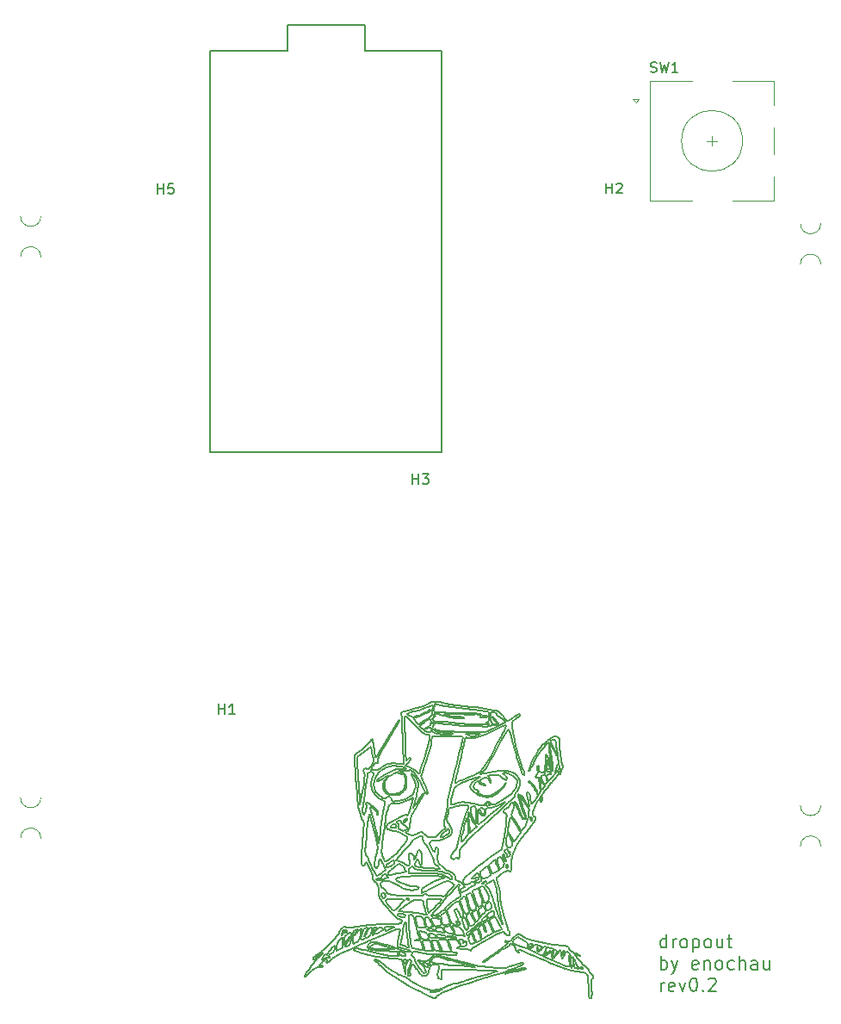
<source format=gbr>
G04 #@! TF.GenerationSoftware,KiCad,Pcbnew,(5.1.7)-1*
G04 #@! TF.CreationDate,2020-12-06T23:42:38-08:00*
G04 #@! TF.ProjectId,dropout-miniusb,64726f70-6f75-4742-9d6d-696e69757362,rev?*
G04 #@! TF.SameCoordinates,Original*
G04 #@! TF.FileFunction,Legend,Top*
G04 #@! TF.FilePolarity,Positive*
%FSLAX46Y46*%
G04 Gerber Fmt 4.6, Leading zero omitted, Abs format (unit mm)*
G04 Created by KiCad (PCBNEW (5.1.7)-1) date 2020-12-06 23:42:38*
%MOMM*%
%LPD*%
G01*
G04 APERTURE LIST*
%ADD10C,0.200000*%
%ADD11C,0.100000*%
%ADD12C,0.150000*%
%ADD13C,0.120000*%
G04 APERTURE END LIST*
D10*
X183792452Y-141275695D02*
X183545477Y-141387588D01*
X190852577Y-140924133D02*
X190852577Y-140906222D01*
X184613177Y-141229308D02*
X184687277Y-141219535D01*
X190331777Y-140162410D02*
X190331777Y-140197810D01*
X183665102Y-141427060D02*
X183693527Y-141411190D01*
X183456752Y-141489723D02*
X183456752Y-141489723D01*
X190946102Y-140802055D02*
X190969802Y-140802055D01*
X184644077Y-141062478D02*
X184524452Y-141084040D01*
X183545477Y-141387588D02*
X183456752Y-141464087D01*
X185509577Y-140976213D02*
X185529152Y-140945290D01*
X191041052Y-140830540D02*
X191104877Y-140890360D01*
X190879877Y-140830540D02*
X190929452Y-140802055D01*
X185169077Y-141128800D02*
X185364377Y-141072235D01*
X184029677Y-141320050D02*
X184309652Y-141268773D01*
X183517802Y-141489318D02*
X183636227Y-141442518D01*
X190186127Y-139916643D02*
X190206827Y-139934545D01*
X191120327Y-140918838D02*
X191108927Y-140977840D01*
X190900577Y-140977840D02*
X190852577Y-140924133D01*
X184644077Y-141062478D02*
X184644077Y-141062478D01*
X190852577Y-140906222D02*
X190852577Y-140887098D01*
X184956977Y-141004285D02*
X184722152Y-141047830D01*
X185461952Y-140924538D02*
X185356577Y-140935518D01*
X185467277Y-141020973D02*
X185477777Y-141009985D01*
X191019452Y-141010390D02*
X190989677Y-141010390D01*
X185191352Y-140961978D02*
X184956977Y-141004285D01*
X185516102Y-140927785D02*
X185461952Y-140924538D01*
X185356577Y-140935518D02*
X185191352Y-140961978D01*
X185529152Y-140945290D02*
X185516102Y-140927785D01*
X185451302Y-141036430D02*
X185467277Y-141020973D01*
X185364377Y-141072235D02*
X185451302Y-141036430D01*
X184908902Y-141183325D02*
X185169077Y-141128800D01*
X184309652Y-141268773D02*
X184537052Y-141237040D01*
X191104877Y-140890360D02*
X191112977Y-140906222D01*
X191041727Y-141010390D02*
X191019452Y-141010390D01*
X190206827Y-139934545D02*
X190289852Y-140057028D01*
X190929452Y-140802055D02*
X190946102Y-140802055D01*
X191108927Y-140977840D02*
X191041727Y-141010390D01*
X191112977Y-140906222D02*
X191120327Y-140918838D01*
X185477777Y-141009985D02*
X185509577Y-140976213D01*
X184537052Y-141237040D02*
X184613177Y-141229308D01*
X183804227Y-141375378D02*
X184029677Y-141320050D01*
X191112977Y-140906222D02*
X191112977Y-140906222D01*
X190158002Y-139888570D02*
X190186127Y-139916643D01*
X190852577Y-140887098D02*
X190879877Y-140830540D01*
X183456752Y-141464087D02*
X183456752Y-141489723D01*
X190289852Y-140057028D02*
X190331777Y-140162410D01*
X184524452Y-141084040D02*
X184168427Y-141164200D01*
X183693527Y-141411190D02*
X183804227Y-141375378D01*
X184168427Y-141164200D02*
X183792452Y-141275695D01*
X190969802Y-140802055D02*
X191041052Y-140830540D01*
X190989677Y-141010390D02*
X190900577Y-140977840D01*
X183636227Y-141442518D02*
X183665102Y-141427060D01*
X184687277Y-141219535D02*
X184908902Y-141183325D01*
X190331777Y-140197810D02*
X190331777Y-140197810D01*
X184722152Y-141047830D02*
X184644077Y-141062478D01*
X183456752Y-141489723D02*
X183517802Y-141489318D01*
X189290102Y-139312390D02*
X189290102Y-139339248D01*
X185807102Y-138837130D02*
X185759777Y-138752088D01*
X189915077Y-140514378D02*
X189923627Y-140189672D01*
X189992777Y-140906222D02*
X189945227Y-140789853D01*
X185874977Y-138574683D02*
X186000677Y-138550675D01*
X190149452Y-140520482D02*
X190097402Y-140776015D01*
X189290102Y-139339248D02*
X189257552Y-139420225D01*
X189257552Y-139420225D02*
X189198977Y-139530903D01*
X190550702Y-140687305D02*
X190576727Y-140730445D01*
X190206827Y-140458225D02*
X190196252Y-140020810D01*
X190247927Y-140776015D02*
X190209227Y-140520482D01*
X186165077Y-138601540D02*
X186165077Y-138614560D01*
X186019427Y-138812305D02*
X185996252Y-138832248D01*
X190394027Y-140395570D02*
X190519352Y-140637670D01*
X190321127Y-140906222D02*
X190302902Y-140906222D01*
X189168002Y-139239558D02*
X189185927Y-139239558D01*
X190440827Y-140925752D02*
X190350902Y-140906222D01*
X190592177Y-140968893D02*
X190568552Y-140960748D01*
X189185927Y-139239558D02*
X189204677Y-139239558D01*
X189290102Y-139299370D02*
X189290102Y-139312390D01*
X190610927Y-140976618D02*
X190592177Y-140968893D01*
X189185927Y-139552060D02*
X189170102Y-139575257D01*
X189290102Y-139312390D02*
X189290102Y-139312390D01*
X189114377Y-139307103D02*
X189168002Y-139239558D01*
X189102452Y-139631402D02*
X189081752Y-139509325D01*
X186115052Y-138563290D02*
X186165077Y-138601540D01*
X190671977Y-140992075D02*
X190610927Y-140976618D01*
X189081752Y-139427950D02*
X189114377Y-139307103D01*
X189198977Y-139530903D02*
X189185927Y-139552060D01*
X185789852Y-138635305D02*
X185802152Y-138614560D01*
X185774477Y-138659320D02*
X185789852Y-138635305D01*
X190054277Y-139824280D02*
X190158002Y-139888570D01*
X190651952Y-140863090D02*
X190692302Y-140960748D01*
X190331777Y-140197810D02*
X190331777Y-140247048D01*
X189988727Y-139898328D02*
X190054277Y-139824280D01*
X190154777Y-140458225D02*
X190149452Y-140520482D01*
X190196252Y-140020810D02*
X190154777Y-140458225D01*
X189204677Y-139239558D02*
X189261227Y-139260310D01*
X190302902Y-140906222D02*
X190247927Y-140776015D01*
X185759777Y-138752088D02*
X185774477Y-138659320D01*
X185902577Y-138865203D02*
X185807102Y-138837130D01*
X190350902Y-140906222D02*
X190321127Y-140906222D01*
X190692302Y-140960748D02*
X190671977Y-140992075D01*
X190576727Y-140730445D02*
X190651952Y-140863090D01*
X189261227Y-139260310D02*
X189290102Y-139299370D01*
X189081752Y-139468638D02*
X189081752Y-139427950D01*
X189170102Y-139575257D02*
X189102452Y-139631402D01*
X186040202Y-138796443D02*
X186019427Y-138812305D01*
X186165077Y-138614560D02*
X186165077Y-138614560D01*
X185802152Y-138614560D02*
X185874977Y-138574683D01*
X190331777Y-140247048D02*
X190394027Y-140395570D01*
X189977777Y-139927225D02*
X189988727Y-139898328D01*
X189945227Y-140789853D02*
X189915077Y-140514378D01*
X190097402Y-140776015D02*
X190030577Y-140906222D01*
X186000677Y-138550675D02*
X186115052Y-138563290D01*
X189953327Y-139988252D02*
X189977777Y-139927225D01*
X190209227Y-140520482D02*
X190206827Y-140458225D01*
X190030577Y-140906222D02*
X190008602Y-140906222D01*
X185996252Y-138832248D02*
X185902577Y-138865203D01*
X189923627Y-140189672D02*
X189953327Y-139988252D01*
X190008602Y-140906222D02*
X189992777Y-140906222D01*
X190568552Y-140960748D02*
X190440827Y-140925752D01*
X189081752Y-139509325D02*
X189081752Y-139468638D01*
X190519352Y-140637670D02*
X190550702Y-140687305D01*
X189795527Y-140419165D02*
X189805202Y-140599825D01*
X187711727Y-139309548D02*
X187675502Y-139343725D01*
X186123227Y-138705295D02*
X186040202Y-138796443D01*
X186165077Y-138636933D02*
X186123227Y-138705295D01*
X184670102Y-137885388D02*
X184696127Y-137885388D01*
X186165077Y-138614560D02*
X186165077Y-138636933D01*
X187373627Y-139270893D02*
X187352402Y-139325410D01*
X185238227Y-138166555D02*
X185238227Y-138166555D01*
X189689702Y-140751190D02*
X189521627Y-140724340D01*
X185187677Y-138138483D02*
X185238227Y-138166555D01*
X184708427Y-137885388D02*
X184745402Y-137906950D01*
X189764552Y-140098525D02*
X189769427Y-140166475D01*
X184505327Y-138598690D02*
X184271777Y-138434703D01*
X189805202Y-140599825D02*
X189777152Y-140710098D01*
X184271777Y-138434703D02*
X184237202Y-138266665D01*
X185955527Y-139179340D02*
X185575052Y-139011288D01*
X184696127Y-137885388D02*
X184708427Y-137885388D01*
X189769052Y-139691620D02*
X189753527Y-139736785D01*
X186230627Y-139308738D02*
X185955527Y-139179340D01*
X187415102Y-139593557D02*
X187467152Y-139228975D01*
X189251852Y-140630755D02*
X188858702Y-140472055D01*
X185016452Y-138792370D02*
X184946402Y-138770808D01*
X188858702Y-140472055D02*
X188455502Y-140304828D01*
X184591952Y-137945200D02*
X184670102Y-137885388D01*
X186913802Y-139620828D02*
X186642377Y-139504450D01*
X187190927Y-139703013D02*
X187186052Y-139708308D01*
X185223902Y-138868870D02*
X185016452Y-138792370D01*
X187256027Y-139563453D02*
X187190927Y-139703013D01*
X187290152Y-139833228D02*
X187612802Y-139583387D01*
X187935902Y-139214733D02*
X187860152Y-139202935D01*
X185035952Y-138056695D02*
X185187677Y-138138483D01*
X184865402Y-137967183D02*
X185035952Y-138056695D01*
X188321252Y-140249890D02*
X187290152Y-139833228D01*
X187186052Y-139708308D02*
X187180727Y-139713190D01*
X187840727Y-139369360D02*
X187935902Y-139256245D01*
X184745402Y-137906950D02*
X184865402Y-137967183D01*
X184394252Y-138083140D02*
X184430477Y-138057100D01*
X185575052Y-139011288D02*
X185223902Y-138868870D01*
X184834127Y-138733780D02*
X184505327Y-138598690D01*
X187467152Y-139228975D02*
X187529852Y-138874975D01*
X187612802Y-139583387D02*
X187657202Y-139546765D01*
X187352402Y-139325410D02*
X187256027Y-139563453D01*
X189753527Y-139736785D02*
X189753527Y-139894675D01*
X186400727Y-139392963D02*
X186321302Y-139354308D01*
X184347452Y-138119358D02*
X184394252Y-138083140D01*
X184237202Y-138266665D02*
X184347452Y-138119358D01*
X187657202Y-139546765D02*
X187840727Y-139369360D01*
X186642377Y-139504450D02*
X186400727Y-139392963D01*
X189753527Y-139894675D02*
X189764552Y-140098525D01*
X187104977Y-139692445D02*
X186913802Y-139620828D01*
X186321302Y-139354308D02*
X186230627Y-139308738D01*
X187935902Y-139218805D02*
X187935902Y-139214733D01*
X189777152Y-140710098D02*
X189689702Y-140751190D01*
X189769427Y-140166475D02*
X189775052Y-140229550D01*
X188455502Y-140304828D02*
X188321252Y-140249890D01*
X184430477Y-138057100D02*
X184591952Y-137945200D01*
X184946402Y-138770808D02*
X184834127Y-138733780D01*
X189775052Y-140229550D02*
X189795527Y-140419165D01*
X187860152Y-139202935D02*
X187711727Y-139309548D01*
X187675502Y-139343725D02*
X187415102Y-139593557D01*
X187529852Y-138874975D02*
X187373627Y-139270893D01*
X187935902Y-139256245D02*
X187935902Y-139218805D01*
X189521627Y-140724340D02*
X189251852Y-140630755D01*
X187180727Y-139713190D02*
X187104977Y-139692445D01*
X188149127Y-139968722D02*
X188196752Y-139942278D01*
X188185727Y-139463350D02*
X188193527Y-139256245D01*
X189849977Y-139891008D02*
X189812177Y-139792945D01*
X188063327Y-139344535D02*
X188039702Y-139609030D01*
X187039877Y-139083310D02*
X187290152Y-138812305D01*
X189895577Y-139910943D02*
X189879677Y-139941055D01*
X188196752Y-139942278D02*
X188285777Y-139871478D01*
X188285777Y-139871478D02*
X188389577Y-139768930D01*
X189601727Y-139317280D02*
X189690077Y-139381975D01*
X189904427Y-139801893D02*
X189902927Y-139829162D01*
X188115827Y-139968722D02*
X188133602Y-139968722D01*
X187967252Y-138989725D02*
X188073827Y-139015360D01*
X188143802Y-139746152D02*
X188166677Y-139576878D01*
X189418202Y-139408825D02*
X189513827Y-139312390D01*
X188800577Y-139117075D02*
X188871752Y-139205785D01*
X188382677Y-139643613D02*
X188321252Y-139708308D01*
X189906977Y-139773003D02*
X189904427Y-139801893D01*
X189857702Y-139596003D02*
X189906977Y-139773003D01*
X188871752Y-139205785D02*
X188949152Y-139407205D01*
X188998352Y-139656228D02*
X189029702Y-140020810D01*
X189029702Y-140020810D02*
X189279452Y-139624893D01*
X188498177Y-139646868D02*
X188600777Y-139517478D01*
X188769227Y-139185445D02*
X188800577Y-139117075D01*
X188687477Y-139392963D02*
X188746877Y-139285540D01*
X187290152Y-138812305D02*
X187967252Y-138989725D01*
X188063327Y-139858045D02*
X188115827Y-139968722D01*
X188769227Y-139208223D02*
X188769227Y-139185445D01*
X186992702Y-139133358D02*
X187039877Y-139083310D01*
X188389577Y-139768930D02*
X188498177Y-139646868D01*
X188133602Y-139187478D02*
X188103077Y-139207413D01*
X188138552Y-139184628D02*
X188133602Y-139187478D01*
X189717377Y-139406388D02*
X189745802Y-139429578D01*
X189279452Y-139624893D02*
X189312902Y-139569963D01*
X188389952Y-139113423D02*
X188577602Y-139247290D01*
X189812177Y-139792945D02*
X189800327Y-139760388D01*
X189879677Y-139941055D02*
X189849977Y-139891008D01*
X189745802Y-139429578D02*
X189857702Y-139596003D01*
X188949152Y-139407205D02*
X188992277Y-139593153D01*
X189690077Y-139381975D02*
X189717377Y-139406388D01*
X188193527Y-139256245D02*
X188138552Y-139184628D01*
X188175602Y-139520725D02*
X188185727Y-139463350D01*
X189312902Y-139569963D02*
X189418202Y-139408825D01*
X188992277Y-139593153D02*
X188998352Y-139656228D01*
X188769227Y-139227348D02*
X188769227Y-139208223D01*
X188600777Y-139517478D02*
X188687477Y-139392963D01*
X188206127Y-139822233D02*
X188150852Y-139840953D01*
X188577602Y-139247290D02*
X188548727Y-139431610D01*
X188150852Y-139840953D02*
X188143802Y-139746152D01*
X188133602Y-139968722D02*
X188149127Y-139968722D01*
X188103077Y-139207413D02*
X188063327Y-139344535D01*
X186613502Y-139257468D02*
X186694877Y-139329078D01*
X186694877Y-139329078D02*
X186836477Y-139270075D01*
X189794702Y-139742485D02*
X189769052Y-139691620D01*
X188039702Y-139609030D02*
X188063327Y-139858045D01*
X188166677Y-139576878D02*
X188175602Y-139520725D01*
X188293202Y-139737603D02*
X188206127Y-139822233D01*
X186836477Y-139270075D02*
X186992702Y-139133358D01*
X188321252Y-139708308D02*
X188293202Y-139737603D01*
X188548727Y-139431610D02*
X188382677Y-139643613D01*
X188073827Y-139015360D02*
X188389952Y-139113423D01*
X189800327Y-139760388D02*
X189794702Y-139742485D01*
X189902927Y-139829162D02*
X189895577Y-139910943D01*
X188746877Y-139285540D02*
X188769227Y-139227348D01*
X189513827Y-139312390D02*
X189601727Y-139317280D01*
X185678852Y-138510797D02*
X185702027Y-138569388D01*
X190677977Y-139591120D02*
X190511252Y-139495900D01*
X186590702Y-139102840D02*
X186613502Y-139257468D01*
X186592352Y-139051975D02*
X186590702Y-139102840D01*
X189706727Y-138864393D02*
X189706727Y-138852183D01*
X185715902Y-138881485D02*
X185800052Y-138988900D01*
X185841677Y-138117737D02*
X185444027Y-137939508D01*
X186602477Y-138770808D02*
X186592352Y-139051975D01*
X188928752Y-138689838D02*
X188559227Y-138639790D01*
X186675302Y-139031222D02*
X186602477Y-138770808D01*
X186748652Y-139281055D02*
X186675302Y-139031222D01*
X189606227Y-138816377D02*
X189332777Y-138756160D01*
X186925577Y-139031222D02*
X186748652Y-139281055D01*
X190376552Y-139447893D02*
X190331777Y-139447893D01*
X190331777Y-139447893D02*
X190287377Y-139447893D01*
X186677402Y-138677628D02*
X186727352Y-138687393D01*
X187102577Y-138770808D02*
X186925577Y-139031222D01*
X186727352Y-138687393D02*
X187102577Y-138770808D01*
X186525602Y-138657288D02*
X186677402Y-138677628D01*
X185696327Y-138583225D02*
X185683352Y-138618633D01*
X184738127Y-137572893D02*
X184721027Y-137572893D01*
X188165852Y-138597055D02*
X187358552Y-138488425D01*
X185273177Y-137835745D02*
X185128727Y-137752743D01*
X186196427Y-138822888D02*
X186215927Y-138794815D01*
X189706727Y-138852183D02*
X189606227Y-138816377D01*
X185915327Y-139031222D02*
X185949077Y-139031222D01*
X185886302Y-139031222D02*
X185915327Y-139031222D01*
X189706727Y-138904683D02*
X189706727Y-138864393D01*
X184554152Y-137694963D02*
X184405202Y-137827608D01*
X185436752Y-138291475D02*
X185588102Y-138409893D01*
X184818602Y-137596495D02*
X184758002Y-137572893D01*
X186387677Y-138665425D02*
X186525602Y-138657288D01*
X184670102Y-137605443D02*
X184554152Y-137694963D01*
X185949077Y-139031222D02*
X186051527Y-138969790D01*
X184238027Y-137989555D02*
X184238027Y-137989555D01*
X186286352Y-138717910D02*
X186387677Y-138665425D01*
X186215927Y-138794815D02*
X186286352Y-138717910D01*
X185683352Y-138618633D02*
X185676002Y-138736630D01*
X184405202Y-137827608D02*
X184279127Y-137948462D01*
X190511252Y-139495900D02*
X190376552Y-139447893D01*
X184954952Y-137659960D02*
X184818602Y-137596495D01*
X187358552Y-138488425D02*
X186507302Y-138322810D01*
X185800052Y-138988900D02*
X185886302Y-139031222D01*
X185128727Y-137752743D02*
X184954952Y-137659960D01*
X185321102Y-137864643D02*
X185273177Y-137835745D01*
X186175277Y-138851373D02*
X186196427Y-138822888D01*
X184279127Y-137948462D02*
X184238027Y-137989555D01*
X185588102Y-138409893D02*
X185678852Y-138510797D01*
X188436002Y-138625143D02*
X188165852Y-138597055D01*
X190287377Y-139447893D02*
X190154777Y-139379943D01*
X190154777Y-139379943D02*
X189948827Y-139218400D01*
X189948827Y-139218400D02*
X189777977Y-139025935D01*
X186507302Y-138322810D02*
X185841677Y-138117737D01*
X185288627Y-138195453D02*
X185436752Y-138291475D01*
X184721027Y-137572893D02*
X184670102Y-137605443D01*
X188559227Y-138639790D02*
X188436002Y-138625143D01*
X189777977Y-139025935D02*
X189706727Y-138904683D01*
X184758002Y-137572893D02*
X184738127Y-137572893D01*
X189332777Y-138756160D02*
X188928752Y-138689838D01*
X185702027Y-138569388D02*
X185696327Y-138583225D01*
X185444027Y-137939508D02*
X185321102Y-137864643D01*
X185676002Y-138736630D02*
X185715902Y-138881485D01*
X185238227Y-138166555D02*
X185288627Y-138195453D01*
X186051527Y-138969790D02*
X186175277Y-138851373D01*
X191654177Y-142575325D02*
X191662277Y-142901260D01*
X191659877Y-141045378D02*
X191616752Y-141010390D01*
X190706927Y-139614723D02*
X190677977Y-139591120D01*
X190732202Y-139634665D02*
X190706927Y-139614723D01*
X190802552Y-139702203D02*
X190732202Y-139634665D01*
X191348627Y-140791473D02*
X191117477Y-140553040D01*
X191982152Y-143066058D02*
X191977652Y-142937478D01*
X191831552Y-143927058D02*
X191852777Y-143927058D01*
X191667977Y-143126275D02*
X191683802Y-143474176D01*
X190787477Y-139729060D02*
X190802552Y-139702203D01*
X191498327Y-141499893D02*
X191509802Y-141514128D01*
X191620802Y-141825415D02*
X191634227Y-141999565D01*
X190650827Y-139693660D02*
X190787477Y-139729060D01*
X191662277Y-142901260D02*
X191665202Y-143010310D01*
X190449752Y-139619598D02*
X190650827Y-139693660D01*
X190383827Y-139593557D02*
X190449752Y-139619598D01*
X191543102Y-141558483D02*
X191576852Y-141621558D01*
X191390477Y-141430308D02*
X191477552Y-141476703D01*
X191602502Y-141010390D02*
X191581352Y-141010390D01*
X192107927Y-141889705D02*
X192150227Y-141855123D01*
X191715602Y-143753718D02*
X191768927Y-143890436D01*
X191937827Y-143892471D02*
X191981327Y-143752497D01*
X191970302Y-142450818D02*
X191984177Y-142139133D01*
X190379777Y-139591930D02*
X190383827Y-139593557D01*
X190355702Y-139621638D02*
X190379777Y-139591930D01*
X190852577Y-140260472D02*
X190789127Y-140190078D01*
X190434227Y-139755100D02*
X190355702Y-139621638D01*
X190917302Y-140334527D02*
X190852577Y-140260472D01*
X192090377Y-141691953D02*
X191998802Y-141585340D01*
X191685902Y-141135310D02*
X191685902Y-141112525D01*
X192070802Y-141903130D02*
X192091952Y-141895810D01*
X190789127Y-140190078D02*
X190604777Y-139974423D01*
X192150602Y-141790420D02*
X192090377Y-141691953D01*
X191117477Y-140553040D02*
X190917302Y-140334527D01*
X191928002Y-141510070D02*
X191767727Y-141308245D01*
X191519027Y-140951800D02*
X191348627Y-140791473D01*
X191581352Y-141010390D02*
X191519027Y-140951800D01*
X191685902Y-141112525D02*
X191659877Y-141045378D01*
X191998802Y-141585340D02*
X191967077Y-141551973D01*
X192022802Y-141966205D02*
X192070802Y-141903130D01*
X191984177Y-142139133D02*
X192022802Y-141966205D01*
X191981327Y-143752497D02*
X191991527Y-143452205D01*
X191576852Y-141621558D02*
X191602052Y-141704973D01*
X191477552Y-141476703D02*
X191498327Y-141499893D01*
X191974427Y-142815805D02*
X191970302Y-142450818D01*
X191685902Y-141178442D02*
X191685902Y-141135310D01*
X191967077Y-141551973D02*
X191928002Y-141510070D01*
X192150227Y-141855123D02*
X192150602Y-141790420D01*
X191602052Y-141704973D02*
X191620802Y-141825415D01*
X191873927Y-143927058D02*
X191937827Y-143892471D01*
X191201327Y-141365620D02*
X191390477Y-141430308D01*
X191991527Y-143452205D02*
X191982152Y-143066058D01*
X191665202Y-143010310D02*
X191667977Y-143126275D01*
X191634227Y-141999565D02*
X191644802Y-142244110D01*
X192091952Y-141895810D02*
X192107927Y-141889705D01*
X191852777Y-143927058D02*
X191873927Y-143927058D01*
X191509802Y-141514128D02*
X191543102Y-141558483D01*
X191644802Y-142244110D02*
X191654177Y-142575325D01*
X191768927Y-143890436D02*
X191831552Y-143927058D01*
X191616752Y-141010390D02*
X191602502Y-141010390D01*
X191977652Y-142937478D02*
X191974427Y-142815805D01*
X191767727Y-141308245D02*
X191685902Y-141178442D01*
X191683802Y-143474176D02*
X191715602Y-143753718D01*
X190604777Y-139974423D02*
X190434227Y-139755100D01*
X184454027Y-138999888D02*
X184487777Y-139051975D01*
X183933227Y-138627580D02*
X183925502Y-138614560D01*
X190623527Y-141270805D02*
X190703177Y-141277728D01*
X190474577Y-141256165D02*
X190623527Y-141270805D01*
X184029227Y-138530733D02*
X184117577Y-138575088D01*
X184487777Y-139051975D02*
X184525727Y-139114637D01*
X181269227Y-140325175D02*
X181269227Y-140343888D01*
X184525727Y-139114637D02*
X184648952Y-139297338D01*
X187831727Y-140385393D02*
X188059277Y-140485488D01*
X190030202Y-141184953D02*
X190474577Y-141256165D01*
X189442277Y-141031143D02*
X190030202Y-141184953D01*
X184157477Y-138603978D02*
X184284752Y-138760225D01*
X183852677Y-138718728D02*
X183871352Y-138718728D01*
X187343552Y-140170143D02*
X187709702Y-140330868D01*
X184800302Y-139135390D02*
X184827152Y-139135390D01*
X182778002Y-139385223D02*
X183090527Y-139171195D01*
X188746877Y-140775610D02*
X189442277Y-141031143D01*
X185882252Y-139549210D02*
X186345677Y-139742485D01*
X184827152Y-139135390D02*
X184908602Y-139165915D01*
X185472602Y-139382380D02*
X185882252Y-139549210D01*
X184761227Y-139429578D02*
X184807277Y-139432840D01*
X181862477Y-139882060D02*
X181554077Y-140107878D01*
X181284677Y-140360973D02*
X181335152Y-140348763D01*
X184788527Y-139135390D02*
X184800302Y-139135390D01*
X184782452Y-139325410D02*
X184769477Y-139291638D01*
X184144427Y-138593808D02*
X184157477Y-138603978D01*
X184753502Y-139182182D02*
X184788527Y-139135390D01*
X184648952Y-139297338D02*
X184761227Y-139429578D01*
X183905177Y-138542133D02*
X183945077Y-138514060D01*
X183916127Y-138598690D02*
X183905177Y-138542133D01*
X181562252Y-140221008D02*
X181749752Y-140098930D01*
X188059277Y-140485488D02*
X188746877Y-140775610D01*
X186345677Y-139742485D02*
X186840527Y-139952440D01*
X182300702Y-139720922D02*
X182581952Y-139523987D01*
X185140502Y-139251363D02*
X185472602Y-139382380D01*
X184908602Y-139165915D02*
X185140502Y-139251363D01*
X184761227Y-139270488D02*
X184753502Y-139182182D01*
X184807277Y-139432840D02*
X184782452Y-139325410D01*
X183925502Y-138614560D02*
X183916127Y-138598690D01*
X183927902Y-138686170D02*
X183933227Y-138627580D01*
X181425527Y-140303193D02*
X181562252Y-140221008D01*
X181554077Y-140107878D02*
X181345727Y-140269420D01*
X184284752Y-138760225D02*
X184454027Y-138999888D01*
X181335152Y-140348763D02*
X181425527Y-140303193D01*
X181269227Y-140347952D02*
X181284677Y-140360973D01*
X183718427Y-138776913D02*
X183818927Y-138718728D01*
X182581952Y-139523987D02*
X182675477Y-139458475D01*
X183818927Y-138718728D02*
X183852677Y-138718728D01*
X183945077Y-138514060D02*
X184029227Y-138530733D01*
X182143727Y-139681045D02*
X181862477Y-139882060D01*
X186840527Y-139952440D02*
X187343552Y-140170143D01*
X190941677Y-141310683D02*
X191201327Y-141365620D01*
X181345727Y-140269420D02*
X181269227Y-140325175D01*
X184117577Y-138575088D02*
X184144427Y-138593808D01*
X183871352Y-138718728D02*
X183927902Y-138686170D01*
X183451427Y-138936003D02*
X183718427Y-138776913D01*
X183090527Y-139171195D02*
X183451427Y-138936003D01*
X181749752Y-140098930D02*
X181994327Y-139933330D01*
X182675477Y-139458475D02*
X182778002Y-139385223D01*
X181994327Y-139933330D02*
X182300702Y-139720922D01*
X181269227Y-140343888D02*
X181269227Y-140347952D01*
X190703177Y-141277728D02*
X190941677Y-141310683D01*
X184769477Y-139291638D02*
X184761227Y-139270488D01*
X187709702Y-140330868D02*
X187831727Y-140385393D01*
X177125852Y-143027402D02*
X177225527Y-143000140D01*
X177203927Y-143059953D02*
X177083102Y-143123020D01*
X167845179Y-138323620D02*
X167780889Y-138488013D01*
X177266552Y-143016010D02*
X177203927Y-143059953D01*
X176237927Y-143302058D02*
X176209427Y-143290664D01*
X176914952Y-143197891D02*
X176914952Y-143197891D01*
X168243129Y-137807268D02*
X168237834Y-137791810D01*
X167831754Y-138642228D02*
X167831754Y-138625143D01*
X176326652Y-143199112D02*
X176373452Y-143197891D01*
X177260477Y-143000140D02*
X177266552Y-143016010D01*
X177225527Y-143000140D02*
X177258827Y-143000140D01*
X168236207Y-137787325D02*
X168202029Y-137783665D01*
X167831754Y-138625143D02*
X167831754Y-138581598D01*
X176521577Y-143331762D02*
X176279477Y-143319961D01*
X176209427Y-143290664D02*
X176125577Y-143252009D01*
X167749554Y-138667863D02*
X167758922Y-138677223D01*
X168133667Y-137846328D02*
X168041304Y-137967183D01*
X176917502Y-143106745D02*
X176946302Y-143093725D01*
X168021774Y-138247540D02*
X168050672Y-138208473D01*
X176186627Y-143206843D02*
X176326652Y-143199112D01*
X176946302Y-143093725D02*
X176974802Y-143080705D01*
X177083102Y-143123020D02*
X176957252Y-143179987D01*
X176957252Y-143179987D02*
X176914952Y-143197891D01*
X168202029Y-137783665D02*
X168133667Y-137846328D01*
X176279477Y-143319961D02*
X176237927Y-143302058D01*
X168237834Y-137791810D02*
X168236207Y-137787325D01*
X167898077Y-138451795D02*
X168021774Y-138247540D01*
X177258827Y-143000140D02*
X177260477Y-143000140D01*
X167780889Y-138488013D02*
X167749554Y-138611298D01*
X168081587Y-138166555D02*
X168198774Y-137960673D01*
X167935922Y-138135228D02*
X167911502Y-138181203D01*
X176974802Y-143080705D02*
X177125852Y-143027402D01*
X167767457Y-138685765D02*
X167810597Y-138693902D01*
X176106152Y-143222304D02*
X176186627Y-143206843D01*
X176690777Y-143161270D02*
X176917502Y-143106745D01*
X176125577Y-143252009D02*
X176106152Y-143222304D01*
X185974652Y-122777132D02*
X186097202Y-122938757D01*
X185907077Y-122703108D02*
X185974652Y-122777132D01*
X185883902Y-122687658D02*
X185907077Y-122703108D01*
X167831754Y-138581598D02*
X167898077Y-138451795D01*
X167935922Y-138135228D02*
X167935922Y-138135228D01*
X176422727Y-143195043D02*
X176690777Y-143161270D01*
X167960739Y-138092508D02*
X167935922Y-138135228D01*
X167911502Y-138181203D02*
X167845179Y-138323620D01*
X168041304Y-137967183D02*
X167960739Y-138092508D01*
X168198774Y-137960673D02*
X168243129Y-137807268D01*
X168050672Y-138208473D02*
X168081587Y-138166555D01*
X167810597Y-138693902D02*
X167831754Y-138642228D01*
X167758922Y-138677223D02*
X167767457Y-138685765D01*
X167749554Y-138611298D02*
X167749554Y-138667863D01*
X176373452Y-143197891D02*
X176422727Y-143195043D01*
X175885952Y-140849665D02*
X175784702Y-140863090D01*
X175883927Y-140718640D02*
X175894052Y-140747537D01*
X175874552Y-140695450D02*
X175883927Y-140718640D01*
X175951427Y-140642965D02*
X175936052Y-140635225D01*
X176032052Y-140649475D02*
X175951427Y-140642965D01*
X176101202Y-140522110D02*
X176119877Y-140581923D01*
X176321327Y-139965880D02*
X176516627Y-139829162D01*
X173498252Y-140239728D02*
X173487677Y-140211235D01*
X176738027Y-139812475D02*
X176766452Y-139820200D01*
X176279852Y-140010228D02*
X176321327Y-139965880D01*
X173602427Y-140072890D02*
X173631752Y-140072890D01*
X176119877Y-140581923D02*
X176112977Y-140593728D01*
X176016152Y-140489560D02*
X176101202Y-140522110D01*
X177597827Y-140036268D02*
X177929477Y-140118873D01*
X175988102Y-140489560D02*
X176016152Y-140489560D01*
X173769227Y-140132703D02*
X173769227Y-140145723D01*
X176701352Y-139801893D02*
X176738027Y-139812475D01*
X173541002Y-140377255D02*
X173505977Y-140262910D01*
X173720852Y-140093643D02*
X173769227Y-140132703D01*
X173631752Y-140072890D02*
X173720852Y-140093643D01*
X176904902Y-139857235D02*
X177205052Y-139936173D01*
X173736677Y-140253153D02*
X173665052Y-140381320D01*
X173769227Y-140145723D02*
X173769227Y-140145723D01*
X173574752Y-140072890D02*
X173602427Y-140072890D01*
X173491727Y-140113173D02*
X173574752Y-140072890D01*
X173560952Y-140445610D02*
X173541002Y-140377255D01*
X173560952Y-140468808D02*
X173560952Y-140445610D01*
X178040102Y-140145723D02*
X178040102Y-140145723D01*
X177205052Y-139936173D02*
X177597827Y-140036268D01*
X176243177Y-140046445D02*
X176279852Y-140010228D01*
X176065427Y-140318665D02*
X176108927Y-140213275D01*
X173487677Y-140211235D02*
X173491727Y-140113173D01*
X175628852Y-140772753D02*
X175500602Y-140642965D01*
X176766452Y-139820200D02*
X176904902Y-139857235D01*
X173505977Y-140262910D02*
X173498252Y-140239728D01*
X176108927Y-140213275D02*
X176243177Y-140046445D01*
X173769227Y-140145723D02*
X173769227Y-140172580D01*
X176836877Y-143234106D02*
X176521577Y-143331762D01*
X175515302Y-140407765D02*
X175550702Y-140416728D01*
X176914952Y-143197891D02*
X176836877Y-143234106D01*
X175894052Y-140747537D02*
X175885952Y-140849665D01*
X176102402Y-140609185D02*
X176032052Y-140649475D01*
X175988102Y-140489560D02*
X175988102Y-140489560D01*
X175866827Y-140618140D02*
X175874552Y-140695450D01*
X176112977Y-140593728D02*
X176102402Y-140609185D01*
X175936052Y-140489560D02*
X175988102Y-140489560D01*
X175781027Y-140468403D02*
X175936052Y-140489560D01*
X176516627Y-139829162D02*
X176701352Y-139801893D01*
X175584452Y-140426890D02*
X175781027Y-140468403D01*
X173665052Y-140381320D02*
X173593502Y-140472055D01*
X175550702Y-140416728D02*
X175584452Y-140426890D01*
X175408202Y-140384170D02*
X175515302Y-140407765D01*
X177929477Y-140118873D02*
X178040102Y-140145723D01*
X175922552Y-140625468D02*
X175866827Y-140618140D01*
X173560952Y-140469617D02*
X173560952Y-140468808D01*
X173769227Y-140172580D02*
X173736677Y-140253153D01*
X175352477Y-140391498D02*
X175408202Y-140384170D01*
X175374452Y-140455788D02*
X175352477Y-140391498D01*
X175443227Y-140559550D02*
X175374452Y-140455788D01*
X175467302Y-140593728D02*
X175443227Y-140559550D01*
X175500602Y-140642965D02*
X175467302Y-140593728D01*
X175784702Y-140863090D02*
X175628852Y-140772753D01*
X175936052Y-140635225D02*
X175922552Y-140625468D01*
X173593502Y-140472055D02*
X173560952Y-140469617D01*
X179810927Y-140604310D02*
X180488027Y-140802055D01*
X174574127Y-140144913D02*
X174561152Y-140104225D01*
X178728527Y-140666147D02*
X178597202Y-140663710D01*
X166202522Y-139864555D02*
X166196417Y-139864555D01*
X166113002Y-139739643D02*
X166113002Y-139739643D01*
X165754929Y-139568748D02*
X165848919Y-139535778D01*
X165951459Y-139632618D02*
X166084119Y-139723765D01*
X175362302Y-139464160D02*
X175636127Y-139510150D01*
X174308027Y-139484110D02*
X174342152Y-139447893D01*
X176071577Y-140322723D02*
X176065427Y-140318665D01*
X176086952Y-140338195D02*
X176071577Y-140322723D01*
X175102727Y-139406388D02*
X175166927Y-139422662D01*
X176183852Y-140355685D02*
X176086952Y-140338195D01*
X178191002Y-140181940D02*
X179011352Y-140390680D01*
X178369652Y-140657200D02*
X178053077Y-140625873D01*
X175636127Y-139510150D02*
X175890377Y-139540660D01*
X174342152Y-139447893D02*
X174364952Y-139421440D01*
X174561152Y-140104225D02*
X174550502Y-140072890D01*
X178990577Y-140678358D02*
X178728527Y-140666147D01*
X166113002Y-139739643D02*
X166141479Y-139755100D01*
X165628794Y-139718485D02*
X165754929Y-139568748D01*
X174445952Y-139353078D02*
X174573752Y-139317280D01*
X175166927Y-139422662D02*
X175362302Y-139464160D01*
X178513352Y-140668180D02*
X178369652Y-140657200D01*
X174550502Y-140072890D02*
X174465902Y-139907290D01*
X176092277Y-139552060D02*
X176092277Y-139552060D01*
X179716952Y-140578263D02*
X179810927Y-140604310D01*
X177656777Y-140578675D02*
X177226352Y-140522110D01*
X165602754Y-139760388D02*
X165628794Y-139718485D01*
X174331577Y-139749805D02*
X174299852Y-139725400D01*
X166220837Y-139825090D02*
X166202522Y-139864555D01*
X176041727Y-139552060D02*
X176092277Y-139552060D01*
X175021352Y-139387263D02*
X175102727Y-139406388D01*
X176444252Y-140404113D02*
X176183852Y-140355685D01*
X179654702Y-140729222D02*
X179568827Y-140721085D01*
X176806727Y-140461487D02*
X176444252Y-140404113D01*
X165730104Y-139955703D02*
X165665004Y-139979305D01*
X174775502Y-139336398D02*
X175021352Y-139387263D01*
X174354752Y-139768120D02*
X174331577Y-139749805D01*
X166141479Y-139755100D02*
X166220837Y-139825090D01*
X179568827Y-140721085D02*
X179310827Y-140699920D01*
X174364952Y-139421440D02*
X174445952Y-139353078D01*
X174231527Y-139618383D02*
X174308027Y-139484110D01*
X179310827Y-140699920D02*
X178990577Y-140678358D01*
X178040102Y-140145723D02*
X178191002Y-140181940D01*
X165848919Y-139535778D02*
X165852587Y-139541478D01*
X165860312Y-139551655D02*
X165951459Y-139632618D01*
X165953912Y-139886523D02*
X165730104Y-139955703D01*
X177226352Y-140522110D02*
X176806727Y-140461487D01*
X179011352Y-140390680D02*
X179716952Y-140578263D01*
X175890377Y-139540660D02*
X176041727Y-139552060D01*
X165425334Y-140072890D02*
X165602754Y-139760388D01*
X174573752Y-139317280D02*
X174775502Y-139336398D01*
X178053077Y-140625873D02*
X177656777Y-140578675D01*
X174465902Y-139907290D02*
X174354752Y-139768120D01*
X166135794Y-139864555D02*
X165953912Y-139886523D01*
X166084119Y-139723765D02*
X166113002Y-139739643D01*
X178560902Y-140666560D02*
X178513352Y-140668180D01*
X178597202Y-140663710D02*
X178560902Y-140666560D01*
X166196417Y-139864555D02*
X166135794Y-139864555D01*
X180488027Y-140802055D02*
X179654702Y-140729222D01*
X165852587Y-139541478D02*
X165860312Y-139551655D01*
X165665004Y-139979305D02*
X165425334Y-140072890D01*
X174299852Y-139725400D02*
X174231527Y-139618383D01*
X171400652Y-139057263D02*
X171014124Y-139040170D01*
X174884552Y-140118055D02*
X174825227Y-140145723D01*
X175033952Y-140158743D02*
X174884552Y-140118055D01*
X175081952Y-140177058D02*
X175033952Y-140158743D01*
X175162502Y-140207988D02*
X175081952Y-140177058D01*
X175418402Y-140267800D02*
X175162502Y-140207988D01*
X170641412Y-138532360D02*
X170862354Y-138561663D01*
X166737999Y-138989725D02*
X166737999Y-138989725D01*
X171269252Y-138666640D02*
X171269252Y-138666640D01*
X170486784Y-138582820D02*
X170641412Y-138532360D01*
X176144777Y-139969945D02*
X175959152Y-140137180D01*
X175705277Y-140256400D02*
X175418402Y-140267800D01*
X175959152Y-140137180D02*
X175705277Y-140256400D01*
X166508514Y-139382785D02*
X166467002Y-139406388D01*
X176196452Y-139906060D02*
X176144777Y-139969945D01*
X176498327Y-139552060D02*
X176196452Y-139906060D01*
X171167522Y-138640195D02*
X171269252Y-138666640D01*
X166730274Y-138798475D02*
X166739222Y-138942107D01*
X166678187Y-138743140D02*
X166730274Y-138798475D01*
X166115439Y-139347393D02*
X166288787Y-139121560D01*
X166735157Y-139033660D02*
X166661094Y-139228975D01*
X170155974Y-138805390D02*
X170247932Y-138739068D01*
X166559379Y-138826555D02*
X166678187Y-138743140D01*
X166397432Y-139443820D02*
X166176482Y-139532523D01*
X166661094Y-139228975D02*
X166508514Y-139382785D01*
X171529652Y-139062558D02*
X171400652Y-139057263D01*
X171629327Y-139066623D02*
X171529652Y-139062558D01*
X170331347Y-138684550D02*
X170486784Y-138582820D01*
X170247932Y-138739068D02*
X170279672Y-138718728D01*
X170091677Y-138925435D02*
X170089644Y-138873348D01*
X171014124Y-139040170D02*
X170623907Y-139019013D01*
X176092277Y-139552060D02*
X176498327Y-139552060D01*
X175164902Y-141101538D02*
X175016477Y-140898085D01*
X166737999Y-138989725D02*
X166735157Y-139033660D01*
X166739222Y-138942107D02*
X166737999Y-138989725D01*
X170279672Y-138718728D02*
X170331347Y-138684550D01*
X166176482Y-139532523D02*
X166058072Y-139510150D01*
X174627827Y-140262505D02*
X174574127Y-140144913D01*
X174734852Y-140460258D02*
X174627827Y-140262505D01*
X174868727Y-140677953D02*
X174734852Y-140460258D01*
X175469252Y-141427060D02*
X175413977Y-141384325D01*
X175066427Y-140410622D02*
X175123427Y-140458225D01*
X175016477Y-140898085D02*
X174868727Y-140677953D01*
X175659377Y-141337127D02*
X175530677Y-141427060D01*
X174904427Y-140258853D02*
X175066427Y-140410622D01*
X170089644Y-138873348D02*
X170155974Y-138805390D01*
X175302077Y-141269995D02*
X175164902Y-141101538D01*
X170862354Y-138561663D02*
X171167522Y-138640195D01*
X175413977Y-141384325D02*
X175302077Y-141269995D01*
X166288787Y-139121560D02*
X166352672Y-139051975D01*
X175641452Y-141106420D02*
X175659377Y-141337127D01*
X166402719Y-138994195D02*
X166559379Y-138826555D01*
X166467002Y-139406388D02*
X166397432Y-139443820D01*
X170623907Y-139019013D02*
X170347614Y-138994600D01*
X170347614Y-138994600D02*
X170173877Y-138964495D01*
X166058072Y-139510150D02*
X166115439Y-139347393D01*
X175488002Y-141427060D02*
X175469252Y-141427060D01*
X175530677Y-141427060D02*
X175488002Y-141427060D01*
X175455527Y-140793925D02*
X175641452Y-141106420D01*
X175213727Y-140532693D02*
X175455527Y-140793925D01*
X170173877Y-138964495D02*
X170091677Y-138925435D01*
X175123427Y-140458225D02*
X175213727Y-140532693D01*
X174825227Y-140145723D02*
X174904427Y-140258853D01*
X166352672Y-139051975D02*
X166402719Y-138994195D01*
X175490402Y-138908748D02*
X175439552Y-138679255D01*
X175623077Y-139191138D02*
X175548227Y-139103245D01*
X177206777Y-139291638D02*
X177105002Y-139287565D01*
X175913627Y-139239558D02*
X175753277Y-139230205D01*
X176705477Y-138234107D02*
X176790077Y-138308568D01*
X176352677Y-138708138D02*
X176185802Y-138197890D01*
X176969552Y-138817600D02*
X176998427Y-138874975D01*
X175634852Y-138197890D02*
X175685702Y-138197890D01*
X176217152Y-138739473D02*
X176362802Y-139239558D01*
X175507877Y-138987272D02*
X175498652Y-138947807D01*
X171928802Y-139079238D02*
X171629327Y-139066623D01*
X176790077Y-138386290D02*
X176851127Y-138545380D01*
X172225877Y-139090225D02*
X171928802Y-139079238D01*
X171347402Y-138684550D02*
X171809627Y-138809463D01*
X172545302Y-139089820D02*
X172428527Y-139093893D01*
X176998427Y-138874975D02*
X177018302Y-138915258D01*
X175685702Y-138197890D02*
X175752077Y-138197890D01*
X175439552Y-138679255D02*
X175383452Y-138460743D01*
X176374652Y-138777318D02*
X176352677Y-138708138D01*
X177190052Y-139258683D02*
X177206777Y-139291638D01*
X175951427Y-138204400D02*
X176060927Y-138214982D01*
X175548227Y-139103245D02*
X175507877Y-138987272D01*
X176851127Y-138545380D02*
X176969552Y-138817600D01*
X172583552Y-139075983D02*
X172545302Y-139089820D01*
X175383452Y-138460743D02*
X175373177Y-138426978D01*
X177145277Y-139169163D02*
X177190052Y-139258683D01*
X172245827Y-138944965D02*
X172310927Y-138968560D01*
X176449427Y-138983215D02*
X176374652Y-138777318D01*
X175347152Y-138303273D02*
X175377377Y-138234107D01*
X176202077Y-138691060D02*
X176217152Y-138739473D01*
X177206777Y-139291638D02*
X177206777Y-139291638D01*
X177078977Y-139036518D02*
X177145277Y-139169163D01*
X176790077Y-138333393D02*
X176790077Y-138386290D01*
X172458227Y-139016575D02*
X172551827Y-139051975D01*
X176814452Y-139255420D02*
X176671652Y-139224910D01*
X176060927Y-138218643D02*
X176060927Y-138218643D01*
X175753277Y-139230205D02*
X175623077Y-139191138D01*
X175364327Y-138396873D02*
X175347152Y-138303273D01*
X176362802Y-139239558D02*
X175967402Y-139239558D01*
X177206777Y-139291638D02*
X177206777Y-139291638D01*
X172551827Y-139051975D02*
X172583552Y-139075983D01*
X175752077Y-138197890D02*
X175951427Y-138204400D01*
X175483127Y-138203995D02*
X175634852Y-138197890D01*
X171269252Y-138666640D02*
X171347402Y-138684550D01*
X176185802Y-138197890D02*
X176488202Y-138197890D01*
X175498652Y-138947807D02*
X175490402Y-138908748D01*
X176542277Y-138197890D02*
X176705477Y-138234107D01*
X176862902Y-139260310D02*
X176814452Y-139255420D01*
X172428527Y-139093893D02*
X172225877Y-139090225D01*
X171809627Y-138809463D02*
X172245827Y-138944965D01*
X177018302Y-138915258D02*
X177078977Y-139036518D01*
X176545052Y-139144337D02*
X176449427Y-138983215D01*
X176060927Y-138214982D02*
X176060927Y-138218643D01*
X176909702Y-139265193D02*
X176862902Y-139260310D01*
X175373177Y-138426978D02*
X175364327Y-138396873D01*
X175967402Y-139239558D02*
X175913627Y-139239558D01*
X176790077Y-138308568D02*
X176790077Y-138333393D01*
X172347527Y-138979952D02*
X172458227Y-139016575D01*
X172310927Y-138968560D02*
X172347527Y-138979952D01*
X177105002Y-139287565D02*
X176909702Y-139265193D01*
X176790077Y-138333393D02*
X176790077Y-138333393D01*
X176488202Y-138197890D02*
X176542277Y-138197890D01*
X176671652Y-139224910D02*
X176545052Y-139144337D01*
X175377377Y-138234107D02*
X175483127Y-138203995D01*
X177795902Y-137836975D02*
X177754877Y-137812150D01*
X180271952Y-138512425D02*
X180180377Y-138537243D01*
X167498499Y-138406225D02*
X167498499Y-138406225D01*
X167483034Y-137885388D02*
X167499722Y-138040015D01*
X167214482Y-138138078D02*
X167380907Y-137972463D01*
X166894254Y-139250140D02*
X166894254Y-138854222D01*
X180180377Y-138537243D02*
X180090527Y-138520570D01*
X180090527Y-138520570D02*
X180014777Y-138441213D01*
X178490477Y-137970025D02*
X178456727Y-137968810D01*
X167125779Y-138229225D02*
X167175422Y-138177137D01*
X178058852Y-137801973D02*
X178271627Y-137823955D01*
X167498499Y-138477025D02*
X167489139Y-138690648D01*
X167238084Y-139062153D02*
X167196167Y-139083310D01*
X178642727Y-137961888D02*
X178592252Y-137971653D01*
X167380907Y-137972463D02*
X167453334Y-137885388D01*
X180047702Y-137627815D02*
X180136052Y-137601370D01*
X178479977Y-137872368D02*
X178508852Y-137885388D01*
X177945302Y-137801973D02*
X177987977Y-137801973D01*
X180136052Y-137601370D02*
X180228827Y-137719368D01*
X180352502Y-138000138D02*
X180352502Y-138000138D01*
X166894254Y-138763488D02*
X166960577Y-138492078D01*
X179953352Y-138329725D02*
X179935802Y-138291475D01*
X177900527Y-137873590D02*
X177795902Y-137836975D01*
X178508852Y-137885388D02*
X178534877Y-137896787D01*
X179961002Y-137740945D02*
X180047702Y-137627815D01*
X179909777Y-138231663D02*
X179857727Y-138009085D01*
X177754877Y-137812150D02*
X177817052Y-137803195D01*
X179935802Y-137781228D02*
X179961002Y-137740945D01*
X180014777Y-138441213D02*
X179953352Y-138329725D01*
X177935927Y-137885388D02*
X177900527Y-137873590D01*
X177972152Y-137895565D02*
X177935927Y-137885388D01*
X176157377Y-138546610D02*
X176202077Y-138691060D01*
X178391627Y-137968810D02*
X178196327Y-137942357D01*
X178534877Y-137896787D02*
X178613402Y-137935037D01*
X176060927Y-138231663D02*
X176073527Y-138270723D01*
X176060927Y-138218643D02*
X176060927Y-138231663D01*
X167500937Y-138335830D02*
X167498499Y-138406225D01*
X180228827Y-137719368D02*
X180323627Y-137928933D01*
X167453334Y-137885388D02*
X167477754Y-137885388D01*
X167175422Y-138177137D02*
X167214482Y-138138078D01*
X167498499Y-138406225D02*
X167498499Y-138477025D01*
X178508852Y-137885388D02*
X178508852Y-137885388D01*
X177987977Y-137801973D02*
X178058852Y-137801973D01*
X178196327Y-137942357D02*
X177972152Y-137895565D01*
X180323627Y-137928933D02*
X180352502Y-138000138D01*
X178456727Y-137968810D02*
X178391627Y-137968810D01*
X179935802Y-138291475D02*
X179909777Y-138231663D01*
X177817052Y-137803195D02*
X177945302Y-137801973D01*
X179909777Y-137822725D02*
X179935802Y-137781228D01*
X180300377Y-138499810D02*
X180271952Y-138512425D01*
X178613402Y-137935037D02*
X178642727Y-137961888D01*
X167477754Y-137885388D02*
X167483034Y-137885388D01*
X167196167Y-139083310D02*
X166894254Y-139250140D01*
X167489139Y-138690648D02*
X167448857Y-138869680D01*
X176107652Y-138385068D02*
X176157377Y-138546610D01*
X176073527Y-138270723D02*
X176107652Y-138385068D01*
X178271627Y-137823955D02*
X178479977Y-137872368D01*
X167448857Y-138869680D02*
X167357709Y-138986058D01*
X166960577Y-138492078D02*
X167125779Y-138229225D01*
X167499722Y-138040015D02*
X167500937Y-138335830D01*
X166894254Y-138854222D02*
X166894254Y-138763488D01*
X167357709Y-138986058D02*
X167238084Y-139062153D01*
X179857727Y-138009085D02*
X179909777Y-137822725D01*
X178592252Y-137971653D02*
X178490477Y-137970025D01*
X176060927Y-137895978D02*
X176060927Y-137865858D01*
X176602502Y-137718557D02*
X176623202Y-137748265D01*
X180333452Y-138487600D02*
X180300377Y-138499810D01*
X180451052Y-138237768D02*
X180478652Y-138370825D01*
X177133127Y-137989555D02*
X176912177Y-137976535D01*
X180429752Y-138443665D02*
X180333452Y-138487600D01*
X176420177Y-137989555D02*
X176373452Y-137989555D01*
X180478652Y-138370825D02*
X180429752Y-138443665D01*
X180378077Y-138058735D02*
X180451052Y-138237768D01*
X180352502Y-138000138D02*
X180378077Y-138058735D01*
X177098552Y-137653045D02*
X177154652Y-137656308D01*
X176790077Y-137954973D02*
X176790077Y-137948058D01*
X176738027Y-137760475D02*
X176732252Y-137746232D01*
X176591927Y-137702695D02*
X176602502Y-137718557D01*
X176602502Y-137718557D02*
X176602502Y-137718557D01*
X175999427Y-137503713D02*
X176078852Y-137500465D01*
X177623402Y-137843890D02*
X177623402Y-137843890D01*
X177623402Y-137814183D02*
X177623402Y-137843890D01*
X177232802Y-137664040D02*
X177506252Y-137726298D01*
X175976627Y-137544003D02*
X175999427Y-137503713D01*
X176672027Y-137848765D02*
X176659877Y-137932180D01*
X176227802Y-137531388D02*
X176269277Y-137541557D01*
X176912177Y-137976535D02*
X176790077Y-137954973D01*
X177206777Y-137989555D02*
X177133127Y-137989555D01*
X176041052Y-137775932D02*
X176006027Y-137648170D01*
X176154452Y-137962300D02*
X176060927Y-137912245D01*
X176190677Y-137522027D02*
X176227802Y-137531388D01*
X176318552Y-137989555D02*
X176154452Y-137962300D01*
X168214644Y-137364558D02*
X168248417Y-137364558D01*
X168293582Y-137900853D02*
X168289922Y-137958228D01*
X177154652Y-137656308D02*
X177232802Y-137664040D01*
X176790077Y-137930148D02*
X176775377Y-137877258D01*
X168114137Y-137439835D02*
X168214644Y-137364558D01*
X176060927Y-137912245D02*
X176060927Y-137895978D01*
X168275274Y-137411755D02*
X168292367Y-137540335D01*
X176929652Y-137648987D02*
X177098552Y-137653045D01*
X176793752Y-137661190D02*
X176929652Y-137648987D01*
X176078852Y-137500465D02*
X176190677Y-137522027D01*
X176461727Y-137616843D02*
X176591927Y-137702695D01*
X176659877Y-137932180D02*
X176561477Y-137976130D01*
X168248417Y-137364558D02*
X168254927Y-137364558D01*
X176733902Y-137696995D02*
X176793752Y-137661190D01*
X176373452Y-137989555D02*
X176318552Y-137989555D01*
X175998227Y-137624972D02*
X175990502Y-137605443D01*
X176732252Y-137746232D02*
X176733902Y-137696995D01*
X176775377Y-137877258D02*
X176745677Y-137781228D01*
X168254927Y-137364558D02*
X168275274Y-137411755D01*
X177623402Y-137843890D02*
X177623402Y-137871558D01*
X176006027Y-137648170D02*
X175998227Y-137624972D01*
X176060927Y-137865858D02*
X176041052Y-137775932D01*
X177623402Y-137871558D02*
X177524177Y-137955790D01*
X177524177Y-137955790D02*
X177286127Y-137989555D01*
X175990502Y-137605443D02*
X175976627Y-137544003D01*
X168298067Y-137729140D02*
X168293582Y-137900853D01*
X167933484Y-137588350D02*
X168114137Y-137439835D01*
X176745677Y-137781228D02*
X176738027Y-137760475D01*
X177286127Y-137989555D02*
X177206777Y-137989555D01*
X176790077Y-137948058D02*
X176790077Y-137930148D01*
X168289922Y-137958228D02*
X168289922Y-137958228D01*
X176623202Y-137748265D02*
X176672027Y-137848765D01*
X177506252Y-137726298D02*
X177623402Y-137814183D01*
X176561477Y-137976130D02*
X176420177Y-137989555D01*
X168292367Y-137540335D02*
X168298067Y-137729140D01*
X176269277Y-137541557D02*
X176461727Y-137616843D01*
X167477754Y-137333223D02*
X167480192Y-137322648D01*
X175180427Y-137913873D02*
X175092077Y-137687643D01*
X175227602Y-138059140D02*
X175227602Y-138052225D01*
X167935922Y-137234755D02*
X167935922Y-137249807D01*
X167730024Y-137158660D02*
X167872029Y-137190400D01*
X167586797Y-137471162D02*
X167494427Y-137607880D01*
X167872029Y-137190400D02*
X167935922Y-137234755D01*
X167370729Y-137559468D02*
X167383749Y-137541557D01*
X167382939Y-137677060D02*
X167349984Y-137636373D01*
X175335377Y-138080703D02*
X175227602Y-138059140D01*
X167623419Y-138354138D02*
X167623419Y-138291880D01*
X167865114Y-138811090D02*
X167723514Y-138802143D01*
X174978902Y-137396703D02*
X174989177Y-137288868D01*
X167393927Y-137525695D02*
X167442347Y-137433325D01*
X168031547Y-138723610D02*
X167865114Y-138811090D01*
X168081587Y-138687393D02*
X168031547Y-138723610D01*
X175227602Y-138017628D02*
X175180427Y-137913873D01*
X168289922Y-137958228D02*
X168284634Y-138062388D01*
X175071302Y-137635555D02*
X175046102Y-137576560D01*
X175814777Y-138084775D02*
X175647452Y-138093722D01*
X167584359Y-137161923D02*
X167730024Y-137158660D01*
X167602667Y-137437390D02*
X167586797Y-137471162D01*
X175134077Y-137286835D02*
X175368752Y-137343400D01*
X175046102Y-137576560D02*
X174978902Y-137396703D01*
X175446527Y-137364558D02*
X175511627Y-137382468D01*
X167935922Y-137249807D02*
X167935922Y-137249807D01*
X167474897Y-137346243D02*
X167477754Y-137333223D01*
X175527902Y-138093722D02*
X175335377Y-138080703D01*
X175647452Y-138093722D02*
X175592177Y-138093722D01*
X175940477Y-137922018D02*
X175922552Y-138037570D01*
X175752077Y-137504943D02*
X175883552Y-137669328D01*
X167623419Y-138428598D02*
X167623419Y-138354138D01*
X167723514Y-138802143D02*
X167646617Y-138651993D01*
X175092077Y-137687643D02*
X175071302Y-137635555D01*
X167505827Y-137216035D02*
X167508669Y-137208310D01*
X175592177Y-138093722D02*
X175527902Y-138093722D01*
X175368752Y-137343400D02*
X175446527Y-137364558D01*
X167894417Y-137624972D02*
X167933484Y-137588350D01*
X167857794Y-137657523D02*
X167894417Y-137624972D01*
X167759327Y-137767795D02*
X167857794Y-137657523D01*
X167508669Y-137208310D02*
X167511932Y-137193258D01*
X167676722Y-137919160D02*
X167759327Y-137767795D01*
X175922552Y-138037570D02*
X175814777Y-138084775D01*
X167511932Y-137193258D02*
X167584359Y-137161923D01*
X167383749Y-137541557D02*
X167393927Y-137525695D01*
X167494427Y-137607880D02*
X167419157Y-137677060D01*
X175227602Y-138052225D02*
X175227602Y-138017628D01*
X167394332Y-137677060D02*
X167382939Y-137677060D01*
X167634812Y-138105123D02*
X167676722Y-137919160D01*
X168284634Y-138062388D02*
X168224814Y-138443665D01*
X167442347Y-137433325D02*
X167474897Y-137346243D01*
X168112922Y-138663798D02*
X168081587Y-138687393D01*
X174989177Y-137288868D02*
X175134077Y-137286835D01*
X175883552Y-137669328D02*
X175894052Y-137708387D01*
X175894052Y-137708387D02*
X175907477Y-137760880D01*
X175446527Y-137364558D02*
X175446527Y-137364558D01*
X167349984Y-137636373D02*
X167370729Y-137559468D01*
X167623419Y-138291880D02*
X167634812Y-138105123D01*
X167646617Y-138651993D02*
X167623419Y-138428598D01*
X175907477Y-137760880D02*
X175940477Y-137922018D01*
X167480192Y-137322648D02*
X167505827Y-137216035D01*
X168224814Y-138443665D02*
X168112922Y-138663798D01*
X175511627Y-137382468D02*
X175752077Y-137504943D01*
X167419157Y-137677060D02*
X167394332Y-137677060D01*
X169132209Y-137166400D02*
X169224984Y-137082580D01*
X168800582Y-137385310D02*
X168766404Y-137419075D01*
X168915744Y-137399545D02*
X169014617Y-137289280D01*
X168560919Y-137730768D02*
X168586149Y-137736055D01*
X176031677Y-137052055D02*
X176092277Y-137052055D01*
X168512499Y-138458710D02*
X168494192Y-138318745D01*
X168560919Y-137729140D02*
X168560919Y-137730768D01*
X176462177Y-137270568D02*
X176409677Y-137303118D01*
X168758672Y-137582650D02*
X168853884Y-137474425D01*
X169265672Y-137052055D02*
X169279502Y-137052055D01*
X168490929Y-137764945D02*
X168506807Y-137497608D01*
X175779752Y-137105358D02*
X175849802Y-137065488D01*
X176409677Y-137303118D02*
X176310377Y-137298640D01*
X168766404Y-137419075D02*
X168629687Y-137588350D01*
X168560919Y-137693748D02*
X168560919Y-137729140D01*
X169299437Y-137097633D02*
X169297817Y-137222545D01*
X168540167Y-138510393D02*
X168533252Y-138510393D01*
X168494192Y-138318745D02*
X168485634Y-138110410D01*
X176477552Y-137197728D02*
X176477552Y-137197728D01*
X175849802Y-137065488D02*
X176031677Y-137052055D01*
X176192777Y-137271378D02*
X176154452Y-137260390D01*
X169224984Y-137082580D02*
X169265672Y-137052055D01*
X168733037Y-137181453D02*
X168769254Y-137176975D01*
X169297817Y-137222545D02*
X169276659Y-137407690D01*
X168488087Y-137854060D02*
X168490929Y-137764945D01*
X176477552Y-137169647D02*
X176477552Y-137197728D01*
X168769254Y-137176975D02*
X169029669Y-137135478D01*
X168586149Y-137736055D02*
X168655734Y-137684785D01*
X169238004Y-137635555D02*
X169238004Y-137635555D01*
X168655734Y-137684785D02*
X168758672Y-137582650D01*
X168533252Y-138510393D02*
X168512499Y-138458710D01*
X176382377Y-137085828D02*
X176477552Y-137169647D01*
X175881002Y-137170465D02*
X175779752Y-137105358D01*
X167935922Y-137249807D02*
X167935922Y-137275443D01*
X176085302Y-137240860D02*
X175881002Y-137170465D01*
X168629687Y-137588350D02*
X168560919Y-137693748D01*
X169014617Y-137289280D02*
X169132209Y-137166400D01*
X169248992Y-137578585D02*
X169238004Y-137635555D01*
X168853884Y-137474425D02*
X168884004Y-137437390D01*
X176310377Y-137298640D02*
X176192777Y-137271378D01*
X169029669Y-137135478D02*
X168800582Y-137385310D01*
X168486054Y-137917945D02*
X168488087Y-137854060D01*
X176477552Y-137215630D02*
X176462177Y-137270568D01*
X168626837Y-137210748D02*
X168733037Y-137181453D01*
X168485634Y-138110410D02*
X168486054Y-137917945D01*
X169279502Y-137052055D02*
X169284384Y-137052055D01*
X167618124Y-137406055D02*
X167602667Y-137437390D01*
X167718234Y-137362525D02*
X167717004Y-137343805D01*
X167682827Y-137316138D02*
X167618124Y-137406055D01*
X167717004Y-137336890D02*
X167682827Y-137316138D01*
X176164652Y-137052055D02*
X176382377Y-137085828D01*
X167755659Y-137416638D02*
X167718234Y-137362525D01*
X176154452Y-137260390D02*
X176085302Y-137240860D01*
X168546272Y-137300673D02*
X168626837Y-137210748D01*
X169276659Y-137407690D02*
X169248992Y-137578585D01*
X168884004Y-137437390D02*
X168915744Y-137399545D01*
X167717004Y-137343805D02*
X167717004Y-137336890D01*
X167830127Y-137413795D02*
X167755659Y-137416638D01*
X167902959Y-137352348D02*
X167830127Y-137413795D01*
X167935922Y-137275443D02*
X167902959Y-137352348D01*
X176092277Y-137052055D02*
X176164652Y-137052055D01*
X176477552Y-137197728D02*
X176477552Y-137215630D01*
X169284384Y-137052055D02*
X169299437Y-137097633D01*
X168506807Y-137497608D02*
X168546272Y-137300673D01*
X169302699Y-138103488D02*
X169290084Y-138033505D01*
X170369192Y-137011368D02*
X170361054Y-137130993D01*
X169500857Y-138086403D02*
X169362917Y-138129940D01*
X170241827Y-137557023D02*
X170142947Y-137714898D01*
X170739474Y-137109843D02*
X170717087Y-137135478D01*
X170446502Y-137677060D02*
X170434697Y-137677060D01*
X170297169Y-137397925D02*
X170241827Y-137557023D01*
X169915082Y-137020728D02*
X169915082Y-137020728D01*
X169809294Y-137940723D02*
X169748252Y-137968810D01*
X169290084Y-138010307D02*
X169290084Y-137942357D01*
X168550337Y-138507550D02*
X168540167Y-138510393D01*
X170512824Y-137623353D02*
X170462769Y-137677060D01*
X168862832Y-138364728D02*
X168829067Y-138382623D01*
X170361054Y-137130993D02*
X170324837Y-137290915D01*
X170310999Y-137343805D02*
X170297169Y-137397925D01*
X170434697Y-137677060D02*
X170399297Y-137588350D01*
X170717087Y-137135478D02*
X170691047Y-137161518D01*
X169405644Y-137438613D02*
X169513877Y-137179420D01*
X170804979Y-137031310D02*
X170739474Y-137109843D01*
X170459522Y-137296607D02*
X170512824Y-137094790D01*
X170589324Y-137321425D02*
X170540087Y-137455300D01*
X169290084Y-138033505D02*
X169290084Y-138010307D01*
X170462769Y-137677060D02*
X170446502Y-137677060D01*
X168666302Y-138460743D02*
X168550337Y-138507550D01*
X169513877Y-137179420D02*
X169589162Y-137054493D01*
X170446502Y-137343805D02*
X170459522Y-137296607D01*
X170834274Y-136975150D02*
X170804979Y-137031310D01*
X170142947Y-137714898D02*
X169987104Y-137843065D01*
X169664844Y-137005262D02*
X169831667Y-136951555D01*
X169987104Y-137843065D02*
X169809294Y-137940723D01*
X170540087Y-137008112D02*
X170540087Y-136979222D01*
X170430624Y-137395893D02*
X170446502Y-137343805D01*
X170540087Y-137530570D02*
X170512824Y-137623353D01*
X170717087Y-136947888D02*
X170739062Y-136947888D01*
X170540087Y-137500060D02*
X170540087Y-137530570D01*
X170324837Y-137290915D02*
X170310999Y-137343805D01*
X169362917Y-138129940D02*
X169302699Y-138103488D01*
X169623332Y-137031310D02*
X169664844Y-137005262D01*
X169748252Y-137968810D02*
X169686812Y-137999320D01*
X170512824Y-137094790D02*
X170540087Y-137008112D01*
X170332562Y-136964162D02*
X170369192Y-137011368D01*
X170691047Y-137161518D02*
X170589324Y-137321425D01*
X169915082Y-137003223D02*
X169915082Y-137020728D01*
X168897834Y-138344373D02*
X168862832Y-138364728D01*
X170717087Y-137135478D02*
X170717087Y-137135478D01*
X169290084Y-137942357D02*
X169323047Y-137738493D01*
X169224572Y-137707578D02*
X169171682Y-137922018D01*
X170684942Y-136947888D02*
X170717087Y-136947888D01*
X168829067Y-138382623D02*
X168666302Y-138460743D01*
X168993047Y-138265030D02*
X168897834Y-138344373D01*
X170399297Y-137588350D02*
X170430624Y-137395893D01*
X170804979Y-136951967D02*
X170834274Y-136975150D01*
X170540087Y-137455300D02*
X170540087Y-137500060D01*
X170589324Y-136955620D02*
X170684942Y-136947888D01*
X169589162Y-137054493D02*
X169623332Y-137031310D01*
X169686812Y-137999320D02*
X169500857Y-138086403D01*
X169093149Y-138124653D02*
X168993047Y-138265030D01*
X169171682Y-137922018D02*
X169093149Y-138124653D01*
X169238004Y-137635555D02*
X169224572Y-137707578D01*
X170540087Y-136973117D02*
X170589324Y-136955620D01*
X170739062Y-136947888D02*
X170804979Y-136951967D01*
X170540087Y-136979222D02*
X170540087Y-136973117D01*
X169831667Y-136951555D02*
X169915082Y-137003223D01*
X169323047Y-137738493D02*
X169405644Y-137438613D01*
X171638702Y-136940163D02*
X171685502Y-136877493D01*
X169737677Y-137400775D02*
X169653047Y-137596090D01*
X169758834Y-137364558D02*
X169737677Y-137400775D01*
X177480227Y-137434548D02*
X177477827Y-137437390D01*
X171729452Y-137260390D02*
X171703802Y-137198950D01*
X177081452Y-137403618D02*
X177019127Y-137395893D01*
X171662327Y-137080540D02*
X171654602Y-137052055D01*
X171703802Y-137198950D02*
X171662327Y-137080540D01*
X176809952Y-137359263D02*
X176675327Y-137309628D01*
X177338177Y-137432103D02*
X177081452Y-137403618D01*
X169864224Y-137157445D02*
X169779587Y-137327935D01*
X169779587Y-137327935D02*
X169758834Y-137364558D01*
X169912239Y-137033748D02*
X169864224Y-137157445D01*
X176581727Y-137145640D02*
X176581727Y-137107390D01*
X169915082Y-137020728D02*
X169912239Y-137033748D01*
X177389027Y-137192440D02*
X177452477Y-137347465D01*
X176966252Y-137388978D02*
X176809952Y-137359263D01*
X177373652Y-137156222D02*
X177389027Y-137192440D01*
X176967902Y-136923880D02*
X177096452Y-136924690D01*
X176602877Y-137240455D02*
X176581727Y-137169243D01*
X172519277Y-136886035D02*
X172519277Y-136895808D01*
X171738002Y-137260390D02*
X171729452Y-137260390D01*
X177358502Y-137122863D02*
X177373652Y-137156222D01*
X176659427Y-136993465D02*
X176862902Y-136932025D01*
X176581727Y-137169243D02*
X176581727Y-137145640D01*
X171646877Y-137024800D02*
X171638702Y-136940163D01*
X171654602Y-137052055D02*
X171646877Y-137024800D01*
X177474902Y-137439835D02*
X177338177Y-137432103D01*
X172519277Y-136895808D02*
X172519277Y-136895808D01*
X172141652Y-136843728D02*
X172383752Y-136857963D01*
X171685502Y-136877493D02*
X171818552Y-136849825D01*
X177477827Y-137437390D02*
X177477827Y-137437390D01*
X177452477Y-137347465D02*
X177480227Y-137434548D01*
X176675327Y-137309628D02*
X176602877Y-137240455D01*
X172163627Y-137093560D02*
X171899552Y-137209120D01*
X177477827Y-137437390D02*
X177474902Y-137439835D01*
X176862902Y-136932025D02*
X176925602Y-136927143D01*
X170268677Y-136964162D02*
X170332562Y-136964162D01*
X170248337Y-136968640D02*
X170268677Y-136964162D01*
X170222297Y-136973530D02*
X170248337Y-136968640D01*
X171899552Y-137209120D02*
X171778277Y-137260390D01*
X169747442Y-137634325D02*
X169819457Y-137510628D01*
X170053022Y-137128555D02*
X170222297Y-136973530D01*
X169671354Y-137749893D02*
X169747442Y-137634325D01*
X171778277Y-137260390D02*
X171738002Y-137260390D01*
X172383752Y-136857963D02*
X172519277Y-136886035D01*
X169873179Y-137403618D02*
X170053022Y-137128555D01*
X177019127Y-137395893D02*
X176966252Y-137388978D01*
X169842249Y-137468725D02*
X169873179Y-137403618D01*
X177096452Y-136924690D02*
X177215702Y-136955620D01*
X169819457Y-137510628D02*
X169842249Y-137468725D01*
X177301952Y-137029262D02*
X177358502Y-137122863D01*
X176581727Y-137107390D02*
X176659427Y-136993465D01*
X171818552Y-136849825D02*
X172000427Y-136843728D01*
X172000427Y-136843728D02*
X172061102Y-136843728D01*
X176925602Y-136927143D02*
X176967902Y-136923880D01*
X169620894Y-137802377D02*
X169671354Y-137749893D01*
X169602587Y-137786515D02*
X169620894Y-137802377D01*
X169602587Y-137781228D02*
X169602587Y-137786515D01*
X172061102Y-136843728D02*
X172141652Y-136843728D01*
X172410227Y-136970267D02*
X172163627Y-137093560D01*
X169605024Y-137760070D02*
X169602587Y-137781228D01*
X169653047Y-137596090D02*
X169605024Y-137760070D01*
X177215702Y-136955620D02*
X177301952Y-137029262D01*
X185883902Y-122687658D02*
X185883902Y-122687658D01*
X183456752Y-138287815D02*
X183456752Y-138302058D01*
X187068827Y-124520732D02*
X187090802Y-124410108D01*
X186490577Y-123601532D02*
X186586652Y-123756107D01*
X187046852Y-124543908D02*
X187061102Y-124531308D01*
X186348602Y-123092058D02*
X186212252Y-122893908D01*
X187061102Y-124531308D02*
X187068827Y-124520732D01*
X185849777Y-122574108D02*
X185779802Y-122580632D01*
X185895302Y-122572908D02*
X185873327Y-122572908D01*
X183503552Y-138245898D02*
X183456752Y-138287815D01*
X182238077Y-139614723D02*
X182143727Y-139681045D01*
X183023027Y-139051975D02*
X182669777Y-139308325D01*
X183704177Y-138421682D02*
X183702902Y-138470515D01*
X185749652Y-122594883D02*
X185783852Y-122627057D01*
X183636677Y-138554747D02*
X183503552Y-138678445D01*
X183658952Y-138406225D02*
X183704177Y-138421682D01*
X183456752Y-138319968D02*
X183511202Y-138373675D01*
X183644327Y-138406225D02*
X183658952Y-138406225D01*
X183757502Y-138326065D02*
X183669602Y-138304900D01*
X186340502Y-123325308D02*
X186373427Y-123385457D01*
X186989027Y-124564682D02*
X187046852Y-124543908D01*
X186475502Y-123303708D02*
X186348602Y-123092058D01*
X183612977Y-138275613D02*
X183503552Y-138245898D01*
X187086752Y-124252608D02*
X187081877Y-124218858D01*
X187090802Y-124410108D02*
X187086752Y-124252608D01*
X186235052Y-123148607D02*
X186340502Y-123325308D01*
X185858702Y-122672583D02*
X185883902Y-122687658D01*
X183669602Y-138304900D02*
X183644327Y-138291475D01*
X184030952Y-138188943D02*
X183878327Y-138296763D01*
X187050527Y-123979158D02*
X186977702Y-124239557D01*
X186580502Y-123508758D02*
X186475502Y-123303708D01*
X186401552Y-123439982D02*
X186490577Y-123601532D01*
X186097202Y-122938757D02*
X186235052Y-123148607D01*
X183610952Y-138406225D02*
X183644327Y-138406225D01*
X186965927Y-124279833D02*
X186943502Y-124405157D01*
X183644327Y-138291475D02*
X183612977Y-138275613D01*
X183503552Y-138678445D02*
X183299702Y-138843235D01*
X186675302Y-123822857D02*
X186676577Y-123789558D01*
X182346302Y-139538628D02*
X182238077Y-139614723D01*
X186373427Y-123385457D02*
X186401552Y-123439982D01*
X186943502Y-124405157D02*
X186948752Y-124517882D01*
X183456752Y-138302058D02*
X183456752Y-138319968D01*
X183878327Y-138296763D02*
X183757502Y-138326065D01*
X186948752Y-124517882D02*
X186989027Y-124564682D01*
X185779802Y-122580632D02*
X185749652Y-122594883D01*
X186212252Y-122893908D02*
X186079277Y-122728307D01*
X185962052Y-122614757D02*
X185895302Y-122572908D01*
X186675302Y-123825707D02*
X186675302Y-123822857D01*
X182669777Y-139308325D02*
X182346302Y-139538628D01*
X183299702Y-138843235D02*
X183023027Y-139051975D01*
X185783852Y-122627057D02*
X185858702Y-122672583D01*
X186651302Y-123688233D02*
X186580502Y-123508758D01*
X183702902Y-138470515D02*
X183636677Y-138554747D01*
X186977702Y-124239557D02*
X186977702Y-124239557D01*
X184238027Y-137989555D02*
X184188002Y-138040825D01*
X186651302Y-123835083D02*
X186675302Y-123825707D01*
X185873327Y-122572908D02*
X185849777Y-122574108D01*
X183511202Y-138373675D02*
X183610952Y-138406225D01*
X184188002Y-138040825D02*
X184030952Y-138188943D01*
X186586652Y-123756107D02*
X186651302Y-123835083D01*
X186977702Y-124239557D02*
X186965927Y-124279833D01*
X187081877Y-124218858D02*
X187050527Y-123979158D01*
X186676577Y-123789558D02*
X186651302Y-123688233D01*
X186079277Y-122728307D02*
X185962052Y-122614757D01*
X174955427Y-121783532D02*
X174861302Y-121723307D01*
X175100177Y-121563408D02*
X175055477Y-121708232D01*
X175841927Y-119143082D02*
X175692302Y-119666432D01*
X174665327Y-117093482D02*
X174751127Y-117186332D01*
X176017802Y-118068933D02*
X176038127Y-118204008D01*
X176000702Y-118505058D02*
X175952702Y-118717083D01*
X174110252Y-120513933D02*
X174185927Y-120409383D01*
X174688427Y-121567457D02*
X174413852Y-121366832D01*
X175206827Y-121225157D02*
X175100177Y-121563408D01*
X175564052Y-120088758D02*
X175519352Y-120229158D01*
X174185927Y-120409383D02*
X174185927Y-120374732D01*
X173925527Y-120739382D02*
X173961752Y-120700307D01*
X175055477Y-121708232D02*
X175050602Y-121728932D01*
X175046102Y-121744008D02*
X175016027Y-121785483D01*
X173835602Y-120425733D02*
X173810777Y-120458207D01*
X182534702Y-115851332D02*
X182623427Y-115939157D01*
X174185927Y-120374732D02*
X174185927Y-120354858D01*
X175924952Y-117998132D02*
X176017802Y-118068933D01*
X175050602Y-121728932D02*
X175046102Y-121744008D01*
X175477802Y-120362583D02*
X175352102Y-120763833D01*
X182363027Y-115786233D02*
X182534702Y-115851332D01*
X173930777Y-120343908D02*
X173835602Y-120425733D01*
X173961752Y-120700307D02*
X174110252Y-120513933D01*
X175785077Y-117958608D02*
X175924952Y-117998132D01*
X182623427Y-115968933D02*
X182623427Y-115968933D01*
X182321552Y-115781358D02*
X182363027Y-115786233D01*
X174052877Y-120287357D02*
X173930777Y-120343908D01*
X174147677Y-120295458D02*
X174052877Y-120287357D01*
X173675702Y-121010357D02*
X173925527Y-120739382D01*
X174113102Y-121198008D02*
X174060977Y-121177233D01*
X175538027Y-117875583D02*
X175686152Y-117939557D01*
X182623427Y-115939157D02*
X182623427Y-115968933D01*
X174060977Y-121177233D02*
X173675702Y-121010357D01*
X174727502Y-121604057D02*
X174688427Y-121567457D01*
X175692302Y-119666432D02*
X175564052Y-120088758D01*
X176008802Y-118447682D02*
X176000702Y-118505058D01*
X176038127Y-118204008D02*
X176017802Y-118387082D01*
X175302902Y-117716133D02*
X175538027Y-117875583D01*
X175519352Y-120229158D02*
X175477802Y-120362583D01*
X174185927Y-120354858D02*
X174147677Y-120295458D01*
X174759677Y-121634582D02*
X174727502Y-121604057D01*
X175737827Y-117948108D02*
X175785077Y-117958608D01*
X174413852Y-121366832D02*
X174113102Y-121198008D01*
X175952702Y-118717083D02*
X175841927Y-119143082D01*
X175017152Y-117458508D02*
X175302902Y-117716133D01*
X174861302Y-121723307D02*
X174759677Y-121634582D01*
X175016027Y-121785483D02*
X174955427Y-121783532D01*
X174751127Y-117186332D02*
X175017152Y-117458508D01*
X175352102Y-120763833D02*
X175206827Y-121225157D01*
X175686152Y-117939557D02*
X175737827Y-117948108D01*
X176017802Y-118387082D02*
X176008802Y-118447682D01*
X181379177Y-117180182D02*
X181615952Y-117182658D01*
X177033827Y-116842083D02*
X177593327Y-116927958D01*
X182146577Y-115765833D02*
X182277977Y-115775207D01*
X182533952Y-116723733D02*
X182610377Y-116857982D01*
X182352377Y-117020733D02*
X182399252Y-117028382D01*
X182238977Y-116906733D02*
X182112827Y-116776983D01*
X176269277Y-116856332D02*
X176269277Y-116843732D01*
X182112827Y-116776983D02*
X182041577Y-116547858D01*
X182056652Y-115806932D02*
X182146577Y-115765833D01*
X182019152Y-116141432D02*
X182023652Y-115942082D01*
X182462252Y-116947907D02*
X182425727Y-116947907D01*
X182251127Y-116246433D02*
X182194127Y-116218757D01*
X182721827Y-116811932D02*
X182650277Y-116687883D01*
X181832777Y-117169233D02*
X181958102Y-117135933D01*
X181958102Y-117135933D02*
X181998452Y-117096407D01*
X179649377Y-117109007D02*
X180477377Y-117140358D01*
X182277977Y-115775207D02*
X182321552Y-115781358D01*
X182023652Y-115942082D02*
X182056652Y-115806932D01*
X182019152Y-116292783D02*
X182019152Y-116208107D01*
X179498402Y-117104132D02*
X179649377Y-117109007D01*
X176456852Y-116885207D02*
X176430827Y-116893007D01*
X181300577Y-117176958D02*
X181379177Y-117180182D01*
X182041577Y-116547858D02*
X182019152Y-116292783D01*
X182573402Y-116927583D02*
X182462252Y-116947907D01*
X177779702Y-116958482D02*
X177865502Y-116971533D01*
X176335202Y-116789583D02*
X176571152Y-116787558D01*
X182292602Y-117010158D02*
X182352377Y-117020733D01*
X176269277Y-116829857D02*
X176335202Y-116789583D01*
X182342252Y-116510508D02*
X182391827Y-116561733D01*
X181201352Y-117171632D02*
X181300577Y-117176958D01*
X182303177Y-116471432D02*
X182342252Y-116510508D01*
X182019152Y-116208107D02*
X182019152Y-116141432D01*
X182425727Y-116947907D02*
X182378852Y-116947907D01*
X176571152Y-116787558D02*
X177033827Y-116842083D01*
X182610377Y-116857982D02*
X182573402Y-116927583D01*
X182391827Y-116561733D02*
X182533952Y-116723733D01*
X182176652Y-116305832D02*
X182303177Y-116471432D01*
X180477377Y-117140358D02*
X181201352Y-117171632D01*
X182175377Y-116218757D02*
X182175377Y-116218757D01*
X181615952Y-117182658D02*
X181832777Y-117169233D01*
X176430827Y-116893007D02*
X176323727Y-116895407D01*
X182347202Y-116321208D02*
X182251127Y-116246433D01*
X176269277Y-116843732D02*
X176269277Y-116829857D01*
X178541477Y-117039033D02*
X179347052Y-117096033D01*
X182452502Y-116429132D02*
X182347202Y-116321208D01*
X182766227Y-116967033D02*
X182761352Y-116913332D01*
X182614052Y-117030932D02*
X182750852Y-116992232D01*
X181998452Y-117096407D02*
X181998452Y-117083433D01*
X177865502Y-116971533D02*
X178541477Y-117039033D01*
X177593327Y-116927958D02*
X177779702Y-116958482D01*
X181998452Y-117083433D02*
X181998452Y-117063408D01*
X181998452Y-117063408D02*
X182085527Y-117004832D01*
X182758952Y-116979258D02*
X182766227Y-116967033D01*
X182194127Y-116218757D02*
X182175377Y-116218757D01*
X179347052Y-117096033D02*
X179498402Y-117104132D01*
X182556677Y-116555583D02*
X182452502Y-116429132D01*
X182085527Y-117004832D02*
X182292602Y-117010158D01*
X182650277Y-116687883D02*
X182556677Y-116555583D01*
X182761352Y-116913332D02*
X182721827Y-116811932D01*
X182378852Y-116947907D02*
X182238977Y-116906733D01*
X182750852Y-116992232D02*
X182758952Y-116979258D01*
X176323727Y-116895407D02*
X176269277Y-116856332D01*
X182175377Y-116218757D02*
X182176652Y-116305832D01*
X182399252Y-117028382D02*
X182614052Y-117030932D01*
X182623427Y-115968933D02*
X182623427Y-115999757D01*
X182590952Y-117216032D02*
X182498552Y-117260357D01*
X176479952Y-116877858D02*
X176456852Y-116885207D01*
X176581352Y-116857608D02*
X176550377Y-116857158D01*
X176480402Y-116958482D02*
X176550377Y-116895407D01*
X176456852Y-116979258D02*
X176480402Y-116958482D01*
X178279802Y-117918707D02*
X178122677Y-117961158D01*
X178153202Y-117809658D02*
X178278077Y-117842657D01*
X176768927Y-117696257D02*
X177127802Y-117759633D01*
X176323727Y-117178233D02*
X176430827Y-116999957D01*
X177979052Y-117668133D02*
X177241727Y-117636332D01*
X176430827Y-116999957D02*
X176456852Y-116979258D01*
X182999327Y-116289558D02*
X183211727Y-116451408D01*
X182677877Y-116093432D02*
X182784977Y-116176833D01*
X176331977Y-115301958D02*
X176331977Y-115301958D01*
X176341652Y-115264532D02*
X176331977Y-115301958D01*
X176846252Y-117583533D02*
X176701052Y-117531408D01*
X179185952Y-117687707D02*
X178884077Y-117684332D01*
X176269277Y-117380357D02*
X176323727Y-117178233D01*
X177700727Y-117781232D02*
X177932702Y-117788508D01*
X177499352Y-117781232D02*
X177623402Y-117781232D01*
X176345702Y-117731507D02*
X176281427Y-117622908D01*
X177295502Y-117956958D02*
X176914577Y-117902058D01*
X176717702Y-117859382D02*
X176501927Y-117804858D01*
X182867552Y-117079382D02*
X182590952Y-117216032D01*
X182784977Y-116176833D02*
X182811002Y-116187408D01*
X182498552Y-117260357D02*
X181529702Y-117708408D01*
X176639177Y-117476432D02*
X176532077Y-117415008D01*
X183172652Y-116921882D02*
X182867552Y-117079382D01*
X183380327Y-116803008D02*
X183172652Y-116921882D01*
X183456752Y-116709483D02*
X183456752Y-116739557D01*
X176269277Y-117491508D02*
X176269277Y-117448008D01*
X176790077Y-117874757D02*
X176717702Y-117859382D01*
X182811002Y-116187408D02*
X182860577Y-116204433D01*
X176532077Y-117415008D02*
X176477552Y-117439458D01*
X176914577Y-117902058D02*
X176790077Y-117874757D01*
X177932702Y-117788508D02*
X178153202Y-117809658D01*
X177763802Y-117985458D02*
X177295502Y-117956958D01*
X176550827Y-117592083D02*
X176768927Y-117696257D01*
X183211727Y-116451408D02*
X183385202Y-116619558D01*
X182623427Y-115999757D02*
X182677877Y-116093432D01*
X178303277Y-117880533D02*
X178300502Y-117885407D01*
X176477552Y-117448008D02*
X176477552Y-117483858D01*
X178884077Y-117684332D02*
X177979052Y-117668133D01*
X183456752Y-116755383D02*
X183380327Y-116803008D01*
X176550377Y-116895407D02*
X176581352Y-116857608D01*
X176269277Y-117448008D02*
X176269277Y-117380357D01*
X176477552Y-117483858D02*
X176550827Y-117592083D01*
X176665202Y-117500058D02*
X176639177Y-117476432D01*
X181529702Y-117708408D02*
X179185952Y-117687707D01*
X182860577Y-116204433D02*
X182999327Y-116289558D01*
X176281427Y-117622908D02*
X176269277Y-117491508D01*
X178300502Y-117885407D02*
X178279802Y-117918707D01*
X176501927Y-117804858D02*
X176345702Y-117731507D01*
X177241727Y-117636332D02*
X176846252Y-117583533D01*
X183385202Y-116619558D02*
X183456752Y-116709483D01*
X183456752Y-116739557D02*
X183456752Y-116755383D01*
X178122677Y-117961158D02*
X177763802Y-117985458D01*
X177623402Y-117781232D02*
X177700727Y-117781232D01*
X178278077Y-117842657D02*
X178303277Y-117880533D01*
X176477552Y-117439458D02*
X176477552Y-117448008D01*
X176550377Y-116857158D02*
X176479952Y-116877858D01*
X177127802Y-117759633D02*
X177499352Y-117781232D01*
X176701052Y-117531408D02*
X176665202Y-117500058D01*
X175654877Y-115774383D02*
X175426577Y-115886358D01*
X174952052Y-116220408D02*
X175202402Y-116112858D01*
X175831877Y-115677183D02*
X175788752Y-115703208D01*
X176107277Y-115634883D02*
X176165102Y-115588382D01*
X174572102Y-116542608D02*
X174512702Y-116416457D01*
X175592177Y-116572682D02*
X174915077Y-116968607D01*
X175953077Y-115733732D02*
X176107277Y-115634883D01*
X175176752Y-116000583D02*
X174996002Y-116078733D01*
X176165102Y-115570082D02*
X176064602Y-115562357D01*
X174670952Y-116683832D02*
X174572102Y-116542608D01*
X176288852Y-115562357D02*
X176269277Y-115780907D01*
X174609902Y-116215457D02*
X174406877Y-116253708D01*
X174854852Y-116132882D02*
X174609902Y-116215457D01*
X175202402Y-116112858D02*
X175472177Y-115986783D01*
X175732202Y-115855832D02*
X175953077Y-115733732D01*
X175680902Y-116518608D02*
X175592177Y-116572682D01*
X176149277Y-116182082D02*
X175943702Y-116348957D01*
X176269277Y-115898133D02*
X176245277Y-116030732D01*
X176269277Y-115854107D02*
X176269277Y-115898133D01*
X176269277Y-115780907D02*
X176269277Y-115854107D01*
X175426577Y-115886358D02*
X175176752Y-116000583D01*
X175943702Y-116348957D02*
X175680902Y-116518608D01*
X174623327Y-116322857D02*
X174654677Y-116322857D01*
X174654677Y-116322857D02*
X174749027Y-116294732D01*
X174915077Y-116968607D02*
X174706727Y-116728907D01*
X176245277Y-116030732D02*
X176149277Y-116182082D01*
X176323727Y-115335707D02*
X176288852Y-115562357D01*
X176165102Y-115588382D02*
X176165102Y-115573008D01*
X174098477Y-116142257D02*
X174050402Y-116114582D01*
X176165102Y-115573008D02*
X176165102Y-115570082D01*
X176357177Y-115149333D02*
X176341652Y-115264532D01*
X174431252Y-115725183D02*
X174637577Y-115673507D01*
X174706727Y-116728907D02*
X174670952Y-116683832D01*
X176300627Y-115096082D02*
X176357177Y-115149333D01*
X174247352Y-116219583D02*
X174098477Y-116142257D01*
X175472177Y-115986783D02*
X175732202Y-115855832D01*
X175788752Y-115703208D02*
X175654877Y-115774383D01*
X176064602Y-115562357D02*
X175875827Y-115648232D01*
X174512702Y-116416457D02*
X174529352Y-116345283D01*
X176126402Y-115140783D02*
X176300627Y-115096082D01*
X174749027Y-116294732D02*
X174952052Y-116220408D01*
X175881002Y-115244582D02*
X176126402Y-115140783D01*
X173995502Y-116080382D02*
X173846177Y-115950183D01*
X175800527Y-115281257D02*
X175881002Y-115244582D01*
X174599777Y-116322857D02*
X174623327Y-116322857D01*
X174996002Y-116078733D02*
X174935777Y-116103932D01*
X175748402Y-115307282D02*
X175800527Y-115281257D01*
X173904752Y-115859433D02*
X173994677Y-115836258D01*
X175585727Y-115373583D02*
X175748402Y-115307282D01*
X175308077Y-115472508D02*
X175585727Y-115373583D01*
X175003427Y-115569782D02*
X175308077Y-115472508D01*
X174780827Y-115635633D02*
X175003427Y-115569782D01*
X174706727Y-115656408D02*
X174780827Y-115635633D01*
X174529352Y-116345283D02*
X174599777Y-116322857D01*
X174406877Y-116253708D02*
X174247352Y-116219583D01*
X175875827Y-115648232D02*
X175831877Y-115677183D01*
X174637577Y-115673507D02*
X174706727Y-115656408D01*
X174185477Y-115787357D02*
X174431252Y-115725183D01*
X173994677Y-115836258D02*
X174185477Y-115787357D01*
X173883977Y-115864758D02*
X173904752Y-115859433D01*
X173869352Y-115868807D02*
X173883977Y-115864758D01*
X173846177Y-115950183D02*
X173869352Y-115868807D01*
X174050402Y-116114582D02*
X173995502Y-116080382D01*
X174935777Y-116103932D02*
X174854852Y-116132882D01*
X180594227Y-115979058D02*
X180841952Y-115990832D01*
X180456677Y-115895582D02*
X179757152Y-115860633D01*
X181321352Y-116322857D02*
X181385177Y-116322857D01*
X181254152Y-116322857D02*
X181321352Y-116322857D01*
X181052777Y-116289107D02*
X181254152Y-116322857D01*
X178260602Y-115924983D02*
X178547927Y-115926557D01*
X180996227Y-116058857D02*
X181028402Y-116153207D01*
X179591927Y-116015282D02*
X179941127Y-116054358D01*
X179466677Y-115987157D02*
X179529752Y-115999757D01*
X180897827Y-115938708D02*
X180456677Y-115895582D01*
X176603327Y-114968732D02*
X176669252Y-114981332D01*
X176456402Y-115345083D02*
X176501552Y-115085057D01*
X181685927Y-116218757D02*
X181685927Y-116199557D01*
X180248327Y-116041307D02*
X180290327Y-116031107D01*
X176734802Y-115778807D02*
X176534552Y-115765382D01*
X177951752Y-115820357D02*
X177237677Y-115800408D01*
X180841952Y-115990832D02*
X180996227Y-116058857D01*
X181240427Y-116079108D02*
X181099577Y-116007557D01*
X181685927Y-116236607D02*
X181685927Y-116218757D01*
X181010927Y-116198433D02*
X181052777Y-116289107D01*
X181028402Y-116153207D02*
X181019477Y-116177283D01*
X178164977Y-115926933D02*
X178260602Y-115924983D01*
X176331977Y-115301958D02*
X176323727Y-115335707D01*
X177331652Y-115124957D02*
X177331652Y-115124957D01*
X177265727Y-115109883D02*
X177331652Y-115124957D01*
X176581727Y-114968732D02*
X176603327Y-114968732D01*
X180364352Y-116011233D02*
X180594227Y-115979058D01*
X181063277Y-115971333D02*
X180897827Y-115938708D01*
X181019477Y-116177283D02*
X181010927Y-116198433D01*
X181446227Y-116114582D02*
X181394552Y-116114582D01*
X181099577Y-116007557D02*
X181081652Y-115989633D01*
X178038002Y-115929858D02*
X178164977Y-115926933D01*
X179039477Y-115838283D02*
X178800602Y-115833408D01*
X177068027Y-115065182D02*
X177265727Y-115109883D01*
X176561477Y-114968732D02*
X176581727Y-114968732D01*
X181081652Y-115989633D02*
X181063277Y-115971333D01*
X176493002Y-115749557D02*
X176458427Y-115614483D01*
X177455852Y-116004632D02*
X177435827Y-115964433D01*
X176839352Y-115015533D02*
X177068027Y-115065182D01*
X176501552Y-115085057D02*
X176561477Y-114968732D01*
X176519027Y-115760583D02*
X176493002Y-115749557D01*
X178588202Y-115831308D02*
X177951752Y-115820357D01*
X179757152Y-115860633D02*
X179039477Y-115838283D01*
X181394552Y-116114582D02*
X181240427Y-116079108D01*
X179941127Y-116054358D02*
X180248327Y-116041307D01*
X178547927Y-115926557D02*
X178933202Y-115939982D01*
X179275427Y-115964733D02*
X179466677Y-115987157D01*
X177620177Y-116057132D02*
X177455852Y-116004632D01*
X178800602Y-115833408D02*
X178588202Y-115831308D01*
X181577702Y-116290308D02*
X181685927Y-116236607D01*
X180290327Y-116031107D02*
X180364352Y-116011233D01*
X177657602Y-115942082D02*
X178038002Y-115929858D01*
X176458427Y-115614483D02*
X176456402Y-115345083D01*
X181685927Y-116199557D02*
X181616777Y-116143008D01*
X181616777Y-116143008D02*
X181488527Y-116114582D01*
X177675527Y-116073108D02*
X177620177Y-116057132D01*
X179529752Y-115999757D02*
X179591927Y-116015282D01*
X176534552Y-115765382D02*
X176519027Y-115760583D01*
X176669252Y-114981332D02*
X176839352Y-115015533D01*
X181488527Y-116114582D02*
X181446227Y-116114582D01*
X181385177Y-116322857D02*
X181577702Y-116290308D01*
X177237677Y-115800408D02*
X176734802Y-115778807D01*
X177435827Y-115964433D02*
X177657602Y-115942082D01*
X178933202Y-115939982D02*
X179275427Y-115964733D01*
X177331652Y-116084433D02*
X177394352Y-116103932D01*
X176652152Y-116150808D02*
X176583827Y-116125158D01*
X176906027Y-115966007D02*
X177142877Y-116029158D01*
X176379977Y-116011608D02*
X176436452Y-115938708D01*
X176269277Y-116462882D02*
X176269277Y-116437683D01*
X176757602Y-116702583D02*
X176655827Y-116696433D01*
X176419052Y-116086083D02*
X176379977Y-116011608D01*
X179899952Y-116937257D02*
X179699477Y-116925932D01*
X176581727Y-115906232D02*
X176613527Y-115906232D01*
X176333927Y-116539383D02*
X176269277Y-116462882D01*
X178353827Y-116807057D02*
X178217102Y-116791607D01*
X180465602Y-116959232D02*
X180183602Y-116946632D01*
X176525177Y-116123507D02*
X176419052Y-116086083D01*
X176583827Y-116125158D02*
X176561027Y-116125158D01*
X176779427Y-116687507D02*
X176757602Y-116702583D01*
X176921927Y-116678507D02*
X176792477Y-116679332D01*
X177687677Y-116735508D02*
X177240527Y-116696433D01*
X180020927Y-116939732D02*
X179967152Y-116937257D01*
X178084877Y-116776533D02*
X177687677Y-116735508D01*
X178217102Y-116791607D02*
X178084877Y-116776533D01*
X176792477Y-116679332D02*
X176779427Y-116687507D01*
X181151627Y-116994632D02*
X181081652Y-116989382D01*
X176474777Y-116254983D02*
X176508977Y-116239458D01*
X176508977Y-116239458D02*
X176546777Y-116221532D01*
X176655827Y-116696433D02*
X176485277Y-116636657D01*
X177240527Y-116696433D02*
X176921927Y-116678507D01*
X178765577Y-116849433D02*
X178353827Y-116807057D01*
X176436452Y-115938708D02*
X176545052Y-115906232D01*
X176545052Y-115906232D02*
X176581727Y-115906232D01*
X176485277Y-116636657D02*
X176333927Y-116539383D01*
X179279477Y-116895407D02*
X178765577Y-116849433D01*
X179699477Y-116925932D02*
X179279477Y-116895407D01*
X180776852Y-116973932D02*
X180465602Y-116959232D01*
X177142877Y-116029158D02*
X177331652Y-116084433D01*
X179967152Y-116937257D02*
X179899952Y-116937257D01*
X176561027Y-116125158D02*
X176525177Y-116123507D01*
X176613527Y-115906232D02*
X176709902Y-115922058D01*
X181005602Y-116985258D02*
X180776852Y-116973932D01*
X176269277Y-116437683D02*
X176269277Y-116414433D01*
X178459127Y-116197157D02*
X178160927Y-116167907D01*
X176546777Y-116221532D02*
X176652152Y-116150808D01*
X177727202Y-116089382D02*
X177675527Y-116073108D01*
X177888302Y-116124783D02*
X177727202Y-116089382D01*
X178160927Y-116167907D02*
X177888302Y-116124783D01*
X176337977Y-116346107D02*
X176474777Y-116254983D01*
X178023002Y-116268707D02*
X178675277Y-116374982D01*
X178676027Y-116208107D02*
X178459127Y-116197157D01*
X178748552Y-116208107D02*
X178676027Y-116208107D01*
X178815152Y-116209757D02*
X178748552Y-116208107D01*
X181081652Y-116989382D02*
X181005602Y-116985258D01*
X179016227Y-116221532D02*
X178815152Y-116209757D01*
X179219702Y-116247182D02*
X179016227Y-116221532D01*
X179394227Y-116333508D02*
X179394227Y-116320833D01*
X176269277Y-116414433D02*
X176337977Y-116346107D01*
X176709902Y-115922058D02*
X176906027Y-115966007D01*
X181362827Y-117003183D02*
X181151627Y-116994632D01*
X179348702Y-116284233D02*
X179219702Y-116247182D01*
X179394227Y-116320833D02*
X179348702Y-116284233D01*
X179394227Y-116350607D02*
X179394227Y-116333508D01*
X180183602Y-116946632D02*
X180020927Y-116939732D01*
X179187152Y-116402657D02*
X179394227Y-116350607D01*
X178675277Y-116374982D02*
X179187152Y-116402657D01*
X177547652Y-116155307D02*
X178023002Y-116268707D01*
X177394352Y-116103932D02*
X177547652Y-116155307D01*
X175962452Y-114912558D02*
X175873277Y-114958082D01*
X179603402Y-115458183D02*
X180334127Y-115549382D01*
X178867277Y-115360983D02*
X179603402Y-115458183D01*
X182991677Y-115863107D02*
X182824052Y-115730358D01*
X177331652Y-115124957D02*
X177413027Y-115143708D01*
X180331727Y-115281257D02*
X180120152Y-115257558D01*
X177571352Y-114895908D02*
X177410627Y-114860508D01*
X178016852Y-114973607D02*
X177672677Y-114916607D01*
X183653702Y-116635382D02*
X183619577Y-116600358D01*
X181617602Y-116789208D02*
X181584152Y-116821308D01*
X181834052Y-116872158D02*
X181849877Y-116935683D01*
X183681302Y-116635382D02*
X183665102Y-116635382D01*
X181790102Y-115697882D02*
X181808027Y-115697882D01*
X176928002Y-114762032D02*
X176534552Y-114723707D01*
X181852352Y-116541408D02*
X181748177Y-116710682D01*
X183619577Y-116600358D02*
X183537302Y-116506457D01*
X175873277Y-114958082D02*
X175873277Y-114958082D01*
X181716827Y-115697882D02*
X181790102Y-115697882D01*
X178196327Y-115266933D02*
X178867277Y-115360983D01*
X183300527Y-116197983D02*
X183267602Y-116152382D01*
X177413027Y-115143708D02*
X177660827Y-115185183D01*
X180534752Y-115304058D02*
X180331727Y-115281257D01*
X183665102Y-116635382D02*
X183653702Y-116635382D01*
X181692077Y-116842083D02*
X181717277Y-116843732D01*
X181692077Y-116743608D02*
X181617602Y-116789208D01*
X183331877Y-116240283D02*
X183300527Y-116197983D01*
X176235077Y-114787232D02*
X175962452Y-114912558D01*
X181748177Y-116710682D02*
X181717277Y-116728907D01*
X177660827Y-115185183D02*
X178196327Y-115266933D01*
X181894277Y-116166632D02*
X181894277Y-116260157D01*
X181144352Y-115380482D02*
X180534752Y-115304058D01*
X183157277Y-116025107D02*
X182991677Y-115863107D01*
X183427502Y-116367257D02*
X183331877Y-116240283D01*
X181598402Y-116999583D02*
X181362827Y-117003183D01*
X181765727Y-116980382D02*
X181598402Y-116999583D01*
X181717277Y-116728907D02*
X181692077Y-116743608D01*
X181834052Y-116960883D02*
X181765727Y-116980382D01*
X182633627Y-115627457D02*
X182395577Y-115575407D01*
X181842152Y-116947907D02*
X181834052Y-116960883D01*
X183267602Y-116152382D02*
X183157277Y-116025107D01*
X181746152Y-116843732D02*
X181834052Y-116872158D01*
X181717277Y-116843732D02*
X181746152Y-116843732D01*
X181617602Y-116835633D02*
X181692077Y-116842083D01*
X181894277Y-116260157D02*
X181852352Y-116541408D01*
X177410627Y-114860508D02*
X176928002Y-114762032D01*
X180120152Y-115257558D02*
X179487077Y-115179857D01*
X178685852Y-115072907D02*
X178016852Y-114973607D01*
X182675477Y-115645832D02*
X182633627Y-115627457D01*
X181497902Y-115678308D02*
X181716827Y-115697882D01*
X176534552Y-114723707D02*
X176235077Y-114787232D01*
X183537302Y-116506457D02*
X183427502Y-116367257D01*
X181858802Y-115483008D02*
X181144352Y-115380482D01*
X181849877Y-116935683D02*
X181842152Y-116947907D01*
X181808027Y-115697882D02*
X181861727Y-115834532D01*
X181861727Y-115834532D02*
X181894277Y-116083607D01*
X182714552Y-115661658D02*
X182675477Y-115645832D01*
X177672677Y-114916607D02*
X177571352Y-114895908D01*
X181584152Y-116821308D02*
X181617602Y-116835633D01*
X181894277Y-116083607D02*
X181894277Y-116166632D01*
X182824052Y-115730358D02*
X182714552Y-115661658D01*
X180989327Y-115625883D02*
X181497902Y-115678308D01*
X180334127Y-115549382D02*
X180989327Y-115625883D01*
X182395577Y-115575407D02*
X181858802Y-115483008D01*
X179487077Y-115179857D02*
X178685852Y-115072907D01*
X183816452Y-117549258D02*
X183873452Y-117663632D01*
X182349977Y-119932457D02*
X182635202Y-119413757D01*
X183730202Y-116606132D02*
X183681302Y-116635382D01*
X184274252Y-117825633D02*
X184182677Y-117143582D01*
X184819052Y-120831333D02*
X185034677Y-121463282D01*
X183866552Y-116527158D02*
X183730202Y-116606132D01*
X184312502Y-116531207D02*
X184466252Y-116434757D01*
X184466252Y-116434757D02*
X184519127Y-116406333D01*
X184642502Y-116037258D02*
X184369877Y-116211858D01*
X184055702Y-116411208D02*
X183866552Y-116527158D01*
X184149227Y-116878307D02*
X184149677Y-116761982D01*
X185121002Y-121128858D02*
X184985102Y-120723932D01*
X185341952Y-121791257D02*
X185299277Y-121622357D01*
X183947477Y-117864257D02*
X184045502Y-118170183D01*
X184045502Y-118170183D02*
X184174127Y-118601507D01*
X183711827Y-117505008D02*
X183727802Y-117500058D01*
X184223702Y-116305832D02*
X184055702Y-116411208D01*
X184369877Y-116211858D02*
X184279427Y-116270807D01*
X184279427Y-116270807D02*
X184223702Y-116305832D01*
X183613802Y-117648633D02*
X183711827Y-117505008D01*
X184573727Y-116374982D02*
X184799177Y-116204433D01*
X183770102Y-117501258D02*
X183816452Y-117549258D01*
X184903277Y-115941258D02*
X184831652Y-115933532D01*
X184915052Y-116082408D02*
X184915052Y-116041758D01*
X182727602Y-119239532D02*
X182814677Y-119072657D01*
X184154552Y-116916558D02*
X184149227Y-116878307D01*
X184519127Y-116406333D02*
X184573727Y-116374982D01*
X184614377Y-120146133D02*
X184819052Y-120831333D01*
X184517552Y-119124032D02*
X184386152Y-118516533D01*
X183736727Y-117496457D02*
X183770102Y-117501258D01*
X184648502Y-119617607D02*
X184517552Y-119124032D01*
X184831652Y-115933532D02*
X184642502Y-116037258D01*
X184915052Y-116016557D02*
X184903277Y-115941258D01*
X181980077Y-120572582D02*
X182349977Y-119932457D01*
X184799177Y-116204433D02*
X184915052Y-116082408D01*
X184149677Y-116761982D02*
X184196102Y-116641833D01*
X184182677Y-117143582D02*
X184154552Y-116916558D01*
X183727802Y-117500058D02*
X183736727Y-117496457D01*
X184696127Y-119781107D02*
X184648502Y-119617607D01*
X183873452Y-117663632D02*
X183947477Y-117864257D01*
X184837802Y-120256457D02*
X184730402Y-119899982D01*
X184386152Y-118516533D02*
X184274252Y-117825633D01*
X185198702Y-121346133D02*
X185121002Y-121128858D01*
X183081227Y-118575107D02*
X183387602Y-118025807D01*
X185227577Y-121416407D02*
X185198702Y-121346133D01*
X185337077Y-121947857D02*
X185353352Y-121905632D01*
X185203652Y-121829433D02*
X185299577Y-121947857D01*
X184174127Y-118601507D02*
X184340102Y-119176832D01*
X182814677Y-119072657D02*
X183081227Y-118575107D01*
X182635202Y-119413757D02*
X182727602Y-119239532D01*
X184340102Y-119176832D02*
X184497977Y-119731532D01*
X184497977Y-119731532D02*
X184550477Y-119916632D01*
X185331752Y-121947857D02*
X185337077Y-121947857D01*
X184985102Y-120723932D02*
X184837802Y-120256457D01*
X183387602Y-118025807D02*
X183613802Y-117648633D01*
X185247152Y-121466958D02*
X185227577Y-121416407D01*
X184550477Y-119916632D02*
X184614377Y-120146133D01*
X185299277Y-121622357D02*
X185247152Y-121466958D01*
X185353352Y-121905632D02*
X185341952Y-121791257D01*
X184915052Y-116041758D02*
X184915052Y-116016557D01*
X184196102Y-116641833D02*
X184312502Y-116531207D01*
X185299577Y-121947857D02*
X185331752Y-121947857D01*
X184730402Y-119899982D02*
X184696127Y-119781107D01*
X185034677Y-121463282D02*
X185203652Y-121829433D01*
X179631002Y-128557983D02*
X179686052Y-128499782D01*
X178977602Y-129680583D02*
X178980827Y-129566358D01*
X181661102Y-121088132D02*
X181980077Y-120572582D01*
X181490627Y-121341258D02*
X181661102Y-121088132D01*
X181436102Y-121406358D02*
X181490627Y-121341258D01*
X181029602Y-121864457D02*
X181436102Y-121406358D01*
X184370627Y-124041407D02*
X184387802Y-123988083D01*
X184083827Y-124375083D02*
X184300277Y-124150533D01*
X181351052Y-126902658D02*
X181751402Y-126545882D01*
X184651877Y-122017082D02*
X184468352Y-121852683D01*
X179173277Y-129073908D02*
X179298227Y-128921732D01*
X181566677Y-121752182D02*
X181331927Y-121802283D01*
X182274677Y-121615832D02*
X181566677Y-121752182D01*
X178616627Y-130115583D02*
X178750952Y-130116857D01*
X182953802Y-121522233D02*
X182274677Y-121615832D01*
X183934427Y-121620707D02*
X183842102Y-121593933D01*
X179467052Y-128734157D02*
X179631002Y-128557983D01*
X179028452Y-129320058D02*
X179085377Y-129202907D01*
X184468352Y-121852683D02*
X184208327Y-121717607D01*
X183322502Y-125106632D02*
X183748952Y-124701708D01*
X182297477Y-126052683D02*
X182830052Y-125564883D01*
X184899227Y-122846358D02*
X184891427Y-122522058D01*
X184525727Y-123716658D02*
X184605827Y-123584433D01*
X184761227Y-122172858D02*
X184651877Y-122017082D01*
X178977602Y-129718908D02*
X178977602Y-129680583D01*
X184686827Y-123459107D02*
X184813277Y-123189782D01*
X178980827Y-129566358D02*
X178995902Y-129437282D01*
X179768627Y-128410307D02*
X180023327Y-128148183D01*
X178977602Y-129780707D02*
X178977602Y-129718908D01*
X178971452Y-129966632D02*
X178977602Y-129780707D01*
X178804652Y-130133508D02*
X178885202Y-130146558D01*
X183747302Y-121563708D02*
X183449852Y-121516533D01*
X184208327Y-121717607D02*
X183934427Y-121620707D01*
X184826327Y-122296232D02*
X184790177Y-122229032D01*
X180023327Y-128148183D02*
X180424127Y-127752408D01*
X184633952Y-123541758D02*
X184686827Y-123459107D01*
X183748952Y-124701708D02*
X184083827Y-124375083D01*
X184605827Y-123584433D02*
X184633952Y-123541758D01*
X181217177Y-127020707D02*
X181351052Y-126902658D01*
X178750952Y-130116857D02*
X178779902Y-130124957D01*
X184441052Y-123870932D02*
X184525727Y-123716658D01*
X184378427Y-124069907D02*
X184373552Y-124051982D01*
X180838727Y-127360083D02*
X181120727Y-127103733D01*
X179085377Y-129202907D02*
X179173277Y-129073908D01*
X178945052Y-130101332D02*
X178971452Y-129966632D01*
X183842102Y-121593933D02*
X183747302Y-121563708D01*
X184790177Y-122229032D02*
X184761227Y-122172858D01*
X181120727Y-127103733D02*
X181217177Y-127020707D01*
X179686052Y-128499782D02*
X179768627Y-128410307D01*
X178995902Y-129437282D02*
X179028452Y-129320058D01*
X178519052Y-130161258D02*
X178616627Y-130115583D01*
X184891427Y-122522058D02*
X184826327Y-122296232D01*
X184373552Y-124051982D02*
X184370627Y-124041407D01*
X184813277Y-123189782D02*
X184899227Y-122846358D01*
X179298227Y-128921732D02*
X179467052Y-128734157D01*
X178779902Y-130124957D02*
X178804652Y-130133508D01*
X178885202Y-130146558D02*
X178945052Y-130101332D01*
X184387802Y-123988083D02*
X184441052Y-123870932D01*
X182830052Y-125564883D02*
X183322502Y-125106632D01*
X184300277Y-124150533D02*
X184378427Y-124069907D01*
X180424127Y-127752408D02*
X180838727Y-127360083D01*
X181331927Y-121802283D02*
X181029602Y-121864457D01*
X181751402Y-126545882D02*
X182297477Y-126052683D01*
X183449852Y-121516533D02*
X182953802Y-121522233D01*
X177740627Y-126189857D02*
X177813452Y-125969658D01*
X178233752Y-127393008D02*
X178146302Y-127127357D01*
X178508852Y-130177083D02*
X178519052Y-130161258D01*
X178495802Y-130197782D02*
X178508852Y-130177083D01*
X178418927Y-130238133D02*
X178495802Y-130197782D01*
X178315952Y-130189682D02*
X178418927Y-130238133D01*
X179464277Y-124887782D02*
X179747927Y-124921082D01*
X178649702Y-125037858D02*
X178696427Y-125020833D01*
X178085702Y-125139632D02*
X178102802Y-125145707D01*
X178925477Y-128125083D02*
X178905152Y-128242683D01*
X177747152Y-126429482D02*
X177714602Y-126231332D01*
X178258202Y-130141233D02*
X178289852Y-130166432D01*
X178178027Y-130046883D02*
X178258202Y-130141233D01*
X178162202Y-129912558D02*
X178178027Y-130046883D01*
X178251677Y-129725358D02*
X178162202Y-129912558D01*
X178737902Y-128942507D02*
X178617452Y-129211833D01*
X177727577Y-126208082D02*
X177740627Y-126189857D01*
X177946577Y-126791658D02*
X177899252Y-126721232D01*
X178905152Y-128242683D02*
X178834352Y-128594958D01*
X178333127Y-125129882D02*
X178508027Y-125083833D01*
X178120577Y-125153432D02*
X178191002Y-125152233D01*
X179492252Y-126063333D02*
X179456927Y-126166607D01*
X179842277Y-125020833D02*
X179836952Y-125033807D01*
X178948727Y-127999757D02*
X178925477Y-128125083D01*
X178214252Y-127623333D02*
X178233752Y-127393008D01*
X179715677Y-125398382D02*
X179597252Y-125753208D01*
X178146302Y-127127357D02*
X178000577Y-126872132D01*
X177875702Y-125650682D02*
X177883802Y-125583107D01*
X178129577Y-127801082D02*
X178214252Y-127623333D01*
X178092152Y-127854033D02*
X178129577Y-127801082D01*
X177426452Y-128227608D02*
X177840677Y-128050158D01*
X178403027Y-129515357D02*
X178251677Y-129725358D01*
X178834352Y-128594958D02*
X178737902Y-128942507D01*
X179404877Y-126309857D02*
X179148077Y-127172883D01*
X177883802Y-125583107D02*
X177891977Y-125525807D01*
X179800727Y-125141208D02*
X179715677Y-125398382D01*
X178508027Y-125083833D02*
X178649702Y-125037858D01*
X179836952Y-125033807D02*
X179800727Y-125141208D01*
X178027052Y-125144882D02*
X178085702Y-125139632D01*
X176576402Y-128406258D02*
X176936102Y-128356232D01*
X179846327Y-125002457D02*
X179842277Y-125020833D01*
X178789127Y-124986257D02*
X179082977Y-124921082D01*
X177923702Y-125354883D02*
X177969677Y-125212082D01*
X177899252Y-126721232D02*
X177747152Y-126429482D01*
X178047377Y-127915907D02*
X178092152Y-127854033D01*
X178501127Y-129392132D02*
X178456727Y-129447857D01*
X178617452Y-129211833D02*
X178501127Y-129392132D01*
X179148077Y-127172883D02*
X178948727Y-127999757D01*
X177969677Y-125212082D02*
X178027052Y-125144882D01*
X177813452Y-125969658D02*
X177875702Y-125650682D01*
X178000577Y-126872132D02*
X177946577Y-126791658D01*
X179456927Y-126166607D02*
X179404877Y-126309857D01*
X179082977Y-124921082D02*
X179464277Y-124887782D01*
X179597252Y-125753208D02*
X179492252Y-126063333D01*
X177714602Y-126231332D02*
X177727577Y-126208082D01*
X176936102Y-128356232D02*
X177426452Y-128227608D01*
X177840677Y-128050158D02*
X178047377Y-127915907D01*
X179747927Y-124921082D02*
X179846327Y-125002457D01*
X178191002Y-125152233D02*
X178333127Y-125129882D01*
X178696427Y-125020833D02*
X178789127Y-124986257D01*
X177891977Y-125525807D02*
X177923702Y-125354883D01*
X178289852Y-130166432D02*
X178315952Y-130189682D01*
X178102802Y-125145707D02*
X178120577Y-125153432D01*
X178456727Y-129447857D02*
X178403027Y-129515357D01*
X178897052Y-132415832D02*
X178797677Y-132407657D01*
X179088302Y-133235283D02*
X179163527Y-133129532D01*
X176456852Y-128406258D02*
X176576402Y-128406258D01*
X176874752Y-129488207D02*
X176866577Y-129249783D01*
X178925477Y-132406007D02*
X178897052Y-132415832D01*
X176072702Y-128529108D02*
X176125577Y-128450207D01*
X176614352Y-129085683D02*
X176581727Y-129185357D01*
X176581727Y-129185357D02*
X176581727Y-129218808D01*
X176060927Y-128732583D02*
X176060927Y-128666658D01*
X176116202Y-128931108D02*
X176060927Y-128732583D01*
X176714777Y-129031233D02*
X176685902Y-129031233D01*
X177894452Y-131385633D02*
X177751577Y-131313933D01*
X178536527Y-131912058D02*
X178496252Y-131808708D01*
X179264477Y-133070883D02*
X179300702Y-133062333D01*
X179300702Y-133062333D02*
X179519177Y-133000158D01*
X179175302Y-133453007D02*
X179165177Y-133447682D01*
X176403977Y-128406258D02*
X176456852Y-128406258D01*
X176125577Y-128450207D02*
X176245277Y-128414358D01*
X176245577Y-129221207D02*
X176116202Y-128931108D01*
X179239277Y-133435458D02*
X179175302Y-133453007D01*
X176581727Y-129257883D02*
X176560577Y-129376232D01*
X179085002Y-133350933D02*
X179088302Y-133235283D01*
X176394602Y-129436982D02*
X176245577Y-129221207D01*
X176519027Y-129471107D02*
X176508977Y-129479207D01*
X179800277Y-133145808D02*
X179745827Y-133179107D01*
X176802302Y-129089433D02*
X176714777Y-129031233D01*
X176581727Y-129218808D02*
X176581727Y-129257883D01*
X178943402Y-132398282D02*
X178925477Y-132406007D01*
X176821427Y-129781157D02*
X176840927Y-129709532D01*
X179139977Y-133431858D02*
X179085002Y-133350933D01*
X176793752Y-129884058D02*
X176821427Y-129781157D01*
X176245277Y-128414358D02*
X176403977Y-128406258D01*
X176060927Y-128632082D02*
X176072702Y-128529108D01*
X176499977Y-129488207D02*
X176394602Y-129436982D01*
X176560577Y-129376232D02*
X176519027Y-129471107D01*
X176685902Y-129031233D02*
X176667977Y-129031233D01*
X176866577Y-129249783D02*
X176802302Y-129089433D01*
X179165177Y-133447682D02*
X179139977Y-133431858D01*
X176805902Y-130219382D02*
X176793752Y-129884058D01*
X179163527Y-133129532D02*
X179264477Y-133070883D01*
X177352802Y-131040933D02*
X176986652Y-130645833D01*
X176840927Y-129709532D02*
X176874752Y-129488207D01*
X177969227Y-131422158D02*
X177894452Y-131385633D01*
X179579327Y-133274733D02*
X179384852Y-133374857D01*
X178189877Y-131542158D02*
X177969227Y-131422158D01*
X178548752Y-132003633D02*
X178540202Y-131947907D01*
X178797677Y-132407657D02*
X178685852Y-132325082D01*
X179519177Y-133000158D02*
X179290052Y-132677057D01*
X179745827Y-133179107D02*
X179579327Y-133274733D01*
X179856827Y-133109583D02*
X179800277Y-133145808D01*
X179290052Y-132677057D02*
X179258702Y-132632657D01*
X179258702Y-132632657D02*
X179088302Y-132463382D01*
X178597202Y-132168857D02*
X178548752Y-132003633D01*
X177751577Y-131313933D02*
X177352802Y-131040933D01*
X179384852Y-133374857D02*
X179239277Y-133435458D01*
X178385177Y-131678133D02*
X178189877Y-131542158D01*
X179088302Y-132463382D02*
X178943402Y-132398282D01*
X178496252Y-131808708D02*
X178385177Y-131678133D01*
X178540202Y-131947907D02*
X178536527Y-131912058D01*
X176060927Y-128666658D02*
X176060927Y-128632082D01*
X176508977Y-129479207D02*
X176499977Y-129488207D01*
X178685852Y-132325082D02*
X178597202Y-132168857D01*
X176667977Y-129031233D02*
X176614352Y-129085683D01*
X176986652Y-130645833D02*
X176805902Y-130219382D01*
X184246127Y-124764033D02*
X184165577Y-124690383D01*
X183424277Y-125645807D02*
X183456752Y-125645807D01*
X180029027Y-133003383D02*
X179856827Y-133109583D01*
X180389177Y-132792558D02*
X180232502Y-132881358D01*
X183602402Y-126062508D02*
X183601202Y-126153633D01*
X180494552Y-132742157D02*
X180477377Y-132749882D01*
X183308177Y-128427783D02*
X183227252Y-128842383D01*
X183227252Y-128842383D02*
X183156452Y-129134582D01*
X180461552Y-132754758D02*
X180389177Y-132792558D01*
X179337677Y-132528482D02*
X179457677Y-132676607D01*
X180102677Y-131520632D02*
X179977352Y-131628108D01*
X183536102Y-126890057D02*
X183469802Y-127407258D01*
X183390827Y-125373183D02*
X183309452Y-125502557D01*
X180798452Y-130955057D02*
X180408602Y-131265933D01*
X181239527Y-130612083D02*
X180798452Y-130955057D01*
X183909677Y-124919057D02*
X183774152Y-125090807D01*
X180446552Y-132541532D02*
X180472577Y-132570108D01*
X180363077Y-132454458D02*
X180427802Y-132517982D01*
X180169352Y-132475607D02*
X180280952Y-132430908D01*
X180039977Y-132562682D02*
X180169352Y-132475607D01*
X179998502Y-132593583D02*
X180039977Y-132562682D01*
X183126302Y-129244832D02*
X183102827Y-129260282D01*
X179977352Y-131628108D02*
X179617277Y-131969883D01*
X181700177Y-130261608D02*
X181239527Y-130612083D01*
X183045827Y-129292907D02*
X182881727Y-129402257D01*
X183582452Y-126427083D02*
X183536102Y-126890057D01*
X179539877Y-132729107D02*
X179710427Y-132744557D01*
X182148527Y-129926883D02*
X181700177Y-130261608D01*
X183156452Y-129134582D02*
X183126302Y-129244832D01*
X183576302Y-125740608D02*
X183604877Y-125986758D01*
X183486452Y-125645807D02*
X183576302Y-125740608D01*
X180232502Y-132881358D02*
X180029027Y-133003383D01*
X180477377Y-132749882D02*
X180461552Y-132754758D01*
X179617277Y-131969883D02*
X179368202Y-132294107D01*
X180528302Y-132676607D02*
X180494552Y-132742157D01*
X180472577Y-132570108D02*
X180528302Y-132676607D01*
X180427802Y-132517982D02*
X180446552Y-132541532D01*
X179457677Y-132676607D02*
X179509052Y-132708408D01*
X180177902Y-131455532D02*
X180102677Y-131520632D01*
X183456752Y-125645807D02*
X183486452Y-125645807D01*
X183327827Y-125604333D02*
X183424277Y-125645807D01*
X179938352Y-132635208D02*
X179998502Y-132593583D01*
X182553002Y-129632282D02*
X182148527Y-129926883D01*
X183102827Y-129260282D02*
X183045827Y-129292907D01*
X183469802Y-127407258D02*
X183391652Y-127934657D01*
X183560927Y-125249882D02*
X183514577Y-125273508D01*
X183942602Y-124846232D02*
X183925502Y-124885307D01*
X183514577Y-125273508D02*
X183390827Y-125373183D01*
X184165577Y-124690383D02*
X184081727Y-124670508D01*
X183604877Y-125986758D02*
X183602402Y-126062508D01*
X179368202Y-132294107D02*
X179337677Y-132528482D01*
X179710427Y-132744557D02*
X179938352Y-132635208D01*
X184005677Y-124734332D02*
X183942602Y-124846232D01*
X179509052Y-132708408D02*
X179539877Y-132729107D01*
X183601202Y-126153633D02*
X183582452Y-126427083D01*
X183597152Y-125231507D02*
X183560927Y-125249882D01*
X183309452Y-125502557D02*
X183327827Y-125604333D01*
X183774152Y-125090807D02*
X183597152Y-125231507D01*
X183925502Y-124885307D02*
X183909677Y-124919057D01*
X180280952Y-132430908D02*
X180363077Y-132454458D01*
X180408602Y-131265933D02*
X180177902Y-131455532D01*
X184081727Y-124670508D02*
X184005677Y-124734332D01*
X182881727Y-129402257D02*
X182553002Y-129632282D01*
X183391652Y-127934657D02*
X183308177Y-128427783D01*
X170979542Y-137436580D02*
X170828574Y-137492733D01*
X178268327Y-136796523D02*
X178317152Y-136747285D01*
X171467027Y-137197728D02*
X171459302Y-137205468D01*
X179487827Y-137801973D02*
X179165177Y-137739723D01*
X170711792Y-137519590D02*
X170657274Y-137497203D01*
X170828574Y-137492733D02*
X170711792Y-137519590D01*
X171362852Y-136999975D02*
X171383627Y-137020728D01*
X171081669Y-137393035D02*
X171029589Y-137416638D01*
X178310702Y-136942600D02*
X178300502Y-136916560D01*
X179120852Y-137731578D02*
X178901852Y-137696590D01*
X171192347Y-136917775D02*
X171276977Y-136932025D01*
X171086147Y-136960098D02*
X171192347Y-136917775D01*
X178589327Y-137593638D02*
X178490477Y-137426815D01*
X172519277Y-136914122D02*
X172410227Y-136970267D01*
X171383627Y-137020728D02*
X171457652Y-137122045D01*
X170972207Y-137035368D02*
X171086147Y-136960098D01*
X170936004Y-137062638D02*
X170972207Y-137035368D01*
X170644254Y-137444718D02*
X170644254Y-137427228D01*
X170644254Y-137385310D02*
X170727264Y-137260390D01*
X179165177Y-137739723D02*
X179120852Y-137731578D01*
X171314852Y-137283588D02*
X171081669Y-137393035D01*
X179321402Y-137375140D02*
X179487827Y-137801973D01*
X170657274Y-137497203D02*
X170644254Y-137444718D01*
X178704527Y-136822165D02*
X178779902Y-136843728D01*
X178477502Y-136763973D02*
X178704527Y-136822165D01*
X171457652Y-137122045D02*
X171473927Y-137192853D01*
X178763102Y-137677060D02*
X178717202Y-137677060D01*
X172519277Y-136895808D02*
X172519277Y-136914122D01*
X171473927Y-137192853D02*
X171467027Y-137197728D01*
X171343277Y-136980445D02*
X171362852Y-136999975D01*
X170894087Y-137093560D02*
X170936004Y-137062638D01*
X178317152Y-136747285D02*
X178477502Y-136763973D01*
X178289177Y-136887670D02*
X178268327Y-136796523D01*
X170644254Y-137427228D02*
X170644254Y-137385310D01*
X171029589Y-137416638D02*
X170979542Y-137436580D01*
X171459302Y-137205468D02*
X171314852Y-137283588D01*
X178464452Y-137346243D02*
X178384802Y-137131405D01*
X178717202Y-137677060D02*
X178684952Y-137677060D01*
X178384802Y-137131405D02*
X178310702Y-136942600D01*
X178779902Y-136843728D02*
X178779902Y-136843728D01*
X179112677Y-137011773D02*
X179221727Y-137158660D01*
X179221727Y-137158660D02*
X179299427Y-137319798D01*
X178300502Y-136916560D02*
X178289177Y-136887670D01*
X178477502Y-137385310D02*
X178464452Y-137346243D01*
X178490477Y-137426815D02*
X178477502Y-137385310D01*
X179299427Y-137319798D02*
X179321402Y-137375140D01*
X178684952Y-137677060D02*
X178589327Y-137593638D01*
X178901852Y-137696590D02*
X178763102Y-137677060D01*
X171467027Y-137197728D02*
X171467027Y-137197728D01*
X170727264Y-137260390D02*
X170894087Y-137093560D01*
X171276977Y-136932025D02*
X171343277Y-136980445D01*
X173727752Y-136510472D02*
X173719577Y-136523493D01*
X178289852Y-137197728D02*
X178456727Y-137593638D01*
X178972727Y-136913305D02*
X179112677Y-137011773D01*
X178829027Y-136857152D02*
X178972727Y-136913305D01*
X178779902Y-136843728D02*
X178829027Y-136857152D01*
X177640052Y-137395488D02*
X177546527Y-137277482D01*
X173977577Y-138895728D02*
X173860427Y-138861955D01*
X178289852Y-137197728D02*
X178289852Y-137197728D01*
X173731427Y-136910050D02*
X173766827Y-137290915D01*
X178266302Y-137140360D02*
X178289852Y-137197728D01*
X173930402Y-138548238D02*
X173964602Y-138798475D01*
X181108952Y-136478733D02*
X181024277Y-136575580D01*
X173835977Y-137850400D02*
X173880752Y-138182433D01*
X173719577Y-136523493D02*
X173717177Y-136636608D01*
X178164977Y-136908422D02*
X178266302Y-137140360D01*
X178102802Y-136791640D02*
X178102802Y-136791640D01*
X178118177Y-136791640D02*
X178164977Y-136908422D01*
X181087802Y-136388433D02*
X181102352Y-136395707D01*
X177995702Y-136799373D02*
X178102802Y-136791640D01*
X178060802Y-137520805D02*
X177994577Y-137509818D01*
X173806277Y-137627410D02*
X173821352Y-137739723D01*
X173501102Y-136783503D02*
X173544677Y-136545468D01*
X173571527Y-138750055D02*
X173175602Y-138593808D01*
X178102802Y-136791640D02*
X178118177Y-136791640D01*
X177569702Y-136849015D02*
X177703652Y-136827445D01*
X177477827Y-137083390D02*
X177468452Y-137054088D01*
X177491927Y-137132620D02*
X177477827Y-137083390D01*
X173964602Y-138798475D02*
X173977577Y-138871308D01*
X173560952Y-136447810D02*
X173560952Y-136442515D01*
X173735102Y-136500295D02*
X173727752Y-136510472D01*
X173381477Y-137437795D02*
X173437652Y-137127340D01*
X177795077Y-136817680D02*
X177995702Y-136799373D01*
X173560952Y-136472223D02*
X173560952Y-136447810D01*
X177468452Y-137054088D02*
X177450902Y-136963353D01*
X173675702Y-136427058D02*
X173689877Y-136427058D01*
X177748352Y-136822975D02*
X177795077Y-136817680D01*
X177546527Y-137277482D02*
X177491927Y-137132620D01*
X177994577Y-137509818D02*
X177798002Y-137467098D01*
X173560952Y-136442515D02*
X173646752Y-136427058D01*
X173363177Y-137541557D02*
X173381477Y-137437795D01*
X173977577Y-138871308D02*
X173977577Y-138895728D01*
X173880752Y-138182433D02*
X173930402Y-138548238D01*
X181102352Y-136395707D02*
X181112552Y-136401858D01*
X173175602Y-138593808D02*
X173363177Y-137541557D01*
X173628452Y-138773245D02*
X173571527Y-138750055D01*
X177703652Y-136827445D02*
X177748352Y-136822975D01*
X173646752Y-136427058D02*
X173675702Y-136427058D01*
X177476102Y-136890513D02*
X177569702Y-136849015D01*
X181112552Y-136401858D02*
X181108952Y-136478733D01*
X177798002Y-137467098D02*
X177640052Y-137395488D01*
X173732627Y-136452693D02*
X173735102Y-136500295D01*
X173977577Y-138895728D02*
X173977577Y-138895728D01*
X173717177Y-136636608D02*
X173731427Y-136910050D01*
X181024277Y-136575580D02*
X180998177Y-136593888D01*
X173544677Y-136545468D02*
X173560952Y-136472223D01*
X173727752Y-136510472D02*
X173727752Y-136510472D01*
X173437652Y-137127340D02*
X173501102Y-136783503D01*
X180998177Y-136593888D02*
X180998177Y-136593888D01*
X173821352Y-137739723D02*
X173835977Y-137850400D01*
X178456727Y-137593638D02*
X178060802Y-137520805D01*
X173860427Y-138861955D02*
X173628452Y-138773245D01*
X173689877Y-136427058D02*
X173732627Y-136452693D01*
X173766827Y-137290915D02*
X173806277Y-137627410D01*
X177450902Y-136963353D02*
X177476102Y-136890513D01*
X182028077Y-136838028D02*
X182050502Y-136895808D01*
X181279877Y-136551978D02*
X181508927Y-136395707D01*
X180891227Y-136486870D02*
X181023077Y-136408758D01*
X180724427Y-136615450D02*
X180891227Y-136486870D01*
X180584477Y-136738338D02*
X180724427Y-136615450D01*
X181779452Y-136281408D02*
X181784777Y-136286283D01*
X180900227Y-136888893D02*
X180938852Y-136812798D01*
X180490802Y-136828263D02*
X180540077Y-136781057D01*
X180140102Y-137133850D02*
X180338627Y-136965798D01*
X179967152Y-137268528D02*
X180140102Y-137133850D01*
X179873177Y-137335675D02*
X179967152Y-137268528D01*
X181008827Y-137416638D02*
X180986027Y-137357643D01*
X181072277Y-137608690D02*
X181025927Y-137463835D01*
X179680277Y-137651013D02*
X179675402Y-137635555D01*
X179675402Y-137635555D02*
X179664902Y-137609515D01*
X180324077Y-137205468D02*
X180269027Y-137260390D01*
X179842277Y-137353975D02*
X179873177Y-137335675D01*
X179805602Y-137372290D02*
X179842277Y-137353975D01*
X180006227Y-137512263D02*
X179831627Y-137651013D01*
X180491252Y-137043107D02*
X180324077Y-137205468D01*
X181539902Y-136374557D02*
X181683077Y-136299258D01*
X181362827Y-136999975D02*
X181381127Y-137049213D01*
X180983627Y-136758280D02*
X181078802Y-136670380D01*
X180204752Y-137324680D02*
X180006227Y-137512263D01*
X180998177Y-136593888D02*
X180972152Y-136611790D01*
X181875902Y-136475065D02*
X181958102Y-136666315D01*
X181812902Y-136340358D02*
X181875902Y-136475065D01*
X180986027Y-137357643D02*
X180924227Y-137178190D01*
X181565477Y-137364558D02*
X181592402Y-137364558D01*
X181506002Y-136996308D02*
X181488227Y-136958478D01*
X181263977Y-136763568D02*
X181341227Y-136939758D01*
X179727077Y-137688048D02*
X179680277Y-137651013D01*
X181485302Y-137256318D02*
X181565477Y-137364558D01*
X181958102Y-136666315D02*
X182028077Y-136838028D01*
X181612652Y-137331602D02*
X181598852Y-137243298D01*
X180269027Y-137260390D02*
X180204752Y-137324680D01*
X180881027Y-136687472D02*
X180703652Y-136844943D01*
X181784777Y-136286283D02*
X181812902Y-136340358D01*
X181683077Y-136299258D02*
X181774277Y-136276083D01*
X181592402Y-137364558D02*
X181597202Y-137364558D01*
X181175327Y-136657360D02*
X181263977Y-136763568D01*
X180924227Y-137178190D02*
X180888827Y-137010153D01*
X181025927Y-137463835D02*
X181008827Y-137416638D01*
X181078802Y-136670380D02*
X181175327Y-136657360D01*
X180956777Y-136791640D02*
X180983627Y-136758280D01*
X179688452Y-137482960D02*
X179805602Y-137372290D01*
X181597202Y-137364558D02*
X181612652Y-137331602D01*
X179664902Y-137609515D02*
X179688452Y-137482960D01*
X180972152Y-136611790D02*
X180881027Y-136687472D01*
X182050502Y-136895808D02*
X182050502Y-136895808D01*
X180540077Y-136781057D02*
X180584477Y-136738338D01*
X180703652Y-136844943D02*
X180491252Y-137043107D01*
X180888827Y-137010153D02*
X180900227Y-136888893D01*
X181555727Y-137113900D02*
X181506002Y-136996308D01*
X181381127Y-137049213D02*
X181485302Y-137256318D01*
X181023077Y-136408758D02*
X181087802Y-136388433D01*
X180338627Y-136965798D02*
X180490802Y-136828263D01*
X181341227Y-136939758D02*
X181362827Y-136999975D01*
X181488227Y-136958478D02*
X181279877Y-136551978D01*
X181508927Y-136395707D02*
X181539902Y-136374557D01*
X180938852Y-136812798D02*
X180956777Y-136791640D01*
X181774277Y-136276083D02*
X181779452Y-136281408D01*
X181598852Y-137243298D02*
X181555727Y-137113900D01*
X179831627Y-137651013D02*
X179727077Y-137688048D01*
X176516252Y-136796523D02*
X176427152Y-136687472D01*
X182623427Y-136177233D02*
X182623427Y-136177233D01*
X181144352Y-138000138D02*
X181149227Y-137984268D01*
X181114277Y-138002170D02*
X181143527Y-138002575D01*
X177048827Y-136749737D02*
X176870327Y-136790013D01*
X180915302Y-137583475D02*
X180932777Y-137632705D01*
X176427152Y-136687472D02*
X176353502Y-136532035D01*
X176353502Y-136532035D02*
X176331977Y-136479138D01*
X181795427Y-137742160D02*
X181438502Y-137951710D01*
X180564077Y-137144013D02*
X180645527Y-137123268D01*
X182290202Y-137468725D02*
X181852802Y-137708387D01*
X176766827Y-136811170D02*
X176633027Y-136827445D01*
X182467202Y-135906258D02*
X182530577Y-135986808D01*
X177100502Y-136202883D02*
X177135902Y-136323333D01*
X176686727Y-136053108D02*
X176877152Y-136066982D01*
X176623202Y-136051908D02*
X176686727Y-136053108D01*
X180727652Y-137166400D02*
X180809477Y-137311255D01*
X180492902Y-137181048D02*
X180540077Y-137156222D01*
X180289877Y-137412565D02*
X180361052Y-137275038D01*
X180411977Y-137849995D02*
X180320402Y-137614390D01*
X180446552Y-137926893D02*
X180411977Y-137849995D01*
X176308352Y-136424207D02*
X176213102Y-136192683D01*
X177135902Y-136323333D02*
X177144077Y-136364357D01*
X176560577Y-136049057D02*
X176623202Y-136051908D01*
X176165102Y-136095033D02*
X176165102Y-136062483D01*
X176810777Y-136802223D02*
X176766827Y-136811170D01*
X180654902Y-138416808D02*
X180446552Y-137926893D01*
X176300177Y-136049057D02*
X176560577Y-136049057D01*
X176331977Y-136479138D02*
X176308352Y-136424207D01*
X177181127Y-136574763D02*
X177161252Y-136688695D01*
X177154277Y-136416483D02*
X177181127Y-136574763D01*
X181119152Y-137782443D02*
X181072277Y-137608690D01*
X181092302Y-138155987D02*
X181040177Y-138187307D01*
X177144077Y-136364357D02*
X177144077Y-136364357D01*
X181144802Y-137918755D02*
X181119152Y-137782443D01*
X180889952Y-137514700D02*
X180915302Y-137583475D01*
X180809477Y-137311255D02*
X180889952Y-137514700D01*
X180540077Y-137156222D02*
X180564077Y-137144013D01*
X177024077Y-136110483D02*
X177100502Y-136202883D01*
X177144077Y-136364357D02*
X177154277Y-136416483D01*
X182610377Y-136140633D02*
X182623427Y-136177233D01*
X180361052Y-137275038D02*
X180492902Y-137181048D01*
X181040177Y-138187307D02*
X180654902Y-138416808D01*
X181438502Y-137951710D02*
X181092302Y-138155987D01*
X176165102Y-136058808D02*
X176300177Y-136049057D01*
X176213102Y-136192683D02*
X176165102Y-136095033D01*
X182428127Y-135908657D02*
X182446427Y-135906258D01*
X182446427Y-135906258D02*
X182467202Y-135906258D01*
X176633027Y-136827445D02*
X176516252Y-136796523D01*
X177161252Y-136688695D02*
X177048827Y-136749737D01*
X182050502Y-136895808D02*
X182290202Y-137468725D01*
X181149227Y-137984268D02*
X181144802Y-137918755D01*
X181143527Y-138002575D02*
X181144352Y-138000138D01*
X180932777Y-137632705D02*
X180991727Y-137780005D01*
X176870327Y-136790013D02*
X176810777Y-136802223D01*
X182348702Y-135939557D02*
X182428127Y-135908657D01*
X180645527Y-137123268D02*
X180727652Y-137166400D01*
X180991727Y-137780005D02*
X181060952Y-137924050D01*
X182530577Y-135986808D02*
X182610377Y-136140633D01*
X181060952Y-137924050D02*
X181114277Y-138002170D01*
X180320402Y-137614390D02*
X180289877Y-137412565D01*
X181852802Y-137708387D02*
X181795427Y-137742160D01*
X176165102Y-136062483D02*
X176165102Y-136058808D01*
X176877152Y-136066982D02*
X177024077Y-136110483D01*
X179472827Y-136993870D02*
X179396327Y-136779843D01*
X175752902Y-135909483D02*
X175870952Y-135964008D01*
X182196152Y-136008783D02*
X182348702Y-135939557D01*
X182035802Y-136092183D02*
X182196152Y-136008783D01*
X182112827Y-136732637D02*
X182034227Y-136526748D01*
X181968752Y-136347707D02*
X181926002Y-136219533D01*
X179715302Y-136433163D02*
X179748227Y-136520643D01*
X179353127Y-136643935D02*
X179299052Y-136449835D01*
X175644227Y-136486465D02*
X175624352Y-136352583D01*
X179330852Y-136007958D02*
X179409677Y-135955083D01*
X179841827Y-136774143D02*
X179871977Y-136925515D01*
X179714027Y-137122045D02*
X179632727Y-137163550D01*
X179295002Y-136050707D02*
X179310827Y-136031133D01*
X179396327Y-136779843D02*
X179373527Y-136708225D01*
X181943552Y-136145883D02*
X182035802Y-136092183D01*
X181914977Y-136166658D02*
X181943552Y-136145883D01*
X179837777Y-137020315D02*
X179764577Y-137085423D01*
X179748227Y-136520643D02*
X179772677Y-136583305D01*
X181909652Y-136171532D02*
X181914977Y-136166658D01*
X182034227Y-136526748D02*
X181968752Y-136347707D01*
X179264027Y-136260258D02*
X179267702Y-136125108D01*
X183094577Y-136981660D02*
X183138977Y-137088280D01*
X182638802Y-136216308D02*
X182765402Y-136464902D01*
X182195402Y-136942600D02*
X182112827Y-136732637D01*
X175637402Y-135913983D02*
X175752902Y-135909483D01*
X183104777Y-137114320D02*
X182970902Y-137173728D01*
X175870952Y-135964008D02*
X175904702Y-135989658D01*
X179409677Y-135955083D02*
X179502077Y-135994533D01*
X182946527Y-136760305D02*
X182977352Y-136801818D01*
X175574702Y-135992057D02*
X175637402Y-135913983D01*
X175572302Y-136101558D02*
X175574702Y-135992057D01*
X182272277Y-137131810D02*
X182195402Y-136942600D01*
X183133652Y-137093560D02*
X183104777Y-137114320D01*
X175589327Y-136169057D02*
X175581527Y-136135308D01*
X182489177Y-137338113D02*
X182381327Y-137361715D01*
X182334902Y-137276665D02*
X182272277Y-137131810D01*
X182970902Y-137173728D02*
X182722277Y-137266495D01*
X182917577Y-136718403D02*
X182946527Y-136760305D01*
X182765402Y-136464902D02*
X182917577Y-136718403D01*
X182623427Y-136177233D02*
X182638802Y-136216308D01*
X179502077Y-135994533D02*
X179607902Y-136174383D01*
X179310827Y-136031133D02*
X179330852Y-136007958D01*
X179764577Y-137085423D02*
X179738102Y-137104143D01*
X179772677Y-136583305D02*
X179841827Y-136774143D01*
X175581527Y-136135308D02*
X175572302Y-136101558D01*
X175624352Y-136352583D02*
X175589327Y-136169057D01*
X182722277Y-137266495D02*
X182489177Y-137338113D01*
X182361302Y-137336080D02*
X182334902Y-137276665D01*
X179738102Y-137104143D02*
X179714027Y-137122045D01*
X182373602Y-137353975D02*
X182361302Y-137336080D01*
X175904702Y-135989658D02*
X175904702Y-135989658D01*
X179607902Y-136174383D02*
X179715302Y-136433163D01*
X179373527Y-136708225D02*
X179353127Y-136643935D01*
X179632727Y-137163550D02*
X179551727Y-137136288D01*
X183138977Y-137088280D02*
X183133652Y-137093560D01*
X182977352Y-136801818D02*
X183094577Y-136981660D01*
X179871977Y-136925515D02*
X179837777Y-137020315D01*
X179551727Y-137136288D02*
X179472827Y-136993870D01*
X179267702Y-136125108D02*
X179295002Y-136050707D01*
X181926002Y-136219533D02*
X181909652Y-136171532D01*
X179748227Y-136520643D02*
X179748227Y-136520643D01*
X182381327Y-137361715D02*
X182373602Y-137353975D01*
X179299052Y-136449835D02*
X179264027Y-136260258D01*
X175644227Y-136531225D02*
X175644227Y-136486465D01*
X175161677Y-136947888D02*
X174996002Y-136938535D01*
X176998427Y-135802083D02*
X176998427Y-135819933D01*
X176047052Y-136905565D02*
X175905077Y-136907613D01*
X174758852Y-136551978D02*
X174750677Y-136499890D01*
X176745677Y-135786183D02*
X176809652Y-135726332D01*
X176185802Y-136447810D02*
X176362802Y-136822975D01*
X174688427Y-135839508D02*
X174842702Y-135802083D01*
X174842702Y-135802083D02*
X174894377Y-135802083D01*
X176162252Y-136392857D02*
X176185802Y-136447810D01*
X174659552Y-136005108D02*
X174654677Y-135979083D01*
X175508702Y-136447810D02*
X175612877Y-136947888D01*
X176880827Y-135697908D02*
X176904902Y-135697908D01*
X176998427Y-135802083D02*
X176998427Y-135802083D01*
X176949977Y-135873708D02*
X176860952Y-135906258D01*
X176860952Y-135906258D02*
X176831552Y-135906258D01*
X174438227Y-135813483D02*
X174506927Y-136027458D01*
X175905077Y-136907613D02*
X175766777Y-136850238D01*
X176033627Y-136151958D02*
X176162252Y-136392857D01*
X175920077Y-135999783D02*
X176033627Y-136151958D01*
X174349877Y-135719058D02*
X174438227Y-135813483D01*
X174952502Y-135802083D02*
X175127102Y-135827658D01*
X174581852Y-136406283D02*
X174581852Y-136406283D01*
X175274327Y-135874908D02*
X175290302Y-135885483D01*
X176809652Y-135726332D02*
X176880827Y-135697908D01*
X174087452Y-135712907D02*
X174184727Y-135697908D01*
X174702677Y-136226432D02*
X174659552Y-136005108D01*
X174894377Y-135802083D02*
X174952502Y-135802083D01*
X176738027Y-135802083D02*
X176745677Y-135786183D01*
X174804077Y-136772110D02*
X174767777Y-136607320D01*
X174564752Y-136311107D02*
X174581852Y-136406283D01*
X174870677Y-136890513D02*
X174804077Y-136772110D01*
X175678802Y-136724103D02*
X175645952Y-136579638D01*
X175766777Y-136850238D02*
X175678802Y-136724103D01*
X176921102Y-135697908D02*
X176971127Y-135726332D01*
X176092277Y-136895808D02*
X176047052Y-136905565D01*
X175904702Y-135989658D02*
X175920077Y-135999783D01*
X175127102Y-135827658D02*
X175274327Y-135874908D01*
X174506927Y-136027458D02*
X174564752Y-136311107D01*
X174996002Y-136938535D02*
X174870677Y-136890513D01*
X176998427Y-135819933D02*
X176949977Y-135873708D01*
X175216952Y-136947888D02*
X175161677Y-136947888D01*
X174654677Y-135979083D02*
X174649352Y-135946083D01*
X174767777Y-136607320D02*
X174758852Y-136551978D01*
X174217277Y-135697908D02*
X174250202Y-135697908D01*
X175492877Y-136379883D02*
X175508702Y-136447810D01*
X175395602Y-136080408D02*
X175492877Y-136379883D01*
X176971127Y-135726332D02*
X176998427Y-135782958D01*
X176831552Y-135906258D02*
X176808827Y-135906258D01*
X174184727Y-135697908D02*
X174217277Y-135697908D01*
X174016652Y-135787383D02*
X174087452Y-135712907D01*
X176808827Y-135906258D02*
X176741627Y-135873708D01*
X176741627Y-135873708D02*
X176730302Y-135814682D01*
X174750677Y-136499890D02*
X174702677Y-136226432D01*
X175612877Y-136947888D02*
X175216952Y-136947888D01*
X174250202Y-135697908D02*
X174349877Y-135719058D01*
X175303277Y-135895607D02*
X175395602Y-136080408D01*
X176730302Y-135814682D02*
X176738027Y-135802083D01*
X175290302Y-135885483D02*
X175303277Y-135895607D01*
X176998427Y-135782958D02*
X176998427Y-135802083D01*
X176904902Y-135697908D02*
X176921102Y-135697908D01*
X175645952Y-136579638D02*
X175644227Y-136531225D01*
X176362802Y-136822975D02*
X176092277Y-136895808D01*
X175290302Y-135885483D02*
X175290302Y-135885483D01*
X174649352Y-135946083D02*
X174688427Y-135839508D01*
X174677927Y-138120985D02*
X174602552Y-138170628D01*
X180171002Y-135801258D02*
X180245102Y-135949758D01*
X174474752Y-138992163D02*
X174446327Y-138989725D01*
X174708002Y-139032445D02*
X174474752Y-138992163D01*
X174987902Y-139098768D02*
X174708002Y-139032445D01*
X175039952Y-139114637D02*
X174987902Y-139098768D01*
X175373177Y-138947807D02*
X175381727Y-138986058D01*
X174602552Y-138197890D02*
X174677927Y-138230440D01*
X179805602Y-135616907D02*
X179918702Y-135534708D01*
X175267877Y-139170378D02*
X175096577Y-139129285D01*
X174642077Y-136723690D02*
X174723452Y-137055723D01*
X175112777Y-138093722D02*
X174863027Y-138093722D01*
X174602552Y-138170628D02*
X174602552Y-138187307D01*
X179752652Y-135655533D02*
X179779577Y-135635207D01*
X175261352Y-138546610D02*
X175347977Y-138846903D01*
X179744552Y-136166207D02*
X179675402Y-135975033D01*
X174814577Y-137362525D02*
X174878402Y-137545225D01*
X174581852Y-136406283D02*
X174594077Y-136485648D01*
X175096577Y-139129285D02*
X175039952Y-139114637D01*
X174904427Y-138212133D02*
X175033502Y-138221088D01*
X174826352Y-138226368D02*
X174863027Y-138218643D01*
X175378502Y-139171607D02*
X175267877Y-139170378D01*
X175157177Y-138317515D02*
X175261352Y-138546610D01*
X175033502Y-138221088D02*
X175157177Y-138317515D01*
X180085577Y-135638883D02*
X180171002Y-135801258D01*
X179675402Y-135975033D02*
X179645327Y-135822783D01*
X180245102Y-135949758D02*
X180269027Y-135999783D01*
X174446327Y-138989725D02*
X174418202Y-138988090D01*
X175403027Y-139102840D02*
X175378502Y-139171607D01*
X180021302Y-135529458D02*
X180085577Y-135638883D01*
X179996027Y-135489558D02*
X180021302Y-135529458D01*
X175381727Y-138986058D02*
X175403027Y-139102840D01*
X179970377Y-135489558D02*
X179987927Y-135489558D01*
X179645327Y-135822783D02*
X179679452Y-135724758D01*
X175347977Y-138846903D02*
X175373177Y-138947807D01*
X173988602Y-135965658D02*
X174016652Y-135787383D01*
X173986502Y-136210158D02*
X173988602Y-135965658D01*
X173988152Y-136291533D02*
X173986502Y-136210158D01*
X173988152Y-136370508D02*
X173988152Y-136291533D01*
X174100502Y-137824360D02*
X174067127Y-137485413D01*
X179769452Y-136229283D02*
X179744552Y-136166207D01*
X173998727Y-136608535D02*
X173988152Y-136370508D01*
X174878402Y-137545225D02*
X174904427Y-137604228D01*
X174594077Y-136485648D02*
X174642077Y-136723690D01*
X179987927Y-135489558D02*
X179996027Y-135489558D01*
X179918702Y-135534708D02*
X179970377Y-135489558D01*
X174026852Y-137024388D02*
X173998727Y-136608535D01*
X174067127Y-137485413D02*
X174026852Y-137024388D01*
X174904427Y-137604228D02*
X175112777Y-138093722D01*
X180269027Y-135999783D02*
X180269027Y-135999783D01*
X179679452Y-135724758D02*
X179752652Y-135655533D01*
X174113102Y-137937475D02*
X174100502Y-137824360D01*
X174602552Y-138187307D02*
X174602552Y-138197890D01*
X174863027Y-138093722D02*
X174816677Y-138093722D01*
X174130202Y-138075003D02*
X174113102Y-137937475D01*
X174255902Y-138803358D02*
X174188327Y-138486790D01*
X174723452Y-137055723D02*
X174814577Y-137362525D01*
X174816677Y-138093722D02*
X174677927Y-138120985D01*
X174863027Y-138218643D02*
X174904427Y-138212133D01*
X174188327Y-138486790D02*
X174130202Y-138075003D01*
X174335702Y-138949435D02*
X174255902Y-138803358D01*
X174418202Y-138988090D02*
X174335702Y-138949435D01*
X174677927Y-138230440D02*
X174826352Y-138226368D01*
X179779577Y-135635207D02*
X179805602Y-135616907D01*
X177300002Y-136533258D02*
X177243752Y-136320858D01*
X177992927Y-136389183D02*
X178019777Y-136523905D01*
X180045302Y-136779843D02*
X179922827Y-136596738D01*
X173075927Y-135565683D02*
X173213027Y-135569732D01*
X177373202Y-135546933D02*
X177522902Y-135439907D01*
X173665052Y-135749958D02*
X173665052Y-135749958D01*
X182389877Y-135482658D02*
X182394377Y-135531033D01*
X180269027Y-135999783D02*
X180306977Y-136072233D01*
X180167402Y-136804660D02*
X180045302Y-136779843D01*
X173318777Y-135580683D02*
X173551577Y-135641733D01*
X173565002Y-135915558D02*
X173335502Y-135951408D01*
X177605927Y-135385383D02*
X177634052Y-135385383D01*
X177795902Y-135741033D02*
X177854552Y-135911508D01*
X177227477Y-136250058D02*
X177211652Y-136181283D01*
X177211652Y-136181283D02*
X177172202Y-135974208D01*
X177664877Y-136676890D02*
X177619352Y-136687472D01*
X180286952Y-136728978D02*
X180167402Y-136804660D01*
X180437552Y-136580050D02*
X180351677Y-136670380D01*
X180416477Y-136293183D02*
X180470927Y-136466118D01*
X177709277Y-136669165D02*
X177664877Y-136676890D01*
X180306977Y-136072233D02*
X180416477Y-136293183D01*
X177371927Y-136674453D02*
X177300002Y-136533258D01*
X173259002Y-135572958D02*
X173318777Y-135580683D01*
X177522902Y-135439907D02*
X177605927Y-135385383D01*
X178024277Y-136578018D02*
X178019327Y-136583305D01*
X177891527Y-136025433D02*
X177942827Y-136198008D01*
X177342302Y-135572958D02*
X177373202Y-135546933D01*
X177873227Y-135968883D02*
X177891527Y-136025433D01*
X172905377Y-135613682D02*
X172960352Y-135577833D01*
X177480602Y-136709853D02*
X177371927Y-136674453D01*
X172900127Y-135662508D02*
X172905377Y-135613682D01*
X179804777Y-136322058D02*
X179769452Y-136229283D01*
X177642602Y-135385383D02*
X177669377Y-135430983D01*
X177942827Y-136198008D02*
X177992927Y-136389183D01*
X180321152Y-136698055D02*
X180286952Y-136728978D01*
X180470927Y-136466118D02*
X180437552Y-136580050D01*
X173551577Y-135641733D02*
X173665052Y-135722733D01*
X177619352Y-136687472D02*
X177480602Y-136709853D01*
X172904552Y-135677133D02*
X172900127Y-135662508D01*
X177243752Y-136320858D02*
X177227477Y-136250058D01*
X173080352Y-135868383D02*
X172928177Y-135733308D01*
X172960352Y-135577833D02*
X173075927Y-135565683D01*
X182394377Y-135531033D02*
X182394377Y-135531033D01*
X178014077Y-136585743D02*
X177900527Y-136622373D01*
X173665052Y-135791058D02*
X173565002Y-135915558D01*
X173665052Y-135749958D02*
X173665052Y-135791058D01*
X177669377Y-135430983D02*
X177725927Y-135555858D01*
X177172202Y-135974208D02*
X177167702Y-135801633D01*
X178019327Y-136583305D02*
X178014077Y-136585743D01*
X178019777Y-136523905D02*
X178024277Y-136578018D01*
X177167702Y-135801633D02*
X177221477Y-135684482D01*
X177221477Y-135684482D02*
X177310052Y-135598232D01*
X173213027Y-135569732D02*
X173259002Y-135572958D01*
X173335502Y-135951408D02*
X173080352Y-135868383D01*
X177900527Y-136622373D02*
X177709277Y-136669165D01*
X177873227Y-135968883D02*
X177873227Y-135968883D01*
X177310052Y-135598232D02*
X177342302Y-135572958D01*
X177854552Y-135911508D02*
X177873227Y-135968883D01*
X177725927Y-135555858D02*
X177795902Y-135741033D01*
X177634052Y-135385383D02*
X177642602Y-135385383D01*
X179922827Y-136596738D02*
X179804777Y-136322058D01*
X180351677Y-136670380D02*
X180321152Y-136698055D01*
X173665052Y-135722733D02*
X173665052Y-135749958D01*
X172928177Y-135733308D02*
X172904552Y-135677133D01*
X180883127Y-135861482D02*
X180896552Y-136016508D01*
X180586877Y-136348907D02*
X180499352Y-136223208D01*
X182342702Y-135340233D02*
X182389877Y-135482658D01*
X182218127Y-135303183D02*
X182342702Y-135340233D01*
X181994327Y-135424083D02*
X182218127Y-135303183D01*
X181925627Y-135968883D02*
X181909652Y-135976608D01*
X182227502Y-135843557D02*
X182203952Y-135851282D01*
X180794027Y-136223208D02*
X180769127Y-136250058D01*
X181496777Y-135334533D02*
X181429952Y-135460683D01*
X181729052Y-135634383D02*
X181994327Y-135424083D01*
X180425327Y-135322758D02*
X180463202Y-135307232D01*
X180804602Y-135575808D02*
X180821252Y-135635207D01*
X180896552Y-136016508D02*
X180859127Y-136134482D01*
X181462202Y-135090407D02*
X181499177Y-135210407D01*
X181644452Y-135708483D02*
X181729052Y-135634383D01*
X181596452Y-135750783D02*
X181644452Y-135708483D01*
X180580802Y-135270258D02*
X180678002Y-135287358D01*
X180373202Y-135947733D02*
X180154802Y-135437508D01*
X181457702Y-135884657D02*
X181596452Y-135750783D01*
X182357702Y-135730008D02*
X182256002Y-135832982D01*
X182394377Y-135531033D02*
X182396777Y-135570108D01*
X181737977Y-135916833D02*
X181740377Y-135940008D01*
X181766402Y-135903408D02*
X181758752Y-135885483D01*
X181161002Y-136277283D02*
X181213502Y-136174758D01*
X180666227Y-136349358D02*
X180586877Y-136348907D01*
X181157777Y-136342832D02*
X181161002Y-136277283D01*
X180499352Y-136223208D02*
X180403427Y-136016883D01*
X181506002Y-136236633D02*
X181466927Y-136260258D01*
X181736327Y-135838308D02*
X181735577Y-135897258D01*
X180745577Y-136276533D02*
X180666227Y-136349358D01*
X180769127Y-136250058D02*
X180745577Y-136276533D01*
X181664777Y-136088508D02*
X181506002Y-136236633D01*
X181326227Y-135585182D02*
X181290002Y-135625083D01*
X181428302Y-135011433D02*
X181446227Y-135052158D01*
X181308302Y-136339982D02*
X181206227Y-136365633D01*
X181206227Y-136365633D02*
X181157777Y-136342832D01*
X182256002Y-135832982D02*
X182227502Y-135843557D01*
X181466927Y-136260258D02*
X181428752Y-136282233D01*
X181755077Y-135872883D02*
X181736327Y-135838308D01*
X181758752Y-135885483D02*
X181755077Y-135872883D01*
X181830377Y-135966033D02*
X181766402Y-135903408D01*
X182068427Y-135906258D02*
X181943552Y-135960707D01*
X180678002Y-135287358D02*
X180747602Y-135400008D01*
X180154802Y-135437508D02*
X180425327Y-135322758D01*
X181290002Y-135625083D02*
X181290002Y-135625083D01*
X181429952Y-135460683D02*
X181326227Y-135585182D01*
X181428752Y-136282233D02*
X181308302Y-136339982D01*
X181313177Y-136042158D02*
X181457702Y-135884657D01*
X180747602Y-135400008D02*
X180804602Y-135575808D01*
X180403427Y-136016883D02*
X180373202Y-135947733D01*
X181446227Y-135052158D02*
X181462202Y-135090407D01*
X181943552Y-135960707D02*
X181925627Y-135968883D01*
X180859127Y-136134482D02*
X180794027Y-136223208D01*
X180821252Y-135635207D02*
X180838727Y-135691008D01*
X181740377Y-135940008D02*
X181664777Y-136088508D01*
X181735577Y-135897258D02*
X181737977Y-135916833D01*
X180463202Y-135307232D02*
X180580802Y-135270258D01*
X180838727Y-135691008D02*
X180883127Y-135861482D01*
X182396777Y-135570108D02*
X182357702Y-135730008D01*
X181909652Y-135976608D02*
X181830377Y-135966033D01*
X182203952Y-135851282D02*
X182068427Y-135906258D01*
X181213502Y-136174758D02*
X181313177Y-136042158D01*
X180769127Y-136250058D02*
X180769127Y-136250058D01*
X181499177Y-135210407D02*
X181496777Y-135334533D01*
X178103102Y-136320483D02*
X177991652Y-136025883D01*
X179006852Y-136458393D02*
X179019077Y-136489728D01*
X181305527Y-134829183D02*
X181369802Y-134892257D01*
X181537352Y-134693658D02*
X181662302Y-134541483D01*
X178783127Y-134367333D02*
X178800602Y-134375058D01*
X181071527Y-134958107D02*
X181107302Y-134931258D01*
X182053727Y-134560158D02*
X182123702Y-134756283D01*
X182123702Y-134756283D02*
X182144027Y-134823033D01*
X181037702Y-134983757D02*
X181071527Y-134958107D01*
X181742927Y-134484933D02*
X181861352Y-134421408D01*
X181935677Y-135166457D02*
X181889777Y-135186783D01*
X178816052Y-134379933D02*
X178866152Y-134441358D01*
X179175302Y-135062283D02*
X179175302Y-135062283D01*
X177956627Y-135926957D02*
X177727577Y-135229158D01*
X177727577Y-135229158D02*
X178196327Y-134781107D01*
X178613027Y-136656138D02*
X178552352Y-136650040D01*
X180942902Y-135069633D02*
X181037702Y-134983757D01*
X180879902Y-135178308D02*
X180942902Y-135069633D01*
X180915302Y-135531033D02*
X180902552Y-135478532D01*
X178683002Y-136665100D02*
X178613027Y-136656138D01*
X181290002Y-135625083D02*
X181008827Y-135916833D01*
X178222352Y-136529598D02*
X178103102Y-136320483D01*
X181706627Y-134510583D02*
X181742927Y-134484933D01*
X178800602Y-134375058D02*
X178816052Y-134379933D01*
X179030477Y-136521873D02*
X179059352Y-136621150D01*
X178836752Y-136416032D02*
X178938077Y-136377407D01*
X182144027Y-134823033D02*
X182144027Y-134823033D01*
X178711877Y-134390132D02*
X178783127Y-134367333D01*
X181540277Y-134947983D02*
X181527302Y-134893008D01*
X178372502Y-136619530D02*
X178222352Y-136529598D01*
X181553327Y-135000033D02*
X181540277Y-134947983D01*
X181369802Y-134892257D02*
X181428302Y-135011433D01*
X178960502Y-134593533D02*
X179068352Y-134808408D01*
X178938077Y-136377407D02*
X179006852Y-136458393D01*
X181217552Y-134854008D02*
X181305527Y-134829183D01*
X180873302Y-135319907D02*
X180879902Y-135178308D01*
X181008827Y-135916833D02*
X180915302Y-135531033D01*
X178552352Y-136650040D02*
X178372502Y-136619530D01*
X181596002Y-135156333D02*
X181553327Y-135000033D01*
X177991652Y-136025883D02*
X177956627Y-135926957D01*
X181750577Y-135244983D02*
X181651727Y-135248658D01*
X181861352Y-134421408D02*
X181968302Y-134432058D01*
X181527302Y-134893008D02*
X181537352Y-134693658D01*
X179030927Y-136682185D02*
X178894577Y-136688695D01*
X181987802Y-135140432D02*
X181935677Y-135166457D01*
X182137577Y-135017957D02*
X181987802Y-135140432D01*
X179068352Y-134808408D02*
X179150477Y-134998008D01*
X178196327Y-134781107D02*
X178243127Y-134735957D01*
X179059352Y-136621150D02*
X179030927Y-136682185D01*
X179019077Y-136489728D02*
X179030477Y-136521873D01*
X178243127Y-134735957D02*
X178389977Y-134607783D01*
X178389977Y-134607783D02*
X178568627Y-134472333D01*
X181662302Y-134541483D02*
X181706627Y-134510583D01*
X181889777Y-135186783D02*
X181750577Y-135244983D01*
X178894577Y-136688695D02*
X178683002Y-136665100D01*
X182157077Y-134864583D02*
X182137577Y-135017957D01*
X178568627Y-134472333D02*
X178711877Y-134390132D01*
X182144027Y-134823033D02*
X182157077Y-134864583D01*
X179150477Y-134998008D02*
X179175302Y-135062283D01*
X178866152Y-134441358D02*
X178960502Y-134593533D01*
X181107302Y-134931258D02*
X181217552Y-134854008D01*
X180902552Y-135478532D02*
X180873302Y-135319907D01*
X181968302Y-134432058D02*
X182053727Y-134560158D01*
X181651727Y-135248658D02*
X181596002Y-135156333D01*
X178511252Y-135223007D02*
X178517777Y-135335733D01*
X179248652Y-135886683D02*
X179178227Y-135944508D01*
X178550327Y-135145758D02*
X178535702Y-135159933D01*
X178977602Y-135635207D02*
X178951577Y-135555858D01*
X178517777Y-135335733D02*
X178569452Y-135491208D01*
X175198352Y-134244407D02*
X175362677Y-134278608D01*
X178994252Y-135687333D02*
X178977602Y-135635207D01*
X173921027Y-135414258D02*
X173831927Y-135406158D01*
X178755827Y-135144483D02*
X178654877Y-135088758D01*
X179175302Y-135062283D02*
X179209577Y-135149358D01*
X173768477Y-134705432D02*
X174053252Y-134485308D01*
X175108352Y-135568908D02*
X174905327Y-135534708D01*
X179050802Y-135842358D02*
X178994252Y-135687333D01*
X179178227Y-135944508D02*
X179111477Y-135941208D01*
X175362677Y-134278608D02*
X175425677Y-134371383D01*
X174883727Y-134239532D02*
X174962252Y-134239532D01*
X174570077Y-134253783D02*
X174805202Y-134239532D01*
X174561827Y-135486707D02*
X174189602Y-135442383D01*
X174322277Y-134322558D02*
X174570077Y-134253783D01*
X174053252Y-134485308D02*
X174322277Y-134322558D01*
X178951577Y-135555858D02*
X178860827Y-135322758D01*
X175722377Y-135658833D02*
X175549052Y-135642932D01*
X179348327Y-135759708D02*
X179292152Y-135841533D01*
X179292152Y-135841533D02*
X179269352Y-135864708D01*
X175435952Y-134552058D02*
X175435952Y-134552058D01*
X174805202Y-134239532D02*
X174883727Y-134239532D01*
X173675702Y-134781107D02*
X173768477Y-134705432D01*
X175694702Y-135523307D02*
X175730102Y-135651108D01*
X178860827Y-135322758D02*
X178755827Y-135144483D01*
X174962252Y-134239532D02*
X175198352Y-134244407D01*
X173008727Y-135333333D02*
X173675702Y-134781107D01*
X173831927Y-135406158D02*
X173008727Y-135333333D01*
X175175477Y-135583158D02*
X175108352Y-135568908D01*
X178535702Y-135159933D02*
X178511252Y-135223007D01*
X174189602Y-135442383D02*
X173921027Y-135414258D01*
X179111477Y-135941208D02*
X179050802Y-135842358D01*
X175730102Y-135651108D02*
X175727702Y-135656358D01*
X175245527Y-135596133D02*
X175175477Y-135583158D01*
X178654877Y-135088758D02*
X178570277Y-135125358D01*
X178690727Y-136368483D02*
X178669952Y-136456765D01*
X179269352Y-135864708D02*
X179248652Y-135886683D01*
X175435952Y-134506908D02*
X175435952Y-134552058D01*
X178789577Y-136454725D02*
X178810727Y-136437640D01*
X179362877Y-135627482D02*
X179348327Y-135759708D01*
X175425677Y-134371383D02*
X175435952Y-134506908D01*
X178639427Y-135647058D02*
X178665077Y-135697908D01*
X178810727Y-136437640D02*
X178836752Y-136416032D01*
X178711877Y-136488498D02*
X178789577Y-136454725D01*
X178669952Y-136456765D02*
X178711877Y-136488498D01*
X175549052Y-135642932D02*
X175245527Y-135596133D01*
X178753802Y-136275707D02*
X178690727Y-136368483D01*
X178779902Y-136250058D02*
X178753802Y-136275707D01*
X178760327Y-135904158D02*
X178811927Y-136059632D01*
X179307152Y-135413057D02*
X179362877Y-135627482D01*
X178570277Y-135125358D02*
X178550327Y-135145758D01*
X175727702Y-135656358D02*
X175722377Y-135658833D01*
X178794077Y-136235433D02*
X178779902Y-136250058D01*
X178818977Y-136172358D02*
X178794077Y-136235433D01*
X178811927Y-136059632D02*
X178818977Y-136172358D01*
X174905327Y-135534708D02*
X174561827Y-135486707D01*
X178690277Y-135748383D02*
X178760327Y-135904158D01*
X178665077Y-135697908D02*
X178690277Y-135748383D01*
X178569452Y-135491208D02*
X178639427Y-135647058D01*
X179209577Y-135149358D02*
X179307152Y-135413057D01*
X171978902Y-134182158D02*
X172623452Y-134167908D01*
X177157052Y-134296908D02*
X177022802Y-134454033D01*
X177206777Y-134238333D02*
X177157052Y-134296908D01*
X173518577Y-134305083D02*
X173406302Y-134432808D01*
X173267927Y-134186658D02*
X173560952Y-134226107D01*
X172482602Y-135281208D02*
X172436252Y-135240933D01*
X171799427Y-134446233D02*
X171716852Y-134309958D01*
X172056602Y-134801882D02*
X171917852Y-134616782D01*
X173817227Y-134058108D02*
X173852702Y-134062533D01*
X176994377Y-134161008D02*
X177149777Y-134187858D01*
X176762777Y-134142333D02*
X176994377Y-134161008D01*
X173740352Y-134148408D02*
X173707802Y-134071533D01*
X176477552Y-134135357D02*
X176548802Y-134135357D01*
X171685952Y-134248907D02*
X171685952Y-134228957D01*
X175748402Y-134135357D02*
X176477552Y-134135357D01*
X173852702Y-134062533D02*
X173888102Y-134065008D01*
X172623452Y-134167908D02*
X173267927Y-134186658D01*
X175748402Y-134635458D02*
X175748402Y-134541483D01*
X177206777Y-134218833D02*
X177206777Y-134238333D01*
X173977577Y-134176908D02*
X173977577Y-134176908D01*
X173560952Y-134226107D02*
X173560952Y-134239532D01*
X172498502Y-135281208D02*
X172482602Y-135281208D01*
X173707802Y-134071533D02*
X173817227Y-134058108D01*
X176642777Y-134855208D02*
X176581727Y-134916633D01*
X176824277Y-134668008D02*
X176642777Y-134855208D01*
X173988977Y-134165508D02*
X173977577Y-134176908D01*
X171685952Y-134217183D02*
X171978902Y-134182158D01*
X175967402Y-135531033D02*
X175852577Y-135239733D01*
X173560952Y-134239532D02*
X173560952Y-134239532D01*
X172515602Y-135281208D02*
X172498502Y-135281208D01*
X173560952Y-134255808D02*
X173518577Y-134305083D01*
X173993027Y-134100032D02*
X173988977Y-134165508D01*
X173758652Y-134166708D02*
X173740352Y-134148408D01*
X175435952Y-134636283D02*
X175482677Y-134888958D01*
X175612877Y-135301983D02*
X175694702Y-135523307D01*
X176548802Y-134135357D02*
X176762777Y-134142333D01*
X175592177Y-135249857D02*
X175612877Y-135301983D01*
X172871252Y-134970783D02*
X172699502Y-135128658D01*
X173776952Y-134184632D02*
X173758652Y-134166708D01*
X173560952Y-134239532D02*
X173560952Y-134255808D01*
X175571027Y-135197808D02*
X175592177Y-135249857D01*
X175482677Y-134888958D02*
X175571027Y-135197808D01*
X177206777Y-134211108D02*
X177206777Y-134218833D01*
X175748402Y-134541483D02*
X175748402Y-134135357D01*
X171716852Y-134309958D02*
X171685952Y-134248907D01*
X172436252Y-135240933D02*
X172331702Y-135134357D01*
X172199852Y-134980907D02*
X172056602Y-134801882D01*
X173060852Y-134787633D02*
X172871252Y-134970783D01*
X175435952Y-134552058D02*
X175435952Y-134636283D01*
X171685952Y-134228957D02*
X171685952Y-134217183D01*
X173888102Y-134065008D02*
X173993027Y-134100032D01*
X172568102Y-135239282D02*
X172515602Y-135281208D01*
X177206777Y-134218833D02*
X177206777Y-134218833D01*
X175852577Y-135239733D02*
X175839602Y-135200658D01*
X175839602Y-135200658D02*
X175781027Y-134917833D01*
X173246402Y-134600883D02*
X173060852Y-134787633D01*
X171917852Y-134616782D02*
X171799427Y-134446233D01*
X177149777Y-134187858D02*
X177206777Y-134211108D01*
X175781027Y-134917833D02*
X175748402Y-134635458D01*
X173406302Y-134432808D02*
X173246402Y-134600883D01*
X176581727Y-134916633D02*
X175967402Y-135531033D01*
X177022802Y-134454033D02*
X176824277Y-134668008D01*
X172699502Y-135128658D02*
X172568102Y-135239282D01*
X172331702Y-135134357D02*
X172199852Y-134980907D01*
X171424277Y-134069058D02*
X171351452Y-133949057D01*
X180875852Y-133140482D02*
X180880727Y-133201533D01*
X180431852Y-133247132D02*
X180740327Y-133093758D01*
X171654602Y-133718733D02*
X171681452Y-133758183D01*
X171592352Y-134020607D02*
X171556127Y-134042208D01*
X181229777Y-134524383D02*
X181157402Y-134716007D01*
X180498602Y-134176908D02*
X180470927Y-134099583D01*
X171342077Y-133906308D02*
X171325427Y-133846458D01*
X180652352Y-134594358D02*
X180535202Y-134281458D01*
X181550402Y-133229283D02*
X181550402Y-133229283D01*
X180243002Y-133359032D02*
X180248327Y-133354158D01*
X180470927Y-134099583D02*
X180390377Y-133866407D01*
X181026752Y-134827533D02*
X180977477Y-134854008D01*
X181157402Y-134716007D02*
X181026752Y-134827533D01*
X180880727Y-133201533D02*
X180913652Y-133352882D01*
X181519052Y-133182032D02*
X181550402Y-133229283D01*
X180535202Y-134281458D02*
X180498602Y-134176908D01*
X180858302Y-134887308D02*
X180761027Y-134816133D01*
X180256427Y-133429833D02*
X180243002Y-133359032D01*
X180913652Y-133352882D02*
X180975902Y-133564532D01*
X180274352Y-133333007D02*
X180431852Y-133247132D01*
X180306977Y-133609232D02*
X180256427Y-133429833D01*
X180950327Y-134867433D02*
X180858302Y-134887308D01*
X181060952Y-133812333D02*
X181099127Y-133916508D01*
X180761027Y-134816133D02*
X180652352Y-134594358D01*
X180311027Y-134051957D02*
X180341552Y-134134983D01*
X171654602Y-133718733D02*
X171654602Y-133718733D01*
X171325427Y-133846458D02*
X171313202Y-133656858D01*
X171351452Y-133949057D02*
X171342077Y-133906308D01*
X181217177Y-132895983D02*
X181232552Y-132893132D01*
X180248327Y-133354158D02*
X180274352Y-133333007D01*
X181038527Y-133750908D02*
X181060952Y-133812333D01*
X171631427Y-134001107D02*
X171592352Y-134020607D01*
X181197302Y-134237133D02*
X181229777Y-134524383D01*
X171681452Y-133758183D02*
X171728627Y-133900982D01*
X181174052Y-132895983D02*
X181217177Y-132895983D01*
X180883952Y-133135157D02*
X180875852Y-133140482D01*
X180977477Y-134854008D02*
X180950327Y-134867433D01*
X171624902Y-133669908D02*
X171654602Y-133718733D01*
X180390377Y-133866407D02*
X180306977Y-133609232D01*
X181360427Y-132987858D02*
X181519052Y-133182032D01*
X171556127Y-134042208D02*
X171424277Y-134069058D01*
X181045052Y-132955833D02*
X181174052Y-132895983D01*
X180975902Y-133564532D02*
X181038527Y-133750908D01*
X171501602Y-133545782D02*
X171624902Y-133669908D01*
X171377102Y-133531158D02*
X171501602Y-133545782D01*
X180740327Y-133093758D02*
X181045052Y-132955833D01*
X171313202Y-133656858D02*
X171377102Y-133531158D01*
X181232552Y-132893132D02*
X181360427Y-132987858D01*
X171728627Y-133900982D02*
X171631427Y-134001107D01*
X181099127Y-133916508D02*
X181197302Y-134237133D01*
X176758727Y-135114408D02*
X176821877Y-135045258D01*
X176231477Y-135761808D02*
X176292452Y-135637682D01*
X176279852Y-135802083D02*
X176267552Y-135802083D01*
X176999702Y-135491208D02*
X176839352Y-135581957D01*
X181421402Y-134497158D02*
X181383227Y-134475933D01*
X178662302Y-132939857D02*
X178685852Y-132906107D01*
X177138002Y-135402108D02*
X176999702Y-135491208D01*
X177458627Y-134258658D02*
X177577502Y-134113008D01*
X176513852Y-135736158D02*
X176377502Y-135784158D01*
X176466977Y-135424083D02*
X176684252Y-135190083D01*
X181831577Y-133841208D02*
X181842152Y-133885533D01*
X178400627Y-133239332D02*
X178574777Y-133044483D01*
X181601327Y-134406783D02*
X181500827Y-134467458D01*
X181770227Y-134283482D02*
X181669277Y-134362458D01*
X181843427Y-134182158D02*
X181770227Y-134283482D01*
X178685852Y-132906107D02*
X178721627Y-132861033D01*
X177577502Y-134113008D02*
X177753227Y-133918532D01*
X176821877Y-135045258D02*
X177010577Y-134836908D01*
X178958102Y-132774332D02*
X178936877Y-132936258D01*
X177753227Y-133918532D02*
X177912677Y-133752107D01*
X181723727Y-133557183D02*
X181831577Y-133841208D01*
X176292452Y-135637682D02*
X176466977Y-135424083D01*
X178574777Y-133044483D02*
X178662302Y-132939857D01*
X178023002Y-133640208D02*
X178189427Y-133465608D01*
X177010577Y-134836908D02*
X177219752Y-134598408D01*
X178930802Y-132689657D02*
X178958102Y-132774332D01*
X177967277Y-133697958D02*
X178023002Y-133640208D01*
X176839352Y-135581957D02*
X176672477Y-135666182D01*
X177415052Y-134355558D02*
X177415052Y-134333132D01*
X176672477Y-135666182D02*
X176513852Y-135736158D01*
X178925477Y-132989583D02*
X178925477Y-132989583D01*
X178840502Y-132734432D02*
X178930802Y-132689657D01*
X178189427Y-133465608D02*
X178400627Y-133239332D01*
X181061327Y-133461933D02*
X180981977Y-133283732D01*
X181304252Y-134116683D02*
X181232252Y-133903082D01*
X181500827Y-134467458D02*
X181421402Y-134497158D01*
X176267552Y-135802083D02*
X176231477Y-135761808D01*
X177362177Y-134422683D02*
X177415052Y-134355558D01*
X176377502Y-135784158D02*
X176304227Y-135802083D01*
X178936877Y-132936258D02*
X178925477Y-132989583D01*
X181669277Y-134362458D02*
X181633802Y-134385258D01*
X181578977Y-133273233D02*
X181723727Y-133557183D01*
X177415052Y-134314458D02*
X177458627Y-134258658D01*
X180884327Y-133134482D02*
X180883952Y-133135157D01*
X181863752Y-134057283D02*
X181843427Y-134182158D01*
X176684252Y-135190083D02*
X176758727Y-135114408D01*
X180919802Y-133166507D02*
X180884327Y-133134482D01*
X177912677Y-133752107D02*
X177967277Y-133697958D01*
X180981977Y-133283732D02*
X180919802Y-133166507D01*
X181148027Y-133676807D02*
X181061327Y-133461933D01*
X178721627Y-132861033D02*
X178840502Y-132734432D01*
X181232252Y-133903082D02*
X181148027Y-133676807D01*
X181354277Y-134292483D02*
X181304252Y-134116683D01*
X181850327Y-133927833D02*
X181863752Y-134057283D01*
X177219752Y-134598408D02*
X177362177Y-134422683D01*
X176304227Y-135802083D02*
X176279852Y-135802083D01*
X181373402Y-134377908D02*
X181354277Y-134292483D01*
X181373402Y-134406408D02*
X181373402Y-134377908D01*
X181373402Y-134423507D02*
X181373402Y-134406408D01*
X181383227Y-134475933D02*
X181373402Y-134423507D01*
X181633802Y-134385258D02*
X181601327Y-134406783D01*
X181842152Y-133885533D02*
X181850327Y-133927833D01*
X181550402Y-133229283D02*
X181578977Y-133273233D01*
X177415052Y-134333132D02*
X177415052Y-134314458D01*
X181862927Y-132510182D02*
X181901552Y-132486257D01*
X178248452Y-134400707D02*
X178073402Y-134545533D01*
X178418552Y-134277782D02*
X178248452Y-134400707D01*
X179019077Y-133551857D02*
X179045102Y-133592957D01*
X181613102Y-132869132D02*
X181559777Y-132808907D01*
X181581752Y-132433308D02*
X181513802Y-132484157D01*
X181564652Y-132736832D02*
X181661552Y-132644882D01*
X181559777Y-132808907D02*
X181564652Y-132736832D01*
X181352702Y-132583533D02*
X181321352Y-132599732D01*
X181581752Y-132416657D02*
X181581752Y-132433308D01*
X178916552Y-134000283D02*
X178658627Y-134142708D01*
X178925477Y-132989583D02*
X178912502Y-133044033D01*
X178531652Y-134206983D02*
X178418552Y-134277782D01*
X181185377Y-132629882D02*
X181239977Y-132563132D01*
X178571552Y-134187483D02*
X178531652Y-134206983D01*
X178658627Y-134142708D02*
X178571552Y-134187483D01*
X181383602Y-132567558D02*
X181352702Y-132583533D01*
X178909652Y-133293932D02*
X178990202Y-133512858D01*
X179084177Y-133861983D02*
X178916552Y-134000283D01*
X181470677Y-132373533D02*
X181549952Y-132364157D01*
X181226552Y-132646983D02*
X181172777Y-132663632D01*
X182295827Y-132260357D02*
X182345927Y-132369857D01*
X179107352Y-133727282D02*
X179084177Y-133861983D01*
X181258652Y-132541532D02*
X181282277Y-132512282D01*
X181172777Y-132663632D02*
X181185377Y-132629882D01*
X181811627Y-132542358D02*
X181862927Y-132510182D01*
X181661552Y-132644882D02*
X181811627Y-132542358D01*
X182467202Y-132635583D02*
X182467202Y-132635583D01*
X182345927Y-132369857D02*
X182443502Y-132583533D01*
X182269802Y-132260357D02*
X182279552Y-132260357D01*
X181901552Y-132486257D02*
X182018702Y-132414258D01*
X179045102Y-133592957D02*
X179107352Y-133727282D01*
X181581752Y-132416657D02*
X181581752Y-132416657D01*
X181321352Y-132599732D02*
X181226552Y-132646983D01*
X178990202Y-133512858D02*
X179019077Y-133551857D01*
X182443502Y-132583533D02*
X182467202Y-132635583D01*
X181282277Y-132512282D02*
X181366127Y-132435408D01*
X181581752Y-132403232D02*
X181581752Y-132416657D01*
X177239702Y-135322308D02*
X177138002Y-135402108D01*
X177283202Y-135277983D02*
X177239702Y-135322308D01*
X177345902Y-135214458D02*
X177295052Y-135247458D01*
X177548927Y-135113958D02*
X177519227Y-135176657D01*
X177290177Y-135260508D02*
X177283202Y-135277983D01*
X177438752Y-135247458D02*
X177425702Y-135239733D01*
X177630677Y-134995983D02*
X177548927Y-135113958D01*
X182279552Y-132260357D02*
X182295827Y-132260357D01*
X177295052Y-135247458D02*
X177290177Y-135260508D01*
X181513802Y-132484157D02*
X181383602Y-132567558D01*
X177412727Y-135229158D02*
X177345902Y-135214458D01*
X181549952Y-132364157D02*
X181581752Y-132403232D01*
X177425702Y-135239733D02*
X177412727Y-135229158D01*
X177491927Y-135249857D02*
X177438752Y-135247458D01*
X181239977Y-132563132D02*
X181258652Y-132541532D01*
X182018702Y-132414258D02*
X182149352Y-132334457D01*
X182149352Y-132334457D02*
X182240927Y-132280308D01*
X181366127Y-132435408D02*
X181470677Y-132373533D01*
X177519227Y-135210858D02*
X177491927Y-135249857D01*
X177519227Y-135197808D02*
X177519227Y-135210858D01*
X177519227Y-135176657D02*
X177519227Y-135197808D01*
X178912502Y-133044033D02*
X178909652Y-133293932D01*
X182240927Y-132280308D02*
X182269802Y-132260357D01*
X177753227Y-134854383D02*
X177630677Y-134995983D01*
X177904577Y-134700558D02*
X177753227Y-134854383D01*
X178073402Y-134545533D02*
X177904577Y-134700558D01*
X177363002Y-131937257D02*
X177363002Y-131937257D01*
X172740602Y-132117182D02*
X172997777Y-132020732D01*
X182310902Y-134260308D02*
X182310902Y-134227383D01*
X182352377Y-134512607D02*
X182310902Y-134323383D01*
X173217077Y-132568832D02*
X172944077Y-132449957D01*
X182581577Y-135076533D02*
X182477402Y-134820182D01*
X172997777Y-132020732D02*
X173357027Y-131960507D01*
X173357027Y-131960507D02*
X173477477Y-131947907D01*
X182693852Y-133971408D02*
X182801627Y-134730258D01*
X182291477Y-134128458D02*
X182238527Y-133954307D01*
X183101552Y-136513315D02*
X183028277Y-136368483D01*
X182677877Y-133764332D02*
X182686127Y-133854258D01*
X172816277Y-132365357D02*
X172697852Y-132240782D01*
X182487452Y-132686433D02*
X182530577Y-132847608D01*
X177315002Y-131919783D02*
X177363002Y-131937257D01*
X177157877Y-131906433D02*
X177315002Y-131919783D01*
X181953227Y-133333007D02*
X181840502Y-133143708D01*
X183193502Y-136626850D02*
X183159677Y-136603653D01*
X182159552Y-133753683D02*
X182061827Y-133541282D01*
X182664902Y-135348783D02*
X182581577Y-135076533D01*
X183150827Y-136318833D02*
X183191477Y-136534473D01*
X173580452Y-131935683D02*
X173890952Y-131913332D01*
X182530577Y-132847608D02*
X182592077Y-133147082D01*
X176771777Y-131884832D02*
X177157877Y-131906433D01*
X174426002Y-131888958D02*
X175031852Y-131873807D01*
X172863077Y-132395882D02*
X172816277Y-132365357D01*
X183201227Y-136619530D02*
X183196352Y-136624810D01*
X176254952Y-131871857D02*
X176771777Y-131884832D01*
X173477477Y-131947907D02*
X173580452Y-131935683D01*
X183080402Y-136010808D02*
X183150827Y-136318833D01*
X183011927Y-135736533D02*
X183080402Y-136010808D01*
X182675477Y-135395958D02*
X182664902Y-135348783D01*
X182956652Y-135515583D02*
X182988002Y-135645782D01*
X182592077Y-133147082D02*
X182645777Y-133495308D01*
X181633802Y-132885407D02*
X181613102Y-132869132D01*
X181661102Y-132907757D02*
X181633802Y-132885407D01*
X182238527Y-133954307D02*
X182159552Y-133753683D01*
X182787377Y-135770733D02*
X182721827Y-135570558D01*
X182310902Y-134227383D02*
X182291477Y-134128458D01*
X182435852Y-134742108D02*
X182352377Y-134512607D01*
X182467202Y-132635583D02*
X182487452Y-132686433D01*
X182477402Y-134820182D02*
X182456552Y-134781107D01*
X182864702Y-135981483D02*
X182787377Y-135770733D01*
X183159677Y-136603653D02*
X183101552Y-136513315D01*
X182988002Y-135645782D02*
X183011927Y-135736533D01*
X182801627Y-134730258D02*
X182956652Y-135515583D01*
X173890952Y-131913332D02*
X174426002Y-131888958D01*
X183196352Y-136624810D02*
X183193502Y-136626850D01*
X175658552Y-131868108D02*
X176254952Y-131871857D01*
X172697852Y-132240782D02*
X172740602Y-132117182D01*
X182645777Y-133495308D02*
X182677877Y-133764332D01*
X182685302Y-135439907D02*
X182675477Y-135395958D01*
X181731527Y-132989583D02*
X181661102Y-132907757D01*
X181840502Y-133143708D02*
X181731527Y-132989583D01*
X172944077Y-132449957D02*
X172863077Y-132395882D01*
X182947277Y-136186158D02*
X182864702Y-135981483D01*
X182310902Y-134323383D02*
X182310902Y-134260308D01*
X182061827Y-133541282D02*
X181953227Y-133333007D01*
X182456552Y-134781107D02*
X182435852Y-134742108D01*
X183028277Y-136368483D02*
X182947277Y-136186158D01*
X182721827Y-135570558D02*
X182685302Y-135439907D01*
X183191477Y-136534473D02*
X183201227Y-136619530D01*
X175031852Y-131873807D02*
X175658552Y-131868108D01*
X182686127Y-133854258D02*
X182693852Y-133971408D01*
X173026652Y-133810683D02*
X172348352Y-133752482D01*
X175484777Y-133652432D02*
X175422077Y-133714682D01*
X173696027Y-132726332D02*
X173217077Y-132568832D01*
X174198527Y-132841007D02*
X173696027Y-132726332D01*
X172229927Y-132424758D02*
X172412252Y-132511008D01*
X174517202Y-132885407D02*
X174198527Y-132841007D01*
X175086752Y-133834308D02*
X174676652Y-133849308D01*
X174623327Y-132885407D02*
X174517202Y-132885407D01*
X174694127Y-132885407D02*
X174623327Y-132885407D01*
X174906977Y-132927257D02*
X174694127Y-132885407D01*
X175018802Y-133026933D02*
X174906977Y-132927257D01*
X174951302Y-133144532D02*
X175018802Y-133026933D01*
X173933252Y-133249983D02*
X174292202Y-133289433D01*
X171507677Y-132403607D02*
X171581777Y-132385307D01*
X171581777Y-132385307D02*
X171615902Y-132376308D01*
X171498302Y-133112058D02*
X171456827Y-133072982D01*
X174761627Y-133225982D02*
X174951302Y-133144532D01*
X174696152Y-133239332D02*
X174761627Y-133225982D01*
X174596102Y-133257708D02*
X174696152Y-133239332D01*
X171689552Y-133319957D02*
X171498302Y-133112058D01*
X175415177Y-133739508D02*
X175408202Y-133759007D01*
X171234264Y-132820307D02*
X171179327Y-132631457D01*
X176471102Y-133791558D02*
X176404802Y-133791558D01*
X172083077Y-132369482D02*
X172229927Y-132424758D01*
X171969152Y-133658882D02*
X171835277Y-133562883D01*
X174071177Y-133843607D02*
X173809952Y-133838733D01*
X171395777Y-133015158D02*
X171234264Y-132820307D01*
X174222152Y-133846908D02*
X174071177Y-133843607D01*
X176148002Y-133785482D02*
X175939652Y-133769208D01*
X175702052Y-133630833D02*
X175597052Y-133614558D01*
X176921552Y-133811057D02*
X176671202Y-133796883D01*
X174292202Y-133289433D02*
X174596102Y-133257708D01*
X176340527Y-133791558D02*
X176148002Y-133785482D01*
X173809952Y-133838733D02*
X173026652Y-133810683D01*
X175748402Y-133716707D02*
X175748402Y-133708158D01*
X173515352Y-133092857D02*
X173933252Y-133249983D01*
X173078777Y-132870257D02*
X173515352Y-133092857D01*
X171456827Y-133072982D02*
X171395777Y-133015158D01*
X171294077Y-132491132D02*
X171507677Y-132403607D01*
X175408202Y-133759007D02*
X175325327Y-133798083D01*
X175939652Y-133769208D02*
X175799702Y-133743108D01*
X177126527Y-133831008D02*
X176921552Y-133811057D01*
X174676652Y-133849308D02*
X174222152Y-133846908D01*
X171821402Y-133520958D02*
X171813302Y-133497332D01*
X172935902Y-132791883D02*
X173078777Y-132870257D01*
X172642952Y-132632282D02*
X172862702Y-132751532D01*
X175799702Y-133743108D02*
X175748402Y-133716707D01*
X171615902Y-132376308D02*
X171720527Y-132353207D01*
X171835277Y-133562883D02*
X171821402Y-133520958D01*
X172348352Y-133752482D02*
X171969152Y-133658882D01*
X171720527Y-132353207D02*
X171841352Y-132337233D01*
X171841352Y-132337233D02*
X171957752Y-132341358D01*
X171813302Y-133497332D02*
X171689552Y-133319957D01*
X175748402Y-133688583D02*
X175702052Y-133630833D01*
X176404802Y-133791558D02*
X176340527Y-133791558D01*
X172862702Y-132751532D02*
X172935902Y-132791883D01*
X171957752Y-132341358D02*
X172083077Y-132369482D01*
X176671202Y-133796883D02*
X176471102Y-133791558D01*
X175597052Y-133614558D02*
X175484777Y-133652432D01*
X175422077Y-133714682D02*
X175415177Y-133739508D01*
X172412252Y-132511008D02*
X172642952Y-132632282D01*
X175325327Y-133798083D02*
X175086752Y-133834308D01*
X175748402Y-133708158D02*
X175748402Y-133688583D01*
X171179327Y-132631457D02*
X171294077Y-132491132D01*
X171394202Y-131823033D02*
X171424727Y-131796932D01*
X170896532Y-132093482D02*
X171037314Y-132078107D01*
X177229952Y-133846082D02*
X177126527Y-133831008D01*
X177258827Y-133854258D02*
X177229952Y-133846082D01*
X171948752Y-132025982D02*
X171946352Y-132031307D01*
X177287702Y-133863183D02*
X177258827Y-133854258D01*
X177532277Y-133786232D02*
X177385802Y-133859133D01*
X178488077Y-132760533D02*
X177977402Y-133343507D01*
X177766202Y-132364532D02*
X177863102Y-132364532D01*
X176816102Y-132766982D02*
X177476927Y-132484157D01*
X175622252Y-133403433D02*
X175675577Y-133364733D01*
X175494902Y-132977807D02*
X175297577Y-133142957D01*
X177206327Y-132139158D02*
X177154652Y-132156258D01*
X171520352Y-131722908D02*
X171607352Y-131688708D01*
X171607352Y-131688708D02*
X171687152Y-131718858D01*
X171248499Y-132104132D02*
X171237917Y-132093482D01*
X177385802Y-133859133D02*
X177287702Y-133863183D01*
X175242977Y-133414383D02*
X175301627Y-133515708D01*
X178204052Y-132536207D02*
X178237802Y-132562232D01*
X171254199Y-132111408D02*
X171248499Y-132104132D01*
X177903752Y-132364532D02*
X178027052Y-132424382D01*
X171362852Y-131851457D02*
X171394202Y-131823033D01*
X177721427Y-133619432D02*
X177532277Y-133786232D01*
X177915152Y-133413932D02*
X177721427Y-133619432D01*
X171167522Y-132104132D02*
X171185837Y-132114783D01*
X170839967Y-132116357D02*
X170873334Y-132104132D01*
X171910952Y-131952782D02*
X171948752Y-132025982D01*
X170748422Y-132175683D02*
X170839967Y-132116357D01*
X178237802Y-132562232D02*
X178488077Y-132760533D01*
X171258669Y-131990583D02*
X171362852Y-131851457D01*
X178027052Y-132424382D02*
X178204052Y-132536207D01*
X177476927Y-132484157D02*
X177766202Y-132364532D01*
X175761452Y-133299633D02*
X176131352Y-133098182D01*
X170873334Y-132104132D02*
X170896532Y-132093482D01*
X175675577Y-133364733D02*
X175761452Y-133299633D01*
X175447652Y-133499432D02*
X175622252Y-133403433D01*
X175301627Y-133515708D02*
X175447652Y-133499432D01*
X171237917Y-132093482D02*
X171258669Y-131990583D01*
X175263452Y-133249533D02*
X175242977Y-133414383D01*
X171424727Y-131796932D02*
X171520352Y-131722908D01*
X175279652Y-133197857D02*
X175263452Y-133249533D01*
X175955102Y-132688383D02*
X175494902Y-132977807D01*
X170839562Y-132251882D02*
X170748422Y-132175683D01*
X171202929Y-132124457D02*
X171259899Y-132144483D01*
X176546777Y-132393407D02*
X175955102Y-132688383D01*
X177457802Y-132030932D02*
X177361352Y-132083808D01*
X177363002Y-131937257D02*
X177386627Y-131947082D01*
X171687152Y-131718858D02*
X171765227Y-131787558D01*
X171185837Y-132114783D02*
X171202929Y-132124457D01*
X171037314Y-132078107D02*
X171167522Y-132104132D01*
X171765227Y-131787558D02*
X171790052Y-131812382D01*
X171790052Y-131812382D02*
X171816152Y-131838407D01*
X177454577Y-131986082D02*
X177457802Y-132030932D01*
X175297577Y-133142957D02*
X175279652Y-133197857D01*
X171259899Y-132144483D02*
X171254199Y-132111408D01*
X176999702Y-132206207D02*
X176546777Y-132393407D01*
X171816152Y-131838407D02*
X171910952Y-131952782D01*
X177154652Y-132156258D02*
X176999702Y-132206207D01*
X177361352Y-132083808D02*
X177206327Y-132139158D01*
X177977402Y-133343507D02*
X177915152Y-133413932D01*
X177863102Y-132364532D02*
X177903752Y-132364532D01*
X177386627Y-131947082D02*
X177454577Y-131986082D01*
X176131352Y-133098182D02*
X176816102Y-132766982D01*
X171946352Y-132031307D02*
X171946352Y-132031307D01*
X180818027Y-132088758D02*
X180728927Y-132023958D01*
X180731327Y-132558632D02*
X180641852Y-132522032D01*
X170873334Y-132271008D02*
X170839562Y-132251882D01*
X170904264Y-132288857D02*
X170873334Y-132271008D01*
X171068649Y-132320207D02*
X170904264Y-132288857D01*
X180164852Y-132102483D02*
X180240227Y-132013833D01*
X180351302Y-132156258D02*
X180311027Y-132156258D01*
X180675152Y-132002357D02*
X180586877Y-131999957D01*
X181718852Y-130906232D02*
X181787252Y-131034783D01*
X171243212Y-132278283D02*
X171068649Y-132320207D01*
X180484352Y-132334832D02*
X180477377Y-132287657D01*
X180670277Y-132260357D02*
X180781052Y-132234332D01*
X180728927Y-132023958D02*
X180696302Y-132010608D01*
X181683527Y-130906232D02*
X181696577Y-130906232D01*
X171279827Y-132260357D02*
X171243212Y-132278283D01*
X181315202Y-131178032D02*
X181423802Y-131090582D01*
X180525377Y-132265682D02*
X180606452Y-132260357D01*
X180540077Y-132416657D02*
X180525002Y-132397082D01*
X171308327Y-132244532D02*
X171279827Y-132260357D01*
X180540077Y-132070833D02*
X180472202Y-132127382D01*
X180540077Y-132039032D02*
X180540077Y-132052083D01*
X181104902Y-132258708D02*
X181075202Y-132344208D01*
X180425327Y-131854383D02*
X180789902Y-131562557D01*
X171677777Y-132109007D02*
X171493052Y-132166458D01*
X180834227Y-132526532D02*
X180731327Y-132558632D01*
X181423802Y-131090582D02*
X181550402Y-130994583D01*
X180641852Y-132522032D02*
X180563327Y-132444333D01*
X180977477Y-132427233D02*
X180977477Y-132427233D01*
X180993452Y-131977983D02*
X181068227Y-132132558D01*
X180942902Y-132453633D02*
X180834227Y-132526532D01*
X180977477Y-132427233D02*
X180942902Y-132453633D01*
X181003502Y-132408482D02*
X180977477Y-132427233D01*
X181901927Y-131283407D02*
X181925627Y-131343632D01*
X181550402Y-130994583D02*
X181645577Y-130929858D01*
X171865352Y-132059732D02*
X171735152Y-132096032D01*
X171493052Y-132166458D02*
X171308327Y-132244532D01*
X180472202Y-132127382D02*
X180351302Y-132156258D01*
X171946352Y-132031307D02*
X171943502Y-132033707D01*
X180967352Y-131927132D02*
X180993452Y-131977983D01*
X180789902Y-131562557D02*
X180967352Y-131927132D01*
X180378527Y-131893383D02*
X180425327Y-131854383D01*
X180280952Y-132154533D02*
X180190952Y-132142382D01*
X180606452Y-132260357D02*
X180633602Y-132260357D01*
X180525002Y-132397082D02*
X180484352Y-132334832D01*
X181925627Y-131343632D02*
X181925627Y-131343632D01*
X181787252Y-131034783D02*
X181901927Y-131283407D01*
X171943502Y-132033707D02*
X171865352Y-132059732D01*
X171706652Y-132104132D02*
X171677777Y-132109007D01*
X180633602Y-132260357D02*
X180670277Y-132260357D01*
X180563327Y-132444333D02*
X180540077Y-132416657D01*
X181645577Y-130929858D02*
X181683527Y-130906232D01*
X180190952Y-132142382D02*
X180164852Y-132102483D01*
X180696302Y-132010608D02*
X180675152Y-132002357D01*
X180781052Y-132234332D02*
X180844427Y-132170508D01*
X181075202Y-132344208D02*
X181003502Y-132408482D01*
X181068227Y-132132558D02*
X181104902Y-132258708D01*
X180477377Y-132287657D02*
X180525377Y-132265682D01*
X180844427Y-132170508D02*
X180818027Y-132088758D01*
X180540077Y-132052083D02*
X180540077Y-132070833D01*
X180240227Y-132013833D02*
X180378527Y-131893383D01*
X180311027Y-132156258D02*
X180280952Y-132154533D01*
X171735152Y-132096032D02*
X171706652Y-132104132D01*
X180586877Y-131999957D02*
X180540077Y-132039032D01*
X181696577Y-130906232D02*
X181718852Y-130906232D01*
X173977577Y-131635382D02*
X173977577Y-131395683D01*
X174157052Y-130973732D02*
X174311252Y-130920932D01*
X181948727Y-131403408D02*
X182041127Y-131654583D01*
X177825302Y-131635382D02*
X177962402Y-131657357D01*
X173977577Y-131332682D02*
X174030077Y-131143833D01*
X178071452Y-132187608D02*
X178045427Y-132179432D01*
X177389852Y-131740832D02*
X177100952Y-131669132D01*
X177592052Y-131875083D02*
X177545327Y-131836832D01*
X177052877Y-131410008D02*
X177307652Y-131453958D01*
X181107302Y-131951133D02*
X181017377Y-131771357D01*
X181450727Y-132085832D02*
X181254527Y-132075257D01*
X176308352Y-131365983D02*
X176676977Y-131379857D01*
X182071202Y-131802258D02*
X182068427Y-131804657D01*
X176567927Y-131640257D02*
X175867277Y-131635382D01*
X181646027Y-132020282D02*
X181450727Y-132085832D01*
X177307652Y-131453958D02*
X177414677Y-131489357D01*
X173977577Y-131395683D02*
X173977577Y-131332682D01*
X182076152Y-131796932D02*
X182071202Y-131802258D01*
X177584327Y-131595932D02*
X177730802Y-131635382D01*
X174626927Y-131163858D02*
X174964352Y-131266758D01*
X174030077Y-131143833D02*
X174157052Y-130973732D01*
X178103927Y-132200582D02*
X178071452Y-132187608D01*
X176676977Y-131379857D02*
X177052877Y-131410008D01*
X176008427Y-131360732D02*
X176185802Y-131364332D01*
X174446327Y-131020983D02*
X174446327Y-131020983D01*
X177451352Y-131525882D02*
X177584327Y-131595932D01*
X175633652Y-131635382D02*
X173977577Y-131635382D01*
X174426827Y-130987608D02*
X174446327Y-131020983D01*
X178219577Y-132197657D02*
X178103927Y-132200582D01*
X175477352Y-131332682D02*
X176008427Y-131360732D01*
X177779702Y-131635382D02*
X177825302Y-131635382D01*
X177435827Y-131510508D02*
X177451352Y-131525882D01*
X176185802Y-131364332D02*
X176308352Y-131365983D01*
X181279877Y-131208107D02*
X181315202Y-131178032D01*
X181237877Y-131243133D02*
X181279877Y-131208107D01*
X181118327Y-131355108D02*
X181237877Y-131243133D01*
X181021877Y-131477508D02*
X181118327Y-131355108D01*
X178220702Y-131976332D02*
X178227677Y-132020732D01*
X174311252Y-130920932D02*
X174426827Y-130987608D01*
X177730802Y-131635382D02*
X177779702Y-131635382D01*
X180998177Y-131708207D02*
X180989327Y-131680158D01*
X181254527Y-132075257D02*
X181107302Y-131951133D01*
X182068427Y-131804657D02*
X181955327Y-131864433D01*
X177100952Y-131669132D02*
X176567927Y-131640257D01*
X177631127Y-131908832D02*
X177592052Y-131875083D01*
X178045427Y-132179432D02*
X177851327Y-132070383D01*
X178179227Y-131846133D02*
X178220702Y-131976332D01*
X174964352Y-131266758D02*
X175477352Y-131332682D01*
X181925627Y-131343632D02*
X181948727Y-131403408D01*
X175867277Y-131635382D02*
X175633652Y-131635382D01*
X177414677Y-131489357D02*
X177435827Y-131510508D01*
X178234577Y-132063033D02*
X178219577Y-132197657D01*
X180983627Y-131590608D02*
X181021877Y-131477508D01*
X180989327Y-131680158D02*
X180983627Y-131590608D01*
X182041127Y-131654583D02*
X182076152Y-131796932D01*
X178093427Y-131726507D02*
X178179227Y-131846133D01*
X177545327Y-131836832D02*
X177389852Y-131740832D01*
X181017377Y-131771357D02*
X180998177Y-131708207D01*
X181706627Y-131989382D02*
X181646027Y-132020282D01*
X177962402Y-131657357D02*
X178093427Y-131726507D01*
X181753427Y-131965832D02*
X181706627Y-131989382D01*
X181955327Y-131864433D02*
X181753427Y-131965832D01*
X178227677Y-132020732D02*
X178234577Y-132063033D01*
X177851327Y-132070383D02*
X177631127Y-131908832D01*
X183769277Y-130980707D02*
X183727352Y-131047758D01*
X172230752Y-131239908D02*
X172432202Y-131063732D01*
X173289077Y-130834232D02*
X173331827Y-130864758D01*
X172895252Y-130760583D02*
X173034827Y-130712132D01*
X173158877Y-130747908D02*
X173289077Y-130834232D01*
X173009177Y-131590982D02*
X172824002Y-131619557D01*
X172729652Y-130861008D02*
X172895252Y-130760583D01*
X173675702Y-131322857D02*
X173689877Y-131322857D01*
X172675502Y-130895582D02*
X172729652Y-130861008D01*
X172248227Y-131750207D02*
X172204727Y-131766033D01*
X173727752Y-131416457D02*
X173719577Y-131429433D01*
X173560952Y-131177283D02*
X173560952Y-131202857D01*
X172432202Y-131063732D02*
X172612427Y-130933907D01*
X172550552Y-130374782D02*
X172560752Y-130384983D01*
X172824002Y-131619557D02*
X172585577Y-131662683D01*
X173131202Y-131575608D02*
X173071427Y-131583333D01*
X173512502Y-131503533D02*
X173309852Y-131546657D01*
X173594702Y-131281007D02*
X173655302Y-131322857D01*
X173658602Y-131458382D02*
X173512502Y-131503533D01*
X173719577Y-131429433D02*
X173658602Y-131458382D01*
X173034827Y-130712132D02*
X173158877Y-130747908D01*
X173331827Y-130864758D02*
X173362727Y-130885533D01*
X171938177Y-131688333D02*
X171977252Y-131564957D01*
X171977252Y-131564957D02*
X172076927Y-131411207D01*
X172279577Y-131737158D02*
X172248227Y-131750207D01*
X173309852Y-131546657D02*
X173131202Y-131575608D01*
X173735102Y-131403408D02*
X173727752Y-131416457D01*
X172588052Y-130478957D02*
X172579052Y-130593333D01*
X173071427Y-131583333D02*
X173009177Y-131590982D01*
X173732627Y-131350157D02*
X173735102Y-131403408D01*
X172533527Y-130359783D02*
X172550552Y-130374782D01*
X173689877Y-131322857D02*
X173732627Y-131350157D01*
X173560952Y-131137757D02*
X173560952Y-131177283D01*
X183727352Y-131047758D02*
X183644327Y-131059683D01*
X173655302Y-131322857D02*
X173675702Y-131322857D01*
X172612427Y-130933907D02*
X172675502Y-130895582D01*
X172579052Y-130593333D02*
X172571327Y-130614482D01*
X173493002Y-131020607D02*
X173560952Y-131137757D01*
X173331827Y-130864758D02*
X173331827Y-130864758D01*
X174476477Y-131066133D02*
X174626927Y-131163858D01*
X172076927Y-131411207D02*
X172230752Y-131239908D01*
X172384127Y-131707757D02*
X172279577Y-131737158D01*
X183769277Y-130958282D02*
X183769277Y-130958282D01*
X171966302Y-131768808D02*
X171938177Y-131688333D01*
X172585577Y-131662683D02*
X172384127Y-131707757D01*
X183533177Y-130967283D02*
X183521477Y-130864383D01*
X174446327Y-131020983D02*
X174476477Y-131066133D01*
X183769277Y-130925357D02*
X183769277Y-130958282D01*
X183740402Y-130827257D02*
X183769277Y-130925357D01*
X173362727Y-130885533D02*
X173493002Y-131020607D01*
X183672827Y-130756083D02*
X183740402Y-130827257D01*
X183593552Y-130757282D02*
X183672827Y-130756083D01*
X172560752Y-130384983D02*
X172588052Y-130478957D01*
X172067177Y-131793707D02*
X171966302Y-131768808D01*
X183769277Y-130958282D02*
X183769277Y-130980707D01*
X172571327Y-130614482D02*
X172571327Y-130614482D01*
X183538127Y-130819158D02*
X183593552Y-130757282D01*
X183529577Y-130843532D02*
X183538127Y-130819158D01*
X183521477Y-130864383D02*
X183529577Y-130843532D01*
X173560952Y-131202857D02*
X173594702Y-131281007D01*
X183602402Y-131044157D02*
X183533177Y-130967283D01*
X183623627Y-131051882D02*
X183602402Y-131044157D01*
X183644327Y-131059683D02*
X183623627Y-131051882D01*
X172204727Y-131766033D02*
X172067177Y-131793707D01*
X183073802Y-131134008D02*
X182770277Y-131369657D01*
X181879127Y-130929858D02*
X181875902Y-130813383D01*
X172424027Y-130780907D02*
X172219352Y-130924157D01*
X172571327Y-130614482D02*
X172560752Y-130637658D01*
X182508602Y-130281258D02*
X182581952Y-130645833D01*
X172560752Y-130637658D02*
X172424027Y-130780907D01*
X182837927Y-131158082D02*
X182926577Y-131219958D01*
X182926577Y-131219958D02*
X182905427Y-131147058D01*
X171926402Y-130658432D02*
X171990302Y-130603907D01*
X171847052Y-130703208D02*
X171926402Y-130658432D01*
X171815702Y-130713332D02*
X171831602Y-130708533D01*
X182672702Y-130937132D02*
X182787377Y-131116982D01*
X181977677Y-131132883D02*
X181956977Y-131093807D01*
X182861027Y-129995582D02*
X182963177Y-129988232D01*
X182772377Y-130073733D02*
X182861027Y-129995582D01*
X182136302Y-131594658D02*
X182102552Y-131523482D01*
X171766502Y-130790283D02*
X171815702Y-130713332D01*
X171779477Y-130926933D02*
X171768902Y-130903382D01*
X171993152Y-131029533D02*
X171883652Y-131054357D01*
X172175402Y-130947707D02*
X172130252Y-130969232D01*
X183217052Y-130301957D02*
X183217052Y-130301957D01*
X182894477Y-131125158D02*
X182856977Y-131065683D01*
X172219352Y-130924157D02*
X172175402Y-130947707D01*
X182748302Y-130104258D02*
X182772377Y-130073733D01*
X182780477Y-130865508D02*
X182711777Y-130559582D01*
X182589677Y-130695108D02*
X182672702Y-130937132D01*
X183184127Y-130247057D02*
X183217052Y-130301957D01*
X182721152Y-130135908D02*
X182748302Y-130104258D01*
X182905427Y-131147058D02*
X182894477Y-131125158D01*
X182105402Y-130579908D02*
X182154677Y-130541657D01*
X181962602Y-130699532D02*
X182105402Y-130579908D01*
X172445177Y-130357683D02*
X172533527Y-130359783D01*
X172286102Y-130402082D02*
X172445177Y-130357683D01*
X172121327Y-130487508D02*
X172286102Y-130402082D01*
X172022852Y-130562357D02*
X172121327Y-130487508D01*
X171831602Y-130708533D02*
X171847052Y-130703208D01*
X171998402Y-130593707D02*
X172022852Y-130562357D01*
X171990302Y-130603907D02*
X171998402Y-130593707D01*
X183075077Y-130087983D02*
X183184127Y-130247057D01*
X181875902Y-130813383D02*
X181962602Y-130699532D01*
X181935377Y-131053907D02*
X181879127Y-130929858D01*
X171768902Y-130903382D02*
X171766502Y-130790283D01*
X182697902Y-130281258D02*
X182721152Y-130135908D01*
X182856977Y-131065683D02*
X182780477Y-130865508D01*
X182787377Y-131116982D02*
X182811002Y-131135282D01*
X182102552Y-131457557D02*
X182060702Y-131331857D01*
X182217377Y-131635382D02*
X182196977Y-131635382D01*
X182060702Y-131331857D02*
X181977677Y-131132883D01*
X182770277Y-131369657D02*
X182453327Y-131558132D01*
X182154677Y-130541657D02*
X182508602Y-130281258D01*
X171786827Y-130951008D02*
X171779477Y-130926933D01*
X171820577Y-131020983D02*
X171786827Y-130951008D01*
X182276327Y-131635382D02*
X182217377Y-131635382D01*
X171883652Y-131054357D02*
X171820577Y-131020983D01*
X182581952Y-130645833D02*
X182589677Y-130695108D01*
X182102552Y-131499857D02*
X182102552Y-131457557D01*
X181956977Y-131093807D02*
X181935377Y-131053907D01*
X182102552Y-131523482D02*
X182102552Y-131499857D01*
X182196977Y-131635382D02*
X182136302Y-131594658D01*
X172130252Y-130969232D02*
X171993152Y-131029533D01*
X182963177Y-129988232D02*
X183075077Y-130087983D01*
X182453327Y-131558132D02*
X182276327Y-131635382D01*
X182711777Y-130559582D02*
X182697902Y-130281258D01*
X182811002Y-131135282D02*
X182837927Y-131158082D01*
X183816002Y-129455582D02*
X183842102Y-129458508D01*
X183654902Y-129239583D02*
X183718427Y-129268008D01*
X183233027Y-130978232D02*
X183073802Y-131134008D01*
X183269177Y-130916883D02*
X183233027Y-130978232D01*
X183289877Y-130879758D02*
X183269177Y-130916883D01*
X183529127Y-130427658D02*
X183451427Y-130406132D01*
X183862802Y-129916607D02*
X183840077Y-129939032D01*
X183884027Y-129666858D02*
X183911252Y-129682683D01*
X183948752Y-129473958D02*
X183901877Y-129513408D01*
X183342827Y-130763433D02*
X183289877Y-130879758D01*
X183360302Y-130636457D02*
X183342827Y-130763433D01*
X183318827Y-130495983D02*
X183360302Y-130636457D01*
X183217052Y-130301957D02*
X183243977Y-130349583D01*
X183842102Y-129458508D02*
X183868502Y-129458508D01*
X183243977Y-130349583D02*
X183318827Y-130495983D01*
X183427877Y-129954033D02*
X183480002Y-130083858D01*
X183537302Y-130334582D02*
X183536102Y-130405308D01*
X183368852Y-129840633D02*
X183427877Y-129954033D01*
X183724427Y-129328308D02*
X183717152Y-129343758D01*
X183797702Y-129585782D02*
X183859577Y-129650882D01*
X183884027Y-129520683D02*
X183859952Y-129531333D01*
X183547877Y-129632582D02*
X183479552Y-129552032D01*
X183707777Y-130022058D02*
X183665102Y-129964682D01*
X183529577Y-130426832D02*
X183529577Y-130426832D01*
X183217052Y-129739683D02*
X183221552Y-129731507D01*
X183311102Y-130197782D02*
X183287477Y-130150608D01*
X183518627Y-130215258D02*
X183537302Y-130334582D01*
X183337202Y-130244582D02*
X183311102Y-130197782D01*
X183443702Y-129552032D02*
X183404702Y-129504857D01*
X183602402Y-129239583D02*
X183633752Y-129239583D01*
X183623627Y-129823083D02*
X183615377Y-129786407D01*
X183536102Y-130405308D02*
X183529577Y-130426832D01*
X183456752Y-129552032D02*
X183443702Y-129552032D01*
X183287477Y-130150608D02*
X183208952Y-129921557D01*
X183415277Y-129395807D02*
X183425402Y-129374657D01*
X183480002Y-130083858D02*
X183518627Y-130215258D01*
X183859577Y-129650882D02*
X183884027Y-129666858D01*
X183256952Y-129718908D02*
X183309902Y-129757608D01*
X183717152Y-129343758D02*
X183717152Y-129343758D01*
X183404702Y-129504857D02*
X183407027Y-129416507D01*
X183632177Y-129858407D02*
X183623627Y-129823083D01*
X183971102Y-129768107D02*
X183894602Y-129884432D01*
X183451427Y-130406132D02*
X183337202Y-130244582D01*
X183665102Y-129964682D02*
X183632177Y-129858407D01*
X183768002Y-130002857D02*
X183707777Y-130022058D01*
X183309902Y-129757608D02*
X183368852Y-129840633D01*
X183407027Y-129416507D02*
X183415277Y-129395807D01*
X183221552Y-129731507D02*
X183256952Y-129718908D01*
X183204077Y-129755058D02*
X183217052Y-129739683D01*
X183529577Y-130426832D02*
X183529127Y-130427658D01*
X183718427Y-129268008D02*
X183724427Y-129328308D01*
X183894602Y-129884432D02*
X183862802Y-129916607D01*
X183868502Y-129458508D02*
X183948752Y-129473958D01*
X183508427Y-129286308D02*
X183602402Y-129239583D01*
X183479552Y-129552032D02*
X183456752Y-129552032D01*
X183633752Y-129239583D02*
X183654902Y-129239583D01*
X183615377Y-129786407D02*
X183547877Y-129632582D01*
X183728552Y-129416507D02*
X183816002Y-129455582D01*
X183859952Y-129531333D02*
X183797702Y-129585782D01*
X183840077Y-129939032D02*
X183768002Y-130002857D01*
X183911252Y-129682683D02*
X183971102Y-129768107D01*
X183425402Y-129374657D02*
X183508427Y-129286308D01*
X183901877Y-129513408D02*
X183884027Y-129520683D01*
X183208952Y-129921557D02*
X183204077Y-129755058D01*
X180556727Y-135103383D02*
X180489677Y-135151008D01*
X179355602Y-135171783D02*
X179274227Y-134972808D01*
X179451227Y-135390257D02*
X179355602Y-135171783D01*
X179790152Y-135478983D02*
X179764127Y-135494433D01*
X180433802Y-134385633D02*
X180522977Y-134637933D01*
X179852102Y-134580933D02*
X179831627Y-134510583D01*
X180578702Y-134822658D02*
X180602402Y-134952857D01*
X180522977Y-134637933D02*
X180578702Y-134822658D01*
X179713652Y-134108958D02*
X179670077Y-133876158D01*
X179915927Y-134792958D02*
X179852102Y-134580933D01*
X179561102Y-135593733D02*
X179551727Y-135593733D01*
X179867477Y-135036257D02*
X179916302Y-135270632D01*
X179523602Y-135538833D02*
X179451227Y-135390257D01*
X179790152Y-133656032D02*
X179828852Y-133625958D01*
X179551727Y-135593733D02*
X179523602Y-135538833D01*
X179561102Y-135593733D02*
X179561102Y-135593733D01*
X179800727Y-134410458D02*
X179713652Y-134108958D01*
X179888627Y-135395133D02*
X179817077Y-135461508D01*
X180278852Y-133966908D02*
X180311027Y-134051957D01*
X179696552Y-133747233D02*
X179764127Y-133675158D01*
X180081977Y-135270632D02*
X180076652Y-135265383D01*
X180341552Y-134134983D02*
X180433802Y-134385633D01*
X179644052Y-135559533D02*
X179561102Y-135593733D01*
X179954552Y-133547807D02*
X180069677Y-133557183D01*
X179764127Y-133675158D02*
X179790152Y-133656032D01*
X180594527Y-135041958D02*
X180556727Y-135103383D01*
X180602402Y-134952857D02*
X180594527Y-135041958D01*
X179991527Y-135031008D02*
X179915927Y-134792958D01*
X180076652Y-135265383D02*
X180049802Y-135198633D01*
X180187277Y-135265383D02*
X180086777Y-135275958D01*
X180489677Y-135151008D02*
X180418427Y-135186407D01*
X179764127Y-135494433D02*
X179644052Y-135559533D01*
X179771477Y-134727033D02*
X179867477Y-135036257D01*
X179670077Y-133876158D02*
X179696552Y-133747233D01*
X179817077Y-135461508D02*
X179790152Y-135478983D01*
X180049802Y-135198633D02*
X179991527Y-135031008D01*
X180069677Y-133557183D02*
X180175052Y-133714682D01*
X179738102Y-134624883D02*
X179771477Y-134727033D01*
X173868152Y-134226558D02*
X173776952Y-134184632D01*
X179464277Y-133861532D02*
X179467052Y-133864382D01*
X173959277Y-134195208D02*
X173868152Y-134226558D01*
X173977577Y-134176908D02*
X173959277Y-134195208D01*
X179738102Y-134624883D02*
X179738102Y-134624883D01*
X179713652Y-134552433D02*
X179738102Y-134624883D01*
X179240402Y-134005157D02*
X179383652Y-133904658D01*
X180086777Y-135275958D02*
X180081977Y-135270632D01*
X179641202Y-134335983D02*
X179713652Y-134552433D01*
X179831627Y-134510583D02*
X179800727Y-134410458D01*
X179498852Y-133930308D02*
X179559452Y-134096358D01*
X180311027Y-134051957D02*
X180311027Y-134051957D01*
X179559452Y-134096358D02*
X179641202Y-134335983D01*
X179471927Y-133866857D02*
X179498852Y-133930308D01*
X179828852Y-133625958D02*
X179954552Y-133547807D01*
X180418427Y-135186407D02*
X180394427Y-135197808D01*
X180394427Y-135197808D02*
X180355427Y-135213257D01*
X180175052Y-133714682D02*
X180278852Y-133966908D01*
X179467052Y-133864382D02*
X179471927Y-133866857D01*
X179383652Y-133904658D02*
X179464277Y-133861532D01*
X179206652Y-134031258D02*
X179240402Y-134005157D01*
X179916302Y-135270632D02*
X179888627Y-135395133D01*
X180355427Y-135213257D02*
X180187277Y-135265383D01*
X178977602Y-134228957D02*
X179206652Y-134031258D01*
X179248652Y-134906057D02*
X178977602Y-134228957D01*
X179274227Y-134972808D02*
X179248652Y-134906057D01*
X178181627Y-124820207D02*
X178150802Y-124717233D01*
X178254152Y-124848707D02*
X178181627Y-124820207D01*
X181169177Y-124938633D02*
X180959177Y-124905257D01*
X178383902Y-124823133D02*
X178352177Y-124831982D01*
X178873427Y-124697657D02*
X178836752Y-124705533D01*
X181508927Y-124760357D02*
X181503602Y-124780682D01*
X181455602Y-124900833D02*
X181402727Y-124936532D01*
X181518302Y-124720907D02*
X181508927Y-124760357D01*
X179238002Y-124614783D02*
X179224952Y-124619582D01*
X182309702Y-124862883D02*
X182224277Y-124873082D01*
X178352177Y-124831982D02*
X178254152Y-124848707D01*
X179090702Y-124656258D02*
X178909652Y-124692483D01*
X179910227Y-124699383D02*
X179590802Y-124645607D01*
X181486127Y-124842182D02*
X181455602Y-124900833D01*
X180959177Y-124905257D02*
X180667877Y-124849158D01*
X181311977Y-124948832D02*
X181169177Y-124938633D01*
X182425277Y-124823433D02*
X182309702Y-124862883D01*
X182003327Y-124708307D02*
X181869077Y-124604957D01*
X178414877Y-124812483D02*
X178383902Y-124823133D01*
X178620677Y-124756308D02*
X178414877Y-124812483D01*
X178836752Y-124705533D02*
X178620677Y-124756308D01*
X181585802Y-124611857D02*
X181518302Y-124720907D01*
X181869077Y-124604957D02*
X181711577Y-124559732D01*
X182054552Y-124766132D02*
X182039852Y-124749782D01*
X183002252Y-124536258D02*
X182794802Y-124644483D01*
X179253452Y-124609458D02*
X179238002Y-124614783D01*
X178909652Y-124692483D02*
X178873427Y-124697657D01*
X181402727Y-124936532D02*
X181311977Y-124948832D01*
X181711577Y-124559732D02*
X181585802Y-124611857D01*
X180279677Y-124771008D02*
X180187277Y-124752257D01*
X179355227Y-124615458D02*
X179253452Y-124609458D01*
X178271627Y-123832233D02*
X178329752Y-123644282D01*
X178205327Y-124090982D02*
X178271627Y-123832233D01*
X178160477Y-124330307D02*
X178205327Y-124090982D01*
X180376577Y-124790507D02*
X180279677Y-124771008D01*
X182583527Y-124750983D02*
X182425277Y-124823433D01*
X182039852Y-124749782D02*
X182003327Y-124708307D01*
X178144277Y-124473107D02*
X178160477Y-124330307D01*
X181503602Y-124780682D02*
X181486127Y-124842182D01*
X179590802Y-124645607D02*
X179355227Y-124615458D01*
X180187277Y-124752257D02*
X179910227Y-124699383D01*
X180667877Y-124849158D02*
X180376577Y-124790507D01*
X182224277Y-124873082D02*
X182158727Y-124855607D01*
X182158727Y-124855607D02*
X182100902Y-124813757D01*
X183071402Y-124499957D02*
X183002252Y-124536258D01*
X182794802Y-124644483D02*
X182583527Y-124750983D01*
X178144277Y-124520732D02*
X178144277Y-124473107D01*
X179224952Y-124619582D02*
X179090702Y-124656258D01*
X182100902Y-124813757D02*
X182054552Y-124766132D01*
X178144277Y-124569557D02*
X178144277Y-124520732D01*
X178150802Y-124717233D02*
X178144277Y-124569557D01*
X170435919Y-125031408D02*
X170345994Y-124967058D01*
X170896127Y-125821982D02*
X170925422Y-125883858D01*
X184081727Y-123809432D02*
X183339977Y-124357982D01*
X169482557Y-124878858D02*
X169556199Y-124318532D01*
X170500209Y-125077757D02*
X170435919Y-125031408D01*
X184092377Y-121947857D02*
X184248902Y-122027657D01*
X169858929Y-122493108D02*
X169915494Y-122089908D01*
X169915494Y-122089908D02*
X169935834Y-121936083D01*
X170425337Y-121669157D02*
X170542524Y-121692783D01*
X170261357Y-121656107D02*
X170425337Y-121669157D01*
X169665249Y-123655982D02*
X169693322Y-123501033D01*
X169743782Y-125493183D02*
X169655889Y-125720282D01*
X169800332Y-124843833D02*
X169818647Y-124877583D01*
X170938442Y-125834582D02*
X170944547Y-125716233D01*
X170944547Y-125716233D02*
X170946167Y-125677158D01*
X170719937Y-125430632D02*
X170826542Y-125587982D01*
X183339977Y-124357982D02*
X183071402Y-124499957D01*
X184248902Y-122027657D02*
X184622477Y-122456508D01*
X170206832Y-121656107D02*
X170261357Y-121656107D01*
X170513634Y-125231507D02*
X170719937Y-125430632D01*
X169935834Y-121885157D02*
X169934207Y-121857558D01*
X170855019Y-125689757D02*
X170896127Y-125821982D01*
X170171432Y-121656107D02*
X170206832Y-121656107D01*
X169941534Y-121774533D02*
X169981412Y-121704108D01*
X170149869Y-125116457D02*
X170154752Y-125114357D01*
X169635542Y-123821208D02*
X169665249Y-123655982D01*
X169935834Y-121936083D02*
X169935834Y-121885157D01*
X170688197Y-125225883D02*
X170500209Y-125077757D01*
X169446332Y-125507507D02*
X169447959Y-125304032D01*
X170841999Y-125645807D02*
X170855019Y-125689757D01*
X169456922Y-125562407D02*
X169446332Y-125507507D01*
X184609127Y-123102707D02*
X184081727Y-123809432D01*
X184622477Y-122456508D02*
X184609127Y-123102707D01*
X170550669Y-121698108D02*
X170550669Y-121698108D01*
X170066042Y-121666758D02*
X170171432Y-121656107D01*
X169934207Y-121857558D02*
X169941534Y-121774533D01*
X169693322Y-123501033D02*
X169773077Y-123035058D01*
X170826542Y-125587982D02*
X170841999Y-125645807D01*
X169466679Y-125618507D02*
X169456922Y-125562407D01*
X170925422Y-125883858D02*
X170938442Y-125834582D01*
X169573697Y-125841107D02*
X169511439Y-125785832D01*
X169556199Y-124318532D02*
X169635542Y-123821208D01*
X169447959Y-125304032D02*
X169482557Y-124878858D01*
X170172249Y-125095307D02*
X170300012Y-125106257D01*
X169769417Y-125416758D02*
X169743782Y-125493183D01*
X169792607Y-125351658D02*
X169769417Y-125416758D01*
X169751514Y-124691208D02*
X169781627Y-124808807D01*
X170345994Y-124967058D02*
X170068082Y-124785183D01*
X170946167Y-125677158D02*
X170947802Y-125640482D01*
X170154752Y-125114357D02*
X170172249Y-125095307D01*
X170947802Y-125640482D02*
X170927867Y-125529033D01*
X170927867Y-125529033D02*
X170847294Y-125385408D01*
X169840629Y-124671632D02*
X169751514Y-124691208D01*
X169655889Y-125720282D02*
X169573697Y-125841107D01*
X170300012Y-125106257D02*
X170513634Y-125231507D01*
X169847139Y-125083082D02*
X169792607Y-125351658D01*
X170847294Y-125385408D02*
X170688197Y-125225883D01*
X169818647Y-124877583D02*
X169847139Y-125083082D01*
X169781627Y-124808807D02*
X169800332Y-124843833D01*
X170542524Y-121692783D02*
X170550669Y-121698108D01*
X169981412Y-121704108D02*
X170066042Y-121666758D01*
X170068082Y-124785183D02*
X169840629Y-124671632D01*
X169773077Y-123035058D02*
X169858929Y-122493108D01*
X169511439Y-125785832D02*
X169466679Y-125618507D01*
X169175334Y-124864532D02*
X169175334Y-124864532D01*
X169456922Y-123458282D02*
X169432907Y-123598758D01*
X170153942Y-125159958D02*
X170149869Y-125116457D01*
X170179172Y-125269457D02*
X170153942Y-125159958D01*
X170226369Y-125423658D02*
X170179172Y-125269457D01*
X170373249Y-125883408D02*
X170310999Y-125666507D01*
X170655242Y-123922158D02*
X171055217Y-124250883D01*
X170425337Y-122124857D02*
X170351687Y-122270582D01*
X170550669Y-121698108D02*
X170557584Y-121701333D01*
X170273162Y-125559557D02*
X170226369Y-125423658D01*
X169085822Y-123387857D02*
X169051232Y-122706333D01*
X170279672Y-119135357D02*
X170342334Y-119645582D01*
X170290254Y-125604333D02*
X170273162Y-125559557D01*
X170310999Y-125666507D02*
X170290254Y-125604333D01*
X170617802Y-126821358D02*
X170487594Y-126308658D01*
X170716682Y-127228232D02*
X170617802Y-126821358D01*
X169040252Y-122479383D02*
X168925502Y-120156333D01*
X169158662Y-124658583D02*
X169127327Y-124140257D01*
X171159797Y-127727508D02*
X171115847Y-128041233D01*
X170494509Y-121973132D02*
X170443644Y-122087508D01*
X170562879Y-121744008D02*
X170542524Y-121840907D01*
X171654602Y-124687608D02*
X171641552Y-124721358D01*
X171257042Y-124346133D02*
X171403952Y-124426757D01*
X170748422Y-127364583D02*
X170716682Y-127228232D01*
X169209114Y-124770633D02*
X169175334Y-124864532D01*
X171318077Y-126665883D02*
X171233859Y-127220058D01*
X169175334Y-124864532D02*
X169172492Y-124856432D01*
X171563852Y-125150207D02*
X171489827Y-125588432D01*
X171638702Y-124618832D02*
X171659852Y-124674558D01*
X169272992Y-124473932D02*
X169209114Y-124770633D01*
X169358447Y-124020632D02*
X169272992Y-124473932D01*
X171102422Y-128145782D02*
X171029589Y-128666658D01*
X171620852Y-124835733D02*
X171563852Y-125150207D01*
X171115847Y-128041233D02*
X171102422Y-128145782D01*
X171233859Y-127220058D02*
X171159797Y-127727508D01*
X171489827Y-125588432D02*
X171405977Y-126107958D01*
X170443644Y-122087508D02*
X170425337Y-122124857D01*
X171551627Y-124528382D02*
X171638702Y-124618832D01*
X170519334Y-120333333D02*
X170519334Y-120333333D01*
X171403952Y-124426757D02*
X171551627Y-124528382D01*
X170244272Y-122765808D02*
X170327679Y-123383808D01*
X170422899Y-120051707D02*
X170503457Y-120307232D01*
X168925502Y-120156333D02*
X169602587Y-119645582D01*
X169127327Y-124140257D02*
X169085822Y-123387857D01*
X171206582Y-124322957D02*
X171257042Y-124346133D01*
X171405977Y-126107958D02*
X171318077Y-126665883D01*
X171641552Y-124721358D02*
X171620852Y-124835733D01*
X170503457Y-120307232D02*
X170519334Y-120333333D01*
X169602587Y-119645582D02*
X170279672Y-119135357D01*
X171659852Y-124674558D02*
X171654602Y-124687608D01*
X169172492Y-124856432D02*
X169158662Y-124658583D01*
X170327679Y-123383808D02*
X170655242Y-123922158D01*
X170342334Y-119645582D02*
X170352504Y-119713232D01*
X169564337Y-122782908D02*
X169485804Y-123289833D01*
X171055217Y-124250883D02*
X171206582Y-124322957D01*
X170351687Y-122270582D02*
X170244272Y-122765808D01*
X169051232Y-122706333D02*
X169040252Y-122479383D01*
X170542524Y-121840907D02*
X170494509Y-121973132D01*
X169485804Y-123289833D02*
X169456922Y-123458282D01*
X169432907Y-123598758D02*
X169358447Y-124020632D01*
X170352504Y-119713232D02*
X170422899Y-120051707D01*
X170487594Y-126308658D02*
X170373249Y-125883408D01*
X170557584Y-121701333D02*
X170562879Y-121744008D01*
X171029589Y-128666658D02*
X170748422Y-127364583D01*
X188037677Y-120247082D02*
X187964327Y-119755082D01*
X170537244Y-120576632D02*
X170472137Y-120744632D01*
X188297252Y-118484358D02*
X188379902Y-118541357D01*
X187957052Y-118598282D02*
X187996127Y-118555608D01*
X188175602Y-119423507D02*
X188272802Y-119599233D01*
X188385227Y-119791307D02*
X188467652Y-119921132D01*
X188272802Y-119599233D02*
X188385227Y-119791307D01*
X187902152Y-119304632D02*
X187894427Y-119239532D01*
X188139752Y-118505508D02*
X188164952Y-118499732D01*
X187948952Y-118663833D02*
X187957052Y-118598282D01*
X170531949Y-120358908D02*
X170551479Y-120445608D01*
X188549177Y-119523182D02*
X188604902Y-119872232D01*
X188508827Y-119968758D02*
X188506052Y-119919033D01*
X188112452Y-120795933D02*
X188067827Y-120448382D01*
X188379902Y-118541357D02*
X188433077Y-118707782D01*
X188065727Y-118525832D02*
X188139752Y-118505508D01*
X187964327Y-119755082D02*
X187902152Y-119304632D01*
X188197202Y-118492082D02*
X188297252Y-118484358D01*
X188216252Y-119280707D02*
X188121452Y-119091858D01*
X188508827Y-119968758D02*
X188508827Y-119968758D01*
X187894427Y-119239532D02*
X187831727Y-118770782D01*
X188144252Y-119364482D02*
X188175602Y-119423507D01*
X169620489Y-121812407D02*
X169635137Y-121959633D01*
X169811732Y-121306232D02*
X169674197Y-121294458D01*
X170205212Y-121192232D02*
X170090867Y-121313508D01*
X170317509Y-121025807D02*
X170205212Y-121192232D01*
X188050727Y-120333333D02*
X188037677Y-120247082D01*
X187972877Y-118761408D02*
X187948952Y-118663833D01*
X187831727Y-118770782D02*
X188144252Y-119364482D01*
X188279327Y-119403482D02*
X188248427Y-119343707D01*
X188121452Y-119091858D02*
X188030327Y-118900982D01*
X170352504Y-120968957D02*
X170317509Y-121025807D01*
X170519334Y-120333333D02*
X170531949Y-120358908D01*
X188164952Y-118499732D02*
X188197202Y-118492082D01*
X170472137Y-120744632D02*
X170383832Y-120913907D01*
X188030327Y-118900982D02*
X187972877Y-118761408D01*
X188477477Y-119020607D02*
X188487677Y-119101232D01*
X188613002Y-119916632D02*
X188613002Y-119916632D01*
X169623332Y-122290082D02*
X169564337Y-122782908D01*
X169635137Y-121959633D02*
X169623332Y-122290082D01*
X169602587Y-121770933D02*
X169620489Y-121812407D01*
X169579389Y-121714757D02*
X169602587Y-121770933D01*
X169540322Y-121534907D02*
X169579389Y-121714757D01*
X188468102Y-118942157D02*
X188477477Y-119020607D01*
X188248427Y-119343707D02*
X188216252Y-119280707D01*
X188143427Y-121152782D02*
X188112452Y-120795933D01*
X169567187Y-121370882D02*
X169540322Y-121534907D01*
X187996127Y-118555608D02*
X188065727Y-118525832D01*
X169674197Y-121294458D02*
X169567187Y-121370882D01*
X188604902Y-119872232D02*
X188613002Y-119916632D01*
X188067827Y-120448382D02*
X188050727Y-120333333D01*
X188498177Y-119968758D02*
X188508827Y-119968758D01*
X169852419Y-121322882D02*
X169811732Y-121306232D01*
X188506052Y-119919033D02*
X188456
... [140159 chars truncated]
</source>
